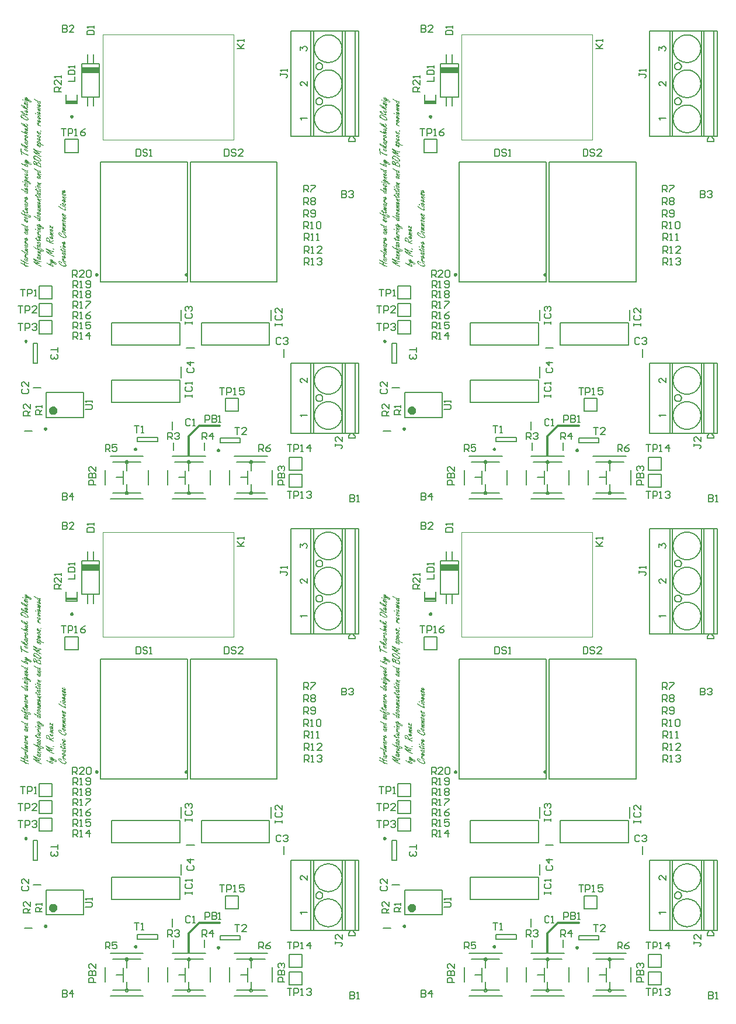
<source format=gto>
%FSTAX25Y25*%
%MOIN*%
%SFA1B1*%

%IPPOS*%
%ADD27C,0.011810*%
%ADD47C,0.009840*%
%ADD48C,0.023620*%
%ADD49C,0.007870*%
%ADD50C,0.003940*%
%ADD51C,0.005910*%
%LNfabrication_panel-1*%
%LPD*%
G36*
X0210276Y0516032D02*
X0210321Y0516025D01*
X0210381Y0516002*
X0210456Y0515965*
X0210554Y0515912*
X0210658Y0515837*
X0210786Y0515733*
X0210793Y0515725*
X0210801Y0515718*
X0210823Y0515695*
X0210853Y0515673*
X0210928Y0515598*
X0211025Y0515493*
X0211138Y0515373*
X021125Y0515231*
X0211362Y0515066*
X0211475Y0514886*
X0211482*
X0211505Y0514871*
X0211535Y0514864*
X021158Y0514841*
X0211632Y0514819*
X0211692Y0514789*
X0211834Y0514729*
X0211999Y0514646*
X0212179Y0514564*
X0212351Y0514474*
X0212523Y0514384*
X0212531Y0514377*
X0212561Y0514362*
X0212598Y0514339*
X0212651Y0514302*
X0212711Y0514264*
X0212786Y0514212*
X0212935Y0514092*
X0213085Y0513942*
X0213153Y051386*
X021322Y0513778*
X0213272Y0513688*
X021331Y0513598*
X021334Y0513508*
X0213347Y0513411*
Y0513373*
X021334Y0513328*
X0213325Y0513276*
X0213302Y0513216*
X0213265Y0513148*
X021322Y0513089*
X0213153Y0513029*
X0213145Y0513021*
X021313Y0513014*
X0213108Y0512999*
X021307Y0512984*
X0213025Y0512961*
X0212965Y0512946*
X0212905Y0512939*
X0212838Y0512931*
X021283*
X0212815*
X0212786Y0512939*
X0212748Y0512946*
X0212696Y0512954*
X0212643Y0512969*
X0212576Y0512991*
X0212501Y0513021*
X0212426Y0513059*
X0212344Y0513111*
X0212254Y0513171*
X0212164Y0513238*
X0212067Y0513321*
X0211969Y0513418*
X0211864Y051353*
X0211767Y0513658*
X0211759Y0513665*
X0211737Y0513695*
X0211707Y051374*
X0211662Y0513808*
X021161Y0513898*
X0211542Y0514002*
X0211467Y0514122*
X0211385Y0514264*
X0211377Y0514272*
X021137Y0514287*
X0211355Y0514317*
X0211333Y0514354*
X0211287Y0514429*
X021125Y0514504*
X0211243*
X0211228Y0514512*
X0211198Y0514527*
X0211153Y0514542*
X02111Y0514564*
X0211033Y0514594*
X0210958Y0514624*
X0210868Y0514669*
X0210861Y0514677*
X0210831Y0514691*
X0210786Y0514714*
X0210733Y0514744*
X0210613Y0514808*
X0210666Y0514766*
X0210748Y0514707*
X0210831Y0514624*
X0210913Y0514542*
X0210988Y0514437*
X0211003Y0514429*
X021104Y0514399*
X0211085Y0514347*
X0211145Y0514287*
X0211205Y0514212*
X021125Y051413*
X0211287Y051404*
X0211302Y051395*
Y0513928*
X0211295Y0513905*
X0211287Y0513875*
X0211258Y05138*
X0211235Y0513763*
X0211198Y0513725*
X0211183Y0513718*
X0211145Y0513695*
X0211085Y0513673*
X0211003Y0513665*
X0210995*
X0210988*
X0210965*
X0210935Y0513673*
X0210898Y051368*
X0210853Y0513688*
X0210748Y0513718*
X0210606Y051377*
X0210441Y0513845*
X0210351Y051389*
X0210254Y051395*
X0210149Y051401*
X0210044Y0514085*
X0210037Y0514092*
X0210014Y0514107*
X0209984Y051413*
X0209947Y051416*
X0209849Y0514235*
X0209737Y0514332*
X0209632Y0514437*
X0209535Y0514549*
X020949Y0514602*
X020946Y0514654*
X0209445Y0514699*
X0209437Y0514744*
Y0514759*
X0209445Y0514789*
X0209468Y0514834*
X0209505Y0514879*
X0209512Y0514886*
X0209542Y0514909*
X020958Y0514931*
X0209632Y0514939*
X020964*
X0209647*
X0209685Y0514931*
X0209737Y0514916*
X0209789Y0514886*
X0209797Y0514879*
X0209835Y0514841*
X0209864Y0514819*
X0209894Y0514781*
X0209932Y0514736*
X0209977Y0514684*
X0209984Y0514677*
X0210014Y0514654*
X0210067Y0514609*
X0210127Y0514564*
X0210202Y0514497*
X0210284Y0514429*
X0210464Y051428*
X0210471Y0514272*
X0210494Y0514264*
X0210531Y051425*
X0210576Y0514227*
X0210673Y051419*
X0210726Y0514182*
X0210763Y0514175*
X0210756Y051419*
X0210748Y051422*
X0210718Y0514257*
X0210681Y0514317*
X0210621Y0514392*
X0210539Y0514489*
X0210494Y0514542*
X0210434Y0514602*
X0210426Y0514609*
X0210396Y0514639*
X0210359Y0514677*
X0210306Y0514729*
X0210187Y0514834*
X0210127Y0514894*
X0210074Y0514939*
X0210067Y0514946*
X0210052Y0514961*
X0210022Y0514976*
X0209977Y0515014*
X0209917Y0515059*
X0209842Y0515118*
X0209737Y0515193*
X020973Y0515201*
X0209707Y0515216*
X020967Y0515238*
X0209632Y0515268*
X020955Y0515336*
X0209512Y0515358*
X020949Y0515381*
X0209482Y0515388*
X0209468Y0515403*
X0209445Y0515425*
X0209415Y0515455*
X020937Y051553*
X0209355Y0515568*
X0209348Y0515613*
Y0515628*
X0209355Y0515665*
X0209378Y051571*
X0209415Y0515755*
X0209422Y0515763*
X0209453Y0515785*
X0209497Y0515807*
X020955Y0515815*
X0209557*
X0209572*
X0209595Y0515807*
X0209632Y05158*
X0209685Y0515785*
X0209745Y0515755*
X0209812Y0515725*
X0209894Y051568*
X0209909Y0515673*
X0209939Y051565*
X0209999Y051562*
X0210067Y0515583*
X0210142Y0515538*
X0210224Y0515485*
X0210306Y0515441*
X0210389Y0515395*
X0210396*
X0210404Y0515388*
X0210449Y0515366*
X0210509Y0515328*
X0210591Y0515283*
X0210673Y0515231*
X0210763Y0515186*
X0210853Y0515133*
X0210928Y0515096*
X0210921Y0515103*
X0210913Y0515111*
X0210883Y0515133*
X0210853Y0515171*
X0210816Y0515216*
X0210763Y0515268*
X0210703Y0515336*
X0210636Y0515411*
X0210628Y0515418*
X0210598Y0515448*
X0210554Y0515485*
X0210501Y051553*
X0210381Y051562*
X0210329Y0515658*
X0210284Y0515688*
X0210276Y0515695*
X0210254Y0515703*
X0210224Y0515718*
X0210187Y051574*
X0210149Y051577*
X0210119Y0515807*
X0210097Y0515845*
X0210089Y0515882*
Y0515905*
X0210104Y0515965*
X0210127Y0515987*
X0210149Y0516017*
X0210187Y0516032*
X0210239Y051604*
X0210246*
X0210276Y0516032*
G37*
G36*
X0005552D02*
X0005597Y0516025D01*
X0005657Y0516002*
X0005732Y0515965*
X0005829Y0515912*
X0005934Y0515837*
X0006061Y0515733*
X0006069Y0515725*
X0006076Y0515718*
X0006099Y0515695*
X0006129Y0515673*
X0006204Y0515598*
X0006301Y0515493*
X0006413Y0515373*
X0006526Y0515231*
X0006638Y0515066*
X000675Y0514886*
X0006758*
X000678Y0514871*
X000681Y0514864*
X0006855Y0514841*
X0006908Y0514819*
X0006968Y0514789*
X000711Y0514729*
X0007275Y0514646*
X0007454Y0514564*
X0007627Y0514474*
X0007799Y0514384*
X0007807Y0514377*
X0007836Y0514362*
X0007874Y0514339*
X0007926Y0514302*
X0007986Y0514264*
X0008061Y0514212*
X0008211Y0514092*
X0008361Y0513942*
X0008428Y051386*
X0008495Y0513778*
X0008548Y0513688*
X0008585Y0513598*
X0008615Y0513508*
X0008623Y0513411*
Y0513373*
X0008615Y0513328*
X00086Y0513276*
X0008578Y0513216*
X000854Y0513148*
X0008495Y0513089*
X0008428Y0513029*
X0008421Y0513021*
X0008406Y0513014*
X0008383Y0512999*
X0008346Y0512984*
X0008301Y0512961*
X0008241Y0512946*
X0008181Y0512939*
X0008113Y0512931*
X0008106*
X0008091*
X0008061Y0512939*
X0008024Y0512946*
X0007971Y0512954*
X0007919Y0512969*
X0007851Y0512991*
X0007777Y0513021*
X0007702Y0513059*
X0007619Y0513111*
X0007529Y0513171*
X0007439Y0513238*
X0007342Y0513321*
X0007245Y0513418*
X000714Y051353*
X0007042Y0513658*
X0007035Y0513665*
X0007012Y0513695*
X0006983Y051374*
X0006938Y0513808*
X0006885Y0513898*
X0006818Y0514002*
X0006743Y0514122*
X0006661Y0514264*
X0006653Y0514272*
X0006645Y0514287*
X000663Y0514317*
X0006608Y0514354*
X0006563Y0514429*
X0006526Y0514504*
X0006518*
X0006503Y0514512*
X0006473Y0514527*
X0006428Y0514542*
X0006376Y0514564*
X0006308Y0514594*
X0006234Y0514624*
X0006144Y0514669*
X0006136Y0514677*
X0006106Y0514691*
X0006061Y0514714*
X0006009Y0514744*
X0005888Y0514808*
X0005941Y0514766*
X0006024Y0514707*
X0006106Y0514624*
X0006189Y0514542*
X0006263Y0514437*
X0006278Y0514429*
X0006316Y0514399*
X0006361Y0514347*
X0006421Y0514287*
X0006481Y0514212*
X0006526Y051413*
X0006563Y051404*
X0006578Y051395*
Y0513928*
X0006571Y0513905*
X0006563Y0513875*
X0006533Y05138*
X0006511Y0513763*
X0006473Y0513725*
X0006458Y0513718*
X0006421Y0513695*
X0006361Y0513673*
X0006278Y0513665*
X0006271*
X0006263*
X0006241*
X0006211Y0513673*
X0006174Y051368*
X0006129Y0513688*
X0006024Y0513718*
X0005881Y051377*
X0005717Y0513845*
X0005627Y051389*
X000553Y051395*
X0005425Y051401*
X000532Y0514085*
X0005312Y0514092*
X000529Y0514107*
X000526Y051413*
X0005222Y051416*
X0005125Y0514235*
X0005013Y0514332*
X0004908Y0514437*
X0004811Y0514549*
X0004766Y0514602*
X0004736Y0514654*
X0004721Y0514699*
X0004713Y0514744*
Y0514759*
X0004721Y0514789*
X0004743Y0514834*
X0004781Y0514879*
X0004788Y0514886*
X0004818Y0514909*
X0004855Y0514931*
X0004908Y0514939*
X0004915*
X0004923*
X000496Y0514931*
X0005013Y0514916*
X0005065Y0514886*
X0005073Y0514879*
X000511Y0514841*
X000514Y0514819*
X000517Y0514781*
X0005207Y0514736*
X0005252Y0514684*
X000526Y0514677*
X000529Y0514654*
X0005342Y0514609*
X0005402Y0514564*
X0005477Y0514497*
X0005559Y0514429*
X0005739Y051428*
X0005747Y0514272*
X0005769Y0514264*
X0005807Y051425*
X0005852Y0514227*
X0005949Y051419*
X0006001Y0514182*
X0006039Y0514175*
X0006031Y051419*
X0006024Y051422*
X0005994Y0514257*
X0005956Y0514317*
X0005897Y0514392*
X0005814Y0514489*
X0005769Y0514542*
X0005709Y0514602*
X0005702Y0514609*
X0005672Y0514639*
X0005634Y0514677*
X0005582Y0514729*
X0005462Y0514834*
X0005402Y0514894*
X000535Y0514939*
X0005342Y0514946*
X0005327Y0514961*
X0005297Y0514976*
X0005252Y0515014*
X0005192Y0515059*
X0005117Y0515118*
X0005013Y0515193*
X0005005Y0515201*
X0004983Y0515216*
X0004945Y0515238*
X0004908Y0515268*
X0004825Y0515336*
X0004788Y0515358*
X0004766Y0515381*
X0004758Y0515388*
X0004743Y0515403*
X0004721Y0515425*
X0004691Y0515455*
X0004646Y051553*
X0004631Y0515568*
X0004623Y0515613*
Y0515628*
X0004631Y0515665*
X0004653Y051571*
X0004691Y0515755*
X0004698Y0515763*
X0004728Y0515785*
X0004773Y0515807*
X0004825Y0515815*
X0004833*
X0004848*
X000487Y0515807*
X0004908Y05158*
X000496Y0515785*
X000502Y0515755*
X0005088Y0515725*
X000517Y051568*
X0005185Y0515673*
X0005215Y051565*
X0005275Y051562*
X0005342Y0515583*
X0005417Y0515538*
X00055Y0515485*
X0005582Y0515441*
X0005664Y0515395*
X0005672*
X0005679Y0515388*
X0005724Y0515366*
X0005784Y0515328*
X0005867Y0515283*
X0005949Y0515231*
X0006039Y0515186*
X0006129Y0515133*
X0006204Y0515096*
X0006196Y0515103*
X0006189Y0515111*
X0006159Y0515133*
X0006129Y0515171*
X0006091Y0515216*
X0006039Y0515268*
X0005979Y0515336*
X0005912Y0515411*
X0005904Y0515418*
X0005874Y0515448*
X0005829Y0515485*
X0005777Y051553*
X0005657Y051562*
X0005604Y0515658*
X0005559Y0515688*
X0005552Y0515695*
X000553Y0515703*
X00055Y0515718*
X0005462Y051574*
X0005425Y051577*
X0005395Y0515807*
X0005372Y0515845*
X0005365Y0515882*
Y0515905*
X000538Y0515965*
X0005402Y0515987*
X0005425Y0516017*
X0005462Y0516032*
X0005514Y051604*
X0005522*
X0005552Y0516032*
G37*
G36*
X0208426Y0514587D02*
X0208471Y0514572D01*
X0208516Y0514557*
X0208576Y0514527*
X0208644Y0514482*
X0208711Y0514429*
X0208718Y0514422*
X0208741Y0514407*
X0208763Y0514377*
X0208793Y0514332*
X0208831Y0514287*
X0208853Y0514235*
X0208876Y0514182*
X0208883Y0514122*
Y0514107*
X0208876Y051407*
X0208853Y0514025*
X0208816Y0513972*
X0208808Y0513965*
X0208778Y051395*
X0208733Y0513928*
X0208674Y051392*
X0208666*
X0208644*
X0208606Y0513928*
X0208561Y0513942*
X0208509Y0513965*
X0208449Y0514002*
X0208381Y0514047*
X0208307Y0514107*
X0208299Y0514115*
X0208284Y051413*
X0208262Y051416*
X0208232Y0514197*
X0208179Y051428*
X0208164Y0514332*
X0208157Y0514377*
Y0514414*
X0208164Y0514444*
X0208179Y0514489*
X0208209Y0514527*
X0208247Y0514564*
X0208299Y0514587*
X0208366Y0514594*
X0208374*
X0208396*
X0208426Y0514587*
G37*
G36*
X0003702D02*
X0003747Y0514572D01*
X0003792Y0514557*
X0003852Y0514527*
X0003919Y0514482*
X0003987Y0514429*
X0003994Y0514422*
X0004016Y0514407*
X0004039Y0514377*
X0004069Y0514332*
X0004106Y0514287*
X0004129Y0514235*
X0004151Y0514182*
X0004159Y0514122*
Y0514107*
X0004151Y051407*
X0004129Y0514025*
X0004091Y0513972*
X0004084Y0513965*
X0004054Y051395*
X0004009Y0513928*
X0003949Y051392*
X0003942*
X0003919*
X0003882Y0513928*
X0003837Y0513942*
X0003784Y0513965*
X0003724Y0514002*
X0003657Y0514047*
X0003582Y0514107*
X0003575Y0514115*
X000356Y051413*
X0003537Y051416*
X0003507Y0514197*
X0003455Y051428*
X000344Y0514332*
X0003432Y0514377*
Y0514414*
X000344Y0514444*
X0003455Y0514489*
X0003485Y0514527*
X0003522Y0514564*
X0003575Y0514587*
X0003642Y0514594*
X000365*
X0003672*
X0003702Y0514587*
G37*
G36*
X020955Y051395D02*
X0209572Y0513942D01*
X020961Y0513928*
X0209647Y0513912*
X02097Y0513883*
X0209752Y0513845*
X020976*
X0209774Y051383*
X0209797Y0513815*
X0209835Y0513793*
X0209879Y0513763*
X0209932Y0513733*
X0210044Y0513665*
X0210179Y0513583*
X0210329Y0513501*
X0210471Y0513433*
X0210613Y0513366*
X0210628Y0513358*
X0210666Y0513343*
X0210726Y0513321*
X0210808Y0513283*
X0210913Y0513246*
X0211025Y0513208*
X0211145Y0513164*
X021128Y0513119*
X0211287*
X021131Y0513104*
X0211347Y0513089*
X0211377Y0513066*
X0211415Y0513036*
X0211452Y0512999*
X0211475Y0512954*
X0211482Y0512901*
Y0512886*
X0211475Y0512841*
X0211445Y0512789*
X021143Y0512767*
X02114Y0512737*
X0211392Y0512729*
X0211362Y0512714*
X0211325Y0512699*
X021128Y0512692*
X0211273*
X021125*
X0211213Y0512707*
X0211153Y0512722*
X021107Y0512744*
X021101Y0512759*
X021095Y0512781*
X0210883Y0512804*
X0210801Y0512834*
X0210711Y0512864*
X0210613Y0512901*
X0210606*
X0210591Y0512909*
X0210568Y0512916*
X0210539Y0512931*
X0210501Y0512946*
X0210449Y0512969*
X0210336Y0513029*
X0210194Y0513096*
X0210029Y0513186*
X0209849Y0513298*
X0209655Y0513426*
X0209647Y0513433*
X0209625Y0513448*
X0209595Y0513463*
X0209557Y0513493*
X0209482Y0513546*
X0209453Y0513576*
X0209422Y0513598*
X0209415Y0513605*
X0209407Y0513613*
X0209378Y051365*
X0209355Y0513703*
X020934Y051374*
Y0513785*
X0209348Y0513823*
X020937Y0513868*
X0209407Y0513912*
X0209415Y051392*
X0209445Y0513935*
X0209475Y051395*
X0209512Y0513958*
X0209527*
X020955Y051395*
G37*
G36*
X0004825D02*
X0004848Y0513942D01*
X0004885Y0513928*
X0004923Y0513912*
X0004975Y0513883*
X0005028Y0513845*
X0005035*
X000505Y051383*
X0005073Y0513815*
X000511Y0513793*
X0005155Y0513763*
X0005207Y0513733*
X000532Y0513665*
X0005455Y0513583*
X0005604Y0513501*
X0005747Y0513433*
X0005889Y0513366*
X0005904Y0513358*
X0005941Y0513343*
X0006001Y0513321*
X0006084Y0513283*
X0006189Y0513246*
X0006301Y0513208*
X0006421Y0513164*
X0006556Y0513119*
X0006563*
X0006586Y0513104*
X0006623Y0513089*
X0006653Y0513066*
X000669Y0513036*
X0006728Y0512999*
X000675Y0512954*
X0006758Y0512901*
Y0512886*
X000675Y0512841*
X000672Y0512789*
X0006705Y0512767*
X0006675Y0512737*
X0006668Y0512729*
X0006638Y0512714*
X0006601Y0512699*
X0006556Y0512692*
X0006548*
X0006526*
X0006488Y0512707*
X0006428Y0512722*
X0006346Y0512744*
X0006286Y0512759*
X0006226Y0512781*
X0006159Y0512804*
X0006076Y0512834*
X0005986Y0512864*
X0005889Y0512901*
X0005881*
X0005867Y0512909*
X0005844Y0512916*
X0005814Y0512931*
X0005777Y0512946*
X0005724Y0512969*
X0005612Y0513029*
X000547Y0513096*
X0005305Y0513186*
X0005125Y0513298*
X000493Y0513426*
X0004923Y0513433*
X00049Y0513448*
X000487Y0513463*
X0004833Y0513493*
X0004758Y0513546*
X0004728Y0513576*
X0004698Y0513598*
X0004691Y0513605*
X0004683Y0513613*
X0004653Y051365*
X0004631Y0513703*
X0004616Y051374*
Y0513785*
X0004623Y0513823*
X0004646Y0513868*
X0004683Y0513912*
X0004691Y051392*
X0004721Y0513935*
X000475Y051395*
X0004788Y0513958*
X0004803*
X0004825Y051395*
G37*
G36*
X0214952Y0515036D02*
X0214989Y0515021D01*
X0215026Y0515006*
X0215087Y0514976*
X0215154Y0514931*
X0215229Y0514879*
X0215236Y0514871*
X0215259Y0514864*
X0215296Y0514841*
X0215349Y0514811*
X0215416Y0514774*
X0215491Y0514729*
X0215581Y0514677*
X0215678Y0514624*
X0215783Y0514564*
X0215895Y0514504*
X0216135Y0514369*
X0216397Y0514227*
X0216667Y0514085*
X0216674Y0514077*
X0216704Y0514062*
X0216757Y051404*
X0216817Y0514017*
X0216892Y051398*
X0216981Y0513942*
X0217079Y0513898*
X0217184Y051386*
X0217401Y051377*
X0217626Y0513703*
X021773Y0513673*
X0217835Y051365*
X0217933Y0513635*
X0218015Y0513628*
X0218022*
X0218045*
X0218075*
X0218112Y0513635*
X0218195Y051365*
X0218232Y0513665*
X021827Y051368*
X0218277Y0513688*
X0218292Y0513703*
X0218315Y0513733*
X021836Y0513785*
X0218367Y0513793*
X021839Y0513808*
X021842Y0513823*
X0218472Y051383*
X0218479*
X0218487*
X0218524Y0513823*
X0218577Y05138*
X0218637Y0513755*
X0218644Y051374*
X0218667Y051371*
X0218697Y0513658*
X0218704Y0513598*
Y0513583*
X0218689Y0513538*
X0218659Y0513471*
X0218637Y0513433*
X0218607Y0513388*
X0218599Y0513381*
X0218577Y0513366*
X0218547Y0513343*
X0218509Y0513313*
X0218457Y0513283*
X0218405Y0513253*
X0218337Y0513231*
X021827Y0513216*
X0218255*
X0218217*
X0218157*
X0218075*
X021809Y0513208*
X021812Y0513194*
X0218157Y0513171*
X0218255Y0513119*
X0218367Y0513051*
X0218479Y0512961*
X0218569Y0512864*
X0218614Y0512804*
X0218644Y0512752*
X0218659Y0512684*
X0218667Y0512624*
Y0512617*
X0218659Y0512587*
X0218652Y0512549*
X0218637Y0512504*
X0218607Y0512452*
X0218569Y0512399*
X0218509Y0512347*
X0218435Y0512295*
X0218427*
X0218412Y051228*
X0218382Y0512272*
X0218337Y0512257*
X0218292Y0512242*
X0218232Y0512227*
X0218172Y051222*
X0218105Y0512212*
X0218097*
X0218082*
X0218053*
X0218015Y051222*
X021797Y0512227*
X021791Y0512235*
X021785Y0512242*
X0217783Y0512257*
X0217626Y0512302*
X0217453Y051237*
X0217356Y0512415*
X0217266Y0512467*
X0217169Y0512519*
X0217071Y0512587*
X0217064Y0512594*
X0217049Y0512602*
X0217019Y0512624*
X0216989Y0512654*
X0216906Y0512729*
X0216802Y0512834*
X0216704Y0512961*
X0216622Y0513104*
X0216592Y0513178*
X0216562Y0513261*
X0216547Y0513343*
X021654Y0513426*
Y0513448*
X0216547Y0513471*
Y0513501*
X0216577Y0513568*
X0216592Y0513605*
X0216622Y0513635*
X0216614*
X0216592Y051365*
X0216562Y0513665*
X0216517Y0513688*
X0216457Y051371*
X0216397Y051374*
X0216322Y0513778*
X0216247Y0513815*
X0216068Y0513898*
X021588Y0513995*
X0215686Y05141*
X0215491Y0514205*
X0215483*
X0215468Y051422*
X0215446Y0514235*
X0215416Y051425*
X0215334Y0514294*
X0215236Y0514354*
X0215131Y0514422*
X0215034Y0514482*
X0214944Y0514542*
X0214914Y0514564*
X0214884Y0514587*
X0214877Y0514594*
X0214862Y0514609*
X0214832Y0514632*
X0214802Y0514669*
X0214772Y0514707*
X0214742Y0514751*
X0214727Y0514796*
X021472Y0514841*
Y0514856*
X0214727Y0514894*
X0214749Y0514939*
X0214787Y0514991*
X0214794Y0514999*
X0214824Y0515021*
X0214862Y0515036*
X0214914Y0515043*
X0214922*
X0214929*
X0214952Y0515036*
G37*
G36*
X0010227D02*
X0010265Y0515021D01*
X0010302Y0515006*
X0010362Y0514976*
X001043Y0514931*
X0010504Y0514879*
X0010512Y0514871*
X0010534Y0514864*
X0010572Y0514841*
X0010624Y0514811*
X0010692Y0514774*
X0010767Y0514729*
X0010856Y0514677*
X0010954Y0514624*
X0011059Y0514564*
X0011171Y0514504*
X0011411Y0514369*
X0011673Y0514227*
X0011942Y0514085*
X001195Y0514077*
X001198Y0514062*
X0012032Y051404*
X0012092Y0514017*
X0012167Y051398*
X0012257Y0513942*
X0012354Y0513898*
X0012459Y051386*
X0012676Y051377*
X0012901Y0513703*
X0013006Y0513673*
X0013111Y051365*
X0013208Y0513635*
X0013291Y0513628*
X0013298*
X0013321*
X0013351*
X0013388Y0513635*
X001347Y051365*
X0013508Y0513665*
X0013545Y051368*
X0013553Y0513688*
X0013568Y0513703*
X001359Y0513733*
X0013635Y0513785*
X0013643Y0513793*
X0013665Y0513808*
X0013695Y0513823*
X0013747Y051383*
X0013755*
X0013762*
X00138Y0513823*
X0013852Y05138*
X0013912Y0513755*
X001392Y051374*
X0013942Y051371*
X0013972Y0513658*
X001398Y0513598*
Y0513583*
X0013965Y0513538*
X0013935Y0513471*
X0013912Y0513433*
X0013882Y0513388*
X0013875Y0513381*
X0013852Y0513366*
X0013822Y0513343*
X0013785Y0513313*
X0013733Y0513283*
X001368Y0513253*
X0013613Y0513231*
X0013545Y0513216*
X001353*
X0013493*
X0013433*
X0013351*
X0013365Y0513208*
X0013396Y0513194*
X0013433Y0513171*
X001353Y0513119*
X0013643Y0513051*
X0013755Y0512961*
X0013845Y0512864*
X001389Y0512804*
X001392Y0512752*
X0013935Y0512684*
X0013942Y0512624*
Y0512617*
X0013935Y0512587*
X0013927Y0512549*
X0013912Y0512504*
X0013882Y0512452*
X0013845Y0512399*
X0013785Y0512347*
X001371Y0512295*
X0013703*
X0013688Y051228*
X0013658Y0512272*
X0013613Y0512257*
X0013568Y0512242*
X0013508Y0512227*
X0013448Y051222*
X0013381Y0512212*
X0013373*
X0013358*
X0013328*
X0013291Y051222*
X0013246Y0512227*
X0013186Y0512235*
X0013126Y0512242*
X0013058Y0512257*
X0012901Y0512302*
X0012729Y051237*
X0012631Y0512415*
X0012542Y0512467*
X0012444Y0512519*
X0012347Y0512587*
X0012339Y0512594*
X0012324Y0512602*
X0012295Y0512624*
X0012264Y0512654*
X0012182Y0512729*
X0012077Y0512834*
X001198Y0512961*
X0011897Y0513104*
X0011868Y0513178*
X0011838Y0513261*
X0011823Y0513343*
X0011815Y0513426*
Y0513448*
X0011823Y0513471*
Y0513501*
X0011853Y0513568*
X0011868Y0513605*
X0011897Y0513635*
X001189*
X0011868Y051365*
X0011838Y0513665*
X0011793Y0513688*
X0011733Y051371*
X0011673Y051374*
X0011598Y0513778*
X0011523Y0513815*
X0011343Y0513898*
X0011156Y0513995*
X0010961Y05141*
X0010767Y0514205*
X0010759*
X0010744Y051422*
X0010722Y0514235*
X0010692Y051425*
X0010609Y0514294*
X0010512Y0514354*
X0010407Y0514422*
X001031Y0514482*
X001022Y0514542*
X001019Y0514564*
X001016Y0514587*
X0010152Y0514594*
X0010137Y0514609*
X0010107Y0514632*
X0010077Y0514669*
X0010047Y0514707*
X0010018Y0514751*
X0010002Y0514796*
X0009995Y0514841*
Y0514856*
X0010002Y0514894*
X0010025Y0514939*
X0010062Y0514991*
X001007Y0514999*
X00101Y0515021*
X0010137Y0515036*
X001019Y0515043*
X0010197*
X0010205*
X0010227Y0515036*
G37*
G36*
X0209557Y0513156D02*
X020961Y0513141D01*
X020967Y0513126*
X0209745Y0513096*
X0209812Y0513059*
X0209887Y0513006*
X0209894Y0512999*
X0209917Y0512976*
X0209947Y0512946*
X0209992Y0512894*
X0210037Y0512834*
X0210089Y0512759*
X0210134Y0512669*
X0210179Y0512572*
Y0512564*
X0210187Y0512549*
X0210194Y0512519*
X0210202Y0512482*
X0210224Y0512392*
X0210231Y0512302*
Y0512272*
X0210224Y0512235*
X0210209Y0512205*
X0210187Y0512167*
X0210156Y051213*
X0210112Y0512107*
X0210052Y05121*
X0210044*
X0210029*
X0209984Y0512115*
X0209962Y051213*
X0209932Y0512145*
X0209902Y0512175*
X0209872Y0512212*
Y051222*
X0209864Y0512227*
Y051225*
X0209857Y051228*
X0209842Y0512317*
X0209827Y0512377*
X0209812Y0512444*
Y0512452*
X0209805Y051246*
X0209797Y0512504*
X0209767Y0512564*
X0209715Y0512632*
X0209707Y0512639*
X0209677Y0512669*
X0209647Y0512692*
X0209602Y0512699*
X0209595*
X020958*
X0209565Y0512692*
X020955Y0512677*
X0209542Y0512662*
X0209535Y0512639*
Y0512579*
X0209542Y0512549*
X020955Y0512504*
X0209565Y0512452*
X0209587Y0512392*
X0209617Y0512332*
X0209655Y0512265*
X0209662Y0512257*
X0209685Y0512227*
X0209722Y0512182*
X0209767Y0512137*
X020982Y0512092*
X0209879Y0512047*
X0209947Y0512018*
X0210022Y051201*
X0210029*
X0210052*
X0210082Y0512018*
X0210127Y0512033*
X0210187Y0512047*
X0210246Y0512078*
X0210321Y0512115*
X0210404Y0512167*
X0210419Y0512175*
X0210449Y0512197*
X0210509Y0512235*
X0210576Y0512272*
X0210651Y0512302*
X0210733Y051234*
X0210816Y0512362*
X0210898Y051237*
X0210913*
X021095Y0512362*
X021101Y0512355*
X0211078Y0512332*
X021116Y0512302*
X0211243Y051225*
X0211325Y0512182*
X02114Y0512085*
X0211407Y0512078*
X0211415Y0512055*
X021143Y0512018*
X0211452Y0511973*
X0211475Y0511913*
X021149Y0511853*
X0211497Y0511778*
X0211505Y0511703*
Y0511688*
X0211497Y0511643*
X021149Y0511583*
X0211475Y0511508*
X0211445Y0511426*
X02114Y0511343*
X021134Y0511261*
X0211258Y0511186*
X021125Y0511179*
X0211228Y0511164*
X021119Y0511149*
X0211138Y0511126*
X0211078Y0511096*
X021101Y0511081*
X0210935Y0511066*
X0210846Y0511059*
X0210831*
X0210801*
X0210751Y0511066*
X0210876Y0510969*
X0210883Y0510961*
X0210898Y0510947*
X0210928Y0510924*
X0210965Y0510894*
X021101Y0510849*
X0211063Y0510804*
X0211168Y0510684*
X0211273Y0510549*
X021137Y05104*
X0211407Y0510317*
X0211437Y0510235*
X0211452Y0510152*
X021146Y051007*
Y0510055*
X0211452Y0510025*
X0211445Y0509973*
X0211422Y0509913*
X0211392Y0509838*
X021134Y0509771*
X0211273Y0509711*
X0211183Y0509658*
X0211175*
X0211153Y0509643*
X0211115Y0509636*
X0211063Y0509621*
X0211003Y0509606*
X0210935Y0509598*
X0210786Y0509583*
X0210778*
X0210756*
X0210718Y0509591*
X0210666*
X0210606Y0509598*
X0210539Y0509613*
X0210456Y0509636*
X0210366Y0509658*
X0210374Y0509651*
X0210404Y0509636*
X0210449Y0509606*
X0210486Y0509583*
X0210531Y0509561*
X0210576Y0509523*
X0210636Y0509486*
X0210711Y0509441*
X0210786Y0509396*
X0210876Y0509336*
X0210973Y0509269*
X0211085Y0509201*
X0211213Y0509119*
X021122Y0509111*
X0211243Y0509104*
X0211273Y0509082*
X0211302Y0509052*
X0211333Y0509022*
X0211362Y0508984*
X0211385Y0508939*
X0211392Y0508894*
Y0508879*
X0211385Y0508849*
X0211362Y0508804*
X0211325Y0508752*
X0211317Y0508744*
X0211287Y0508729*
X0211243Y0508714*
X0211198Y0508707*
X021119*
X0211168Y0508714*
X0211115Y0508722*
X0211085Y0508737*
X0211048Y0508752*
X0210995Y0508767*
X0210943Y0508789*
X0210876Y0508812*
X0210808Y0508849*
X0210726Y0508887*
X0210628Y0508932*
X0210524Y0508977*
X0210411Y0509036*
X0210404*
X0210396Y0509044*
X0210351Y0509066*
X0210276Y0509096*
X0210187Y0509141*
X0210067Y0509201*
X0209932Y0509261*
X0209782Y0509344*
X0209617Y0509426*
X0209445Y0509516*
X0209265Y0509621*
X0208891Y0509838*
X0208516Y0510078*
X0208344Y0510197*
X0208172Y0510325*
X0208164Y0510332*
X0208149Y051034*
X0208127Y0510362*
X0208097Y0510385*
X0208007Y051046*
X0207909Y0510549*
X0207797Y0510647*
X0207677Y0510759*
X0207573Y0510879*
X0207475Y0510991*
X0207468Y0511006*
X0207438Y0511036*
X0207408Y0511089*
X0207363Y0511156*
X0207325Y0511224*
X0207288Y0511299*
X0207265Y0511381*
X0207258Y0511448*
Y0511463*
X0207265Y0511508*
X0207288Y0511561*
X0207325Y0511613*
X0207333Y0511621*
X020734Y0511628*
X0207363Y0511643*
X0207393Y0511665*
X0207468Y0511703*
X0207505Y0511711*
X020755Y0511718*
X0207565*
X0207602Y0511711*
X0207662Y0511703*
X0207745Y0511681*
X020785Y0511651*
X0207969Y0511598*
X0208104Y0511523*
X0208254Y0511426*
X0208262*
X0208277Y0511411*
X0208299Y0511396*
X0208336Y0511366*
X0208381Y0511329*
X0208441Y0511291*
X0208501Y0511239*
X0208569Y0511179*
X0208651Y0511111*
X0208733Y0511036*
X0208823Y0510954*
X0208921Y0510857*
X0209026Y0510752*
X020913Y0510647*
X0209243Y051052*
X0209363Y0510392*
Y0510385*
X0209378Y0510377*
X0209393Y0510355*
X0209422Y0510325*
X0209482Y051025*
X0209557Y0510152*
X0209647Y051004*
X0209737Y050992*
X020982Y05098*
X0209902Y0509681*
X0209909*
X0209917Y0509673*
X0209939Y0509658*
X0209977Y0509636*
X0210029Y0509606*
X0210089Y0509568*
X0210172Y0509523*
X0210258Y050947*
X0210254Y0509478*
X0210231Y0509493*
X0210202Y0509508*
X0210134Y0509568*
X0210044Y0509636*
X0209947Y0509718*
X0209857Y0509808*
X0209767Y0509898*
X0209692Y0509988*
X0209685Y0509995*
X0209677Y0510018*
X0209655Y0510055*
X0209625Y05101*
X0209595Y051016*
X0209557Y0510235*
X020952Y0510317*
X0209475Y0510407*
X0209468Y0510415*
X020946Y0510437*
X0209445Y0510475*
X020943Y0510512*
X0209407Y0510602*
X0209393Y0510647*
Y0510699*
X02094Y0510729*
X0209415Y0510767*
X0209453Y0510812*
X020946Y0510819*
X0209482Y0510842*
X0209512Y0510857*
X0209565Y0510864*
X0209572*
X0209587*
X0209617Y0510857*
X0209647Y0510842*
X0209685Y0510819*
X0209715Y0510789*
X0209745Y0510752*
X0209767Y0510692*
Y0510677*
X0209782Y0510647*
X0209805Y0510594*
X0209827Y0510534*
X0209857Y051046*
X0209902Y0510377*
X0209999Y0510205*
X0210007*
X0210022Y0510197*
X0210044Y051019*
X0210074Y0510175*
X0210164Y0510145*
X0210269Y0510108*
X0210389Y051007*
X0210509Y051004*
X0210628Y0510018*
X0210733Y051001*
X0210741*
X0210756*
X0210801Y0510018*
X0210861Y0510025*
X0210921Y0510048*
X0210935Y0510055*
X0210958Y0510078*
X021098Y0510115*
X0210995Y051016*
Y0510168*
X0210988Y0510197*
X021098Y0510235*
X0210958Y0510287*
X0210928Y0510355*
X0210883Y051043*
X0210816Y051052*
X0210726Y0510617*
X0210718Y0510624*
X0210696Y0510647*
X0210658Y0510684*
X0210606Y0510729*
X0210546Y0510774*
X0210479Y0510834*
X0210321Y0510947*
X0210314Y0510954*
X0210299Y0510961*
X0210261Y0510999*
X0210216Y0511066*
X0210209Y0511104*
X0210202Y0511141*
Y0511164*
X0210216Y0511216*
X0210231Y0511239*
X0210261Y0511261*
X0210291Y0511276*
X0210314Y051128*
X0210276Y0511336*
X0210261Y0511373*
X0210254Y0511418*
Y0511441*
X0210269Y0511493*
X0210284Y0511523*
X0210306Y0511546*
X0210336Y0511561*
X0210381Y0511568*
X0210389*
X0210411*
X0210441Y0511553*
X0210471Y0511538*
X0210479*
X0210494Y0511531*
X0210524Y0511516*
X0210561Y0511508*
X0210606Y0511493*
X0210658Y0511478*
X0210778Y0511471*
X0210786*
X0210801*
X0210823Y0511478*
X0210853Y0511486*
X0210928Y0511508*
X0210965Y0511531*
X0211003Y0511561*
Y0511568*
X0211018Y0511576*
X021104Y0511613*
X0211063Y0511673*
X0211078Y051174*
Y0511755*
X021107Y0511793*
X0211055Y0511838*
X0211025Y0511875*
X0211018Y0511883*
X021098Y0511905*
X0210935Y051192*
X0210876Y0511928*
X0210868*
X0210853*
X0210831Y051192*
X0210801Y0511913*
X0210756Y051189*
X0210703Y0511868*
X0210636Y051183*
X0210568Y0511785*
X0210554Y0511778*
X0210516Y0511748*
X0210456Y0511718*
X0210381Y0511673*
X0210291Y0511636*
X0210202Y0511598*
X0210097Y0511568*
X0209999Y0511561*
X0209992*
X0209984*
X0209939Y0511568*
X0209872Y0511583*
X0209789Y0511606*
X0209692Y0511651*
X0209595Y0511718*
X0209542Y0511763*
X020949Y0511815*
X0209437Y0511868*
X0209385Y0511935*
Y0511943*
X0209378Y051195*
X0209348Y0511995*
X0209303Y051207*
X0209258Y0512167*
X0209213Y051228*
X0209168Y0512407*
X0209138Y0512542*
X020913Y0512692*
Y0512729*
X0209138Y0512767*
Y0512819*
X0209168Y0512931*
X020919Y0512984*
X020922Y0513036*
X0209228Y0513044*
X0209235Y0513059*
X0209258Y0513074*
X0209288Y0513104*
X0209325Y0513126*
X020937Y0513141*
X0209422Y0513156*
X0209482Y0513164*
X020949*
X020952*
X0209557Y0513156*
G37*
G36*
X0004833D02*
X0004885Y0513141D01*
X0004945Y0513126*
X000502Y0513096*
X0005088Y0513059*
X0005162Y0513006*
X000517Y0512999*
X0005192Y0512976*
X0005222Y0512946*
X0005267Y0512894*
X0005312Y0512834*
X0005365Y0512759*
X000541Y0512669*
X0005455Y0512572*
Y0512564*
X0005462Y0512549*
X000547Y0512519*
X0005477Y0512482*
X00055Y0512392*
X0005507Y0512302*
Y0512272*
X00055Y0512235*
X0005485Y0512205*
X0005462Y0512167*
X0005432Y051213*
X0005387Y0512107*
X0005327Y05121*
X000532*
X0005305*
X000526Y0512115*
X0005237Y051213*
X0005207Y0512145*
X0005178Y0512175*
X0005147Y0512212*
Y051222*
X000514Y0512227*
Y051225*
X0005133Y051228*
X0005117Y0512317*
X0005103Y0512377*
X0005088Y0512444*
Y0512452*
X000508Y051246*
X0005073Y0512504*
X0005043Y0512564*
X000499Y0512632*
X0004983Y0512639*
X0004953Y0512669*
X0004923Y0512692*
X0004878Y0512699*
X000487*
X0004855*
X000484Y0512692*
X0004825Y0512677*
X0004818Y0512662*
X0004811Y0512639*
Y0512579*
X0004818Y0512549*
X0004825Y0512504*
X000484Y0512452*
X0004863Y0512392*
X0004893Y0512332*
X000493Y0512265*
X0004938Y0512257*
X000496Y0512227*
X0004998Y0512182*
X0005043Y0512137*
X0005095Y0512092*
X0005155Y0512047*
X0005222Y0512018*
X0005297Y051201*
X0005305*
X0005327*
X0005357Y0512018*
X0005402Y0512033*
X0005462Y0512047*
X0005522Y0512078*
X0005597Y0512115*
X0005679Y0512167*
X0005694Y0512175*
X0005724Y0512197*
X0005784Y0512235*
X0005852Y0512272*
X0005926Y0512302*
X0006009Y051234*
X0006091Y0512362*
X0006174Y051237*
X0006189*
X0006226Y0512362*
X0006286Y0512355*
X0006353Y0512332*
X0006436Y0512302*
X0006518Y051225*
X0006601Y0512182*
X0006675Y0512085*
X0006683Y0512078*
X000669Y0512055*
X0006705Y0512018*
X0006728Y0511973*
X000675Y0511913*
X0006765Y0511853*
X0006773Y0511778*
X000678Y0511703*
Y0511688*
X0006773Y0511643*
X0006765Y0511583*
X000675Y0511508*
X000672Y0511426*
X0006675Y0511343*
X0006616Y0511261*
X0006533Y0511186*
X0006526Y0511179*
X0006503Y0511164*
X0006466Y0511149*
X0006413Y0511126*
X0006353Y0511096*
X0006286Y0511081*
X0006211Y0511066*
X0006121Y0511059*
X0006106*
X0006076*
X0006027Y0511066*
X0006151Y0510969*
X0006159Y0510961*
X0006174Y0510947*
X0006204Y0510924*
X0006241Y0510894*
X0006286Y0510849*
X0006338Y0510804*
X0006443Y0510684*
X0006548Y0510549*
X0006645Y05104*
X0006683Y0510317*
X0006713Y0510235*
X0006728Y0510152*
X0006735Y051007*
Y0510055*
X0006728Y0510025*
X000672Y0509973*
X0006698Y0509913*
X0006668Y0509838*
X0006616Y0509771*
X0006548Y0509711*
X0006458Y0509658*
X0006451*
X0006428Y0509643*
X0006391Y0509636*
X0006338Y0509621*
X0006278Y0509606*
X0006211Y0509598*
X0006061Y0509583*
X0006054*
X0006031*
X0005994Y0509591*
X0005941*
X0005881Y0509598*
X0005814Y0509613*
X0005732Y0509636*
X0005642Y0509658*
X0005649Y0509651*
X0005679Y0509636*
X0005724Y0509606*
X0005762Y0509583*
X0005807Y0509561*
X0005852Y0509523*
X0005912Y0509486*
X0005986Y0509441*
X0006061Y0509396*
X0006151Y0509336*
X0006248Y0509269*
X0006361Y0509201*
X0006488Y0509119*
X0006496Y0509111*
X0006518Y0509104*
X0006548Y0509082*
X0006578Y0509052*
X0006608Y0509022*
X0006638Y0508984*
X0006661Y0508939*
X0006668Y0508894*
Y0508879*
X0006661Y0508849*
X0006638Y0508804*
X0006601Y0508752*
X0006593Y0508744*
X0006563Y0508729*
X0006518Y0508714*
X0006473Y0508707*
X0006466*
X0006443Y0508714*
X0006391Y0508722*
X0006361Y0508737*
X0006323Y0508752*
X0006271Y0508767*
X0006219Y0508789*
X0006151Y0508812*
X0006084Y0508849*
X0006001Y0508887*
X0005904Y0508932*
X0005799Y0508977*
X0005687Y0509036*
X0005679*
X0005672Y0509044*
X0005627Y0509066*
X0005552Y0509096*
X0005462Y0509141*
X0005342Y0509201*
X0005207Y0509261*
X0005058Y0509344*
X0004893Y0509426*
X0004721Y0509516*
X0004541Y0509621*
X0004166Y0509838*
X0003792Y0510078*
X000362Y0510197*
X0003447Y0510325*
X000344Y0510332*
X0003425Y051034*
X0003402Y0510362*
X0003372Y0510385*
X0003283Y051046*
X0003185Y0510549*
X0003073Y0510647*
X0002953Y0510759*
X0002848Y0510879*
X0002751Y0510991*
X0002743Y0511006*
X0002713Y0511036*
X0002683Y0511089*
X0002638Y0511156*
X0002601Y0511224*
X0002564Y0511299*
X0002541Y0511381*
X0002534Y0511448*
Y0511463*
X0002541Y0511508*
X0002564Y0511561*
X0002601Y0511613*
X0002608Y0511621*
X0002616Y0511628*
X0002638Y0511643*
X0002668Y0511665*
X0002743Y0511703*
X0002781Y0511711*
X0002826Y0511718*
X0002841*
X0002878Y0511711*
X0002938Y0511703*
X000302Y0511681*
X0003125Y0511651*
X0003245Y0511598*
X000338Y0511523*
X000353Y0511426*
X0003537*
X0003552Y0511411*
X0003575Y0511396*
X0003612Y0511366*
X0003657Y0511329*
X0003717Y0511291*
X0003777Y0511239*
X0003844Y0511179*
X0003927Y0511111*
X0004009Y0511036*
X0004099Y0510954*
X0004196Y0510857*
X0004301Y0510752*
X0004406Y0510647*
X0004518Y051052*
X0004638Y0510392*
Y0510385*
X0004653Y0510377*
X0004668Y0510355*
X0004698Y0510325*
X0004758Y051025*
X0004833Y0510152*
X0004923Y051004*
X0005013Y050992*
X0005095Y05098*
X0005178Y0509681*
X0005185*
X0005192Y0509673*
X0005215Y0509658*
X0005252Y0509636*
X0005305Y0509606*
X0005365Y0509568*
X0005447Y0509523*
X0005534Y050947*
X000553Y0509478*
X0005507Y0509493*
X0005477Y0509508*
X000541Y0509568*
X000532Y0509636*
X0005222Y0509718*
X0005133Y0509808*
X0005043Y0509898*
X0004968Y0509988*
X000496Y0509995*
X0004953Y0510018*
X000493Y0510055*
X00049Y05101*
X000487Y051016*
X0004833Y0510235*
X0004795Y0510317*
X000475Y0510407*
X0004743Y0510415*
X0004736Y0510437*
X0004721Y0510475*
X0004706Y0510512*
X0004683Y0510602*
X0004668Y0510647*
Y0510699*
X0004676Y0510729*
X0004691Y0510767*
X0004728Y0510812*
X0004736Y0510819*
X0004758Y0510842*
X0004788Y0510857*
X000484Y0510864*
X0004848*
X0004863*
X0004893Y0510857*
X0004923Y0510842*
X000496Y0510819*
X000499Y0510789*
X000502Y0510752*
X0005043Y0510692*
Y0510677*
X0005058Y0510647*
X000508Y0510594*
X0005103Y0510534*
X0005133Y051046*
X0005178Y0510377*
X0005275Y0510205*
X0005282*
X0005297Y0510197*
X000532Y051019*
X000535Y0510175*
X000544Y0510145*
X0005545Y0510108*
X0005664Y051007*
X0005784Y051004*
X0005904Y0510018*
X0006009Y051001*
X0006016*
X0006031*
X0006076Y0510018*
X0006136Y0510025*
X0006196Y0510048*
X0006211Y0510055*
X0006234Y0510078*
X0006256Y0510115*
X0006271Y051016*
Y0510168*
X0006263Y0510197*
X0006256Y0510235*
X0006234Y0510287*
X0006204Y0510355*
X0006159Y051043*
X0006091Y051052*
X0006001Y0510617*
X0005994Y0510624*
X0005971Y0510647*
X0005934Y0510684*
X0005881Y0510729*
X0005822Y0510774*
X0005754Y0510834*
X0005597Y0510947*
X0005589Y0510954*
X0005574Y0510961*
X0005537Y0510999*
X0005492Y0511066*
X0005485Y0511104*
X0005477Y0511141*
Y0511164*
X0005492Y0511216*
X0005507Y0511239*
X0005537Y0511261*
X0005567Y0511276*
X0005589Y051128*
X0005552Y0511336*
X0005537Y0511373*
X000553Y0511418*
Y0511441*
X0005545Y0511493*
X0005559Y0511523*
X0005582Y0511546*
X0005612Y0511561*
X0005657Y0511568*
X0005664*
X0005687*
X0005717Y0511553*
X0005747Y0511538*
X0005754*
X0005769Y0511531*
X0005799Y0511516*
X0005837Y0511508*
X0005881Y0511493*
X0005934Y0511478*
X0006054Y0511471*
X0006061*
X0006076*
X0006099Y0511478*
X0006129Y0511486*
X0006204Y0511508*
X0006241Y0511531*
X0006278Y0511561*
Y0511568*
X0006294Y0511576*
X0006316Y0511613*
X0006338Y0511673*
X0006353Y051174*
Y0511755*
X0006346Y0511793*
X0006331Y0511838*
X0006301Y0511875*
X0006294Y0511883*
X0006256Y0511905*
X0006211Y051192*
X0006151Y0511928*
X0006144*
X0006129*
X0006106Y051192*
X0006076Y0511913*
X0006031Y051189*
X0005979Y0511868*
X0005912Y051183*
X0005844Y0511785*
X0005829Y0511778*
X0005792Y0511748*
X0005732Y0511718*
X0005657Y0511673*
X0005567Y0511636*
X0005477Y0511598*
X0005372Y0511568*
X0005275Y0511561*
X0005267*
X000526*
X0005215Y0511568*
X0005147Y0511583*
X0005065Y0511606*
X0004968Y0511651*
X000487Y0511718*
X0004818Y0511763*
X0004766Y0511815*
X0004713Y0511868*
X0004661Y0511935*
Y0511943*
X0004653Y051195*
X0004623Y0511995*
X0004578Y051207*
X0004533Y0512167*
X0004488Y051228*
X0004443Y0512407*
X0004414Y0512542*
X0004406Y0512692*
Y0512729*
X0004414Y0512767*
Y0512819*
X0004443Y0512931*
X0004466Y0512984*
X0004496Y0513036*
X0004503Y0513044*
X0004511Y0513059*
X0004533Y0513074*
X0004563Y0513104*
X0004601Y0513126*
X0004646Y0513141*
X0004698Y0513156*
X0004758Y0513164*
X0004766*
X0004795*
X0004833Y0513156*
G37*
G36*
X0217626Y0512295D02*
X0217663Y0512287D01*
X0217708Y0512265*
X0217775Y051222*
X0217858Y051216*
X0217948Y0512085*
X0218Y0512033*
X021806Y0511973*
X0218068Y0511965*
X0218097Y0511928*
X0218142Y0511883*
X0218202Y0511815*
X0218262Y0511733*
X021833Y0511651*
X0218397Y0511553*
X0218457Y0511448*
X0218464Y0511433*
X0218479Y0511396*
X0218502Y0511343*
X0218532Y0511269*
X0218562Y0511186*
X0218584Y0511096*
X0218599Y0511006*
X0218607Y0510909*
Y0510864*
X0218599Y0510819*
X0218584Y0510759*
X0218569Y0510699*
X0218539Y0510632*
X0218494Y0510572*
X0218442Y051052*
X0218435Y0510512*
X0218412Y0510497*
X0218382Y0510475*
X0218337Y0510452*
X0218285Y0510422*
X0218217Y05104*
X0218142Y0510385*
X0218068Y0510377*
X021806*
X0218045*
X0218015*
X021797Y0510385*
X0217918Y0510392*
X0217858Y0510407*
X021779Y0510422*
X0217716Y0510445*
X021764Y0510467*
X0217551Y0510505*
X0217461Y0510549*
X0217363Y0510602*
X0217266Y0510662*
X0217169Y0510729*
X0217064Y0510812*
X0216966Y0510901*
X0216959Y0510909*
X0216944Y0510924*
X0216929Y0510947*
X0216899Y0510976*
X0216824Y0511051*
X0216742Y0511156*
X0216667Y0511276*
X0216592Y0511403*
X0216562Y0511471*
X0216547Y0511538*
X0216532Y0511598*
X0216525Y0511665*
Y0511688*
X0216532Y0511733*
X0216554Y0511793*
X0216592Y0511853*
X0216599Y051186*
X0216607Y0511875*
X0216652Y0511913*
X0216727Y0511958*
X0216772Y0511965*
X0216817Y0511973*
X0216824*
X0216847*
X0216892Y0511965*
X0216944Y051195*
X0217011Y0511928*
X0217086Y0511898*
X0217169Y051186*
X0217266Y05118*
X0217273*
X0217288Y0511785*
X0217319Y0511763*
X0217348Y051174*
X0217393Y0511703*
X0217438Y0511658*
X0217551Y0511553*
X021767Y0511418*
X021779Y0511254*
X0217895Y0511059*
X021794Y0510954*
X0217978Y0510842*
X0217985*
X0217993*
X0218015*
X0218045Y0510849*
X0218075Y0510864*
X021809Y0510879*
X021812Y0510909*
X021815Y0510976*
X0218157Y0511014*
X0218165Y0511066*
Y0511081*
X0218157Y0511104*
Y0511134*
X0218135Y0511209*
X021809Y0511321*
X0218053Y0511381*
X0218015Y0511448*
X0217963Y0511523*
X0217903Y0511606*
X0217835Y0511688*
X0217753Y0511778*
X0217655Y0511875*
X0217551Y0511973*
X0217543*
X0217536Y0511988*
X0217498Y0512025*
X0217461Y0512078*
X0217453Y0512107*
X0217446Y0512145*
Y051216*
X0217453Y051219*
X0217468Y0512227*
X0217506Y0512265*
X0217513Y0512272*
X0217536Y0512287*
X0217566Y0512295*
X0217596Y0512302*
X0217603*
X0217626Y0512295*
G37*
G36*
X0012901D02*
X0012939Y0512287D01*
X0012983Y0512265*
X0013051Y051222*
X0013133Y051216*
X0013223Y0512085*
X0013276Y0512033*
X0013336Y0511973*
X0013343Y0511965*
X0013373Y0511928*
X0013418Y0511883*
X0013478Y0511815*
X0013538Y0511733*
X0013605Y0511651*
X0013673Y0511553*
X0013733Y0511448*
X001374Y0511433*
X0013755Y0511396*
X0013778Y0511343*
X0013807Y0511269*
X0013837Y0511186*
X001386Y0511096*
X0013875Y0511006*
X0013882Y0510909*
Y0510864*
X0013875Y0510819*
X001386Y0510759*
X0013845Y0510699*
X0013815Y0510632*
X001377Y0510572*
X0013718Y051052*
X001371Y0510512*
X0013688Y0510497*
X0013658Y0510475*
X0013613Y0510452*
X001356Y0510422*
X0013493Y05104*
X0013418Y0510385*
X0013343Y0510377*
X0013336*
X0013321*
X0013291*
X0013246Y0510385*
X0013193Y0510392*
X0013133Y0510407*
X0013066Y0510422*
X0012991Y0510445*
X0012916Y0510467*
X0012826Y0510505*
X0012736Y0510549*
X0012639Y0510602*
X0012542Y0510662*
X0012444Y0510729*
X0012339Y0510812*
X0012242Y0510901*
X0012235Y0510909*
X001222Y0510924*
X0012205Y0510947*
X0012175Y0510976*
X00121Y0511051*
X0012017Y0511156*
X0011942Y0511276*
X0011868Y0511403*
X0011838Y0511471*
X0011823Y0511538*
X0011808Y0511598*
X00118Y0511665*
Y0511688*
X0011808Y0511733*
X001183Y0511793*
X0011868Y0511853*
X0011875Y051186*
X0011883Y0511875*
X0011928Y0511913*
X0012002Y0511958*
X0012047Y0511965*
X0012092Y0511973*
X00121*
X0012122*
X0012167Y0511965*
X001222Y051195*
X0012287Y0511928*
X0012362Y0511898*
X0012444Y051186*
X0012542Y05118*
X0012549*
X0012564Y0511785*
X0012594Y0511763*
X0012624Y051174*
X0012669Y0511703*
X0012714Y0511658*
X0012826Y0511553*
X0012946Y0511418*
X0013066Y0511254*
X0013171Y0511059*
X0013216Y0510954*
X0013253Y0510842*
X0013261*
X0013268*
X0013291*
X0013321Y0510849*
X0013351Y0510864*
X0013365Y0510879*
X0013396Y0510909*
X0013426Y0510976*
X0013433Y0511014*
X001344Y0511066*
Y0511081*
X0013433Y0511104*
Y0511134*
X001341Y0511209*
X0013365Y0511321*
X0013328Y0511381*
X0013291Y0511448*
X0013238Y0511523*
X0013178Y0511606*
X0013111Y0511688*
X0013028Y0511778*
X0012931Y0511875*
X0012826Y0511973*
X0012819*
X0012811Y0511988*
X0012774Y0512025*
X0012736Y0512078*
X0012729Y0512107*
X0012721Y0512145*
Y051216*
X0012729Y051219*
X0012744Y0512227*
X0012781Y0512265*
X0012789Y0512272*
X0012811Y0512287*
X0012841Y0512295*
X0012871Y0512302*
X0012879*
X0012901Y0512295*
G37*
G36*
X0216742Y0510534D02*
X0216787Y0510527D01*
X0216839Y051052*
X0216899Y0510505*
X0216974Y0510482*
X0217049Y051046*
X0217139Y0510422*
X0217236Y0510385*
X0217348Y051034*
X0217461Y0510287*
X0217581Y051022*
X0217716Y0510145*
X021785Y0510063*
X0217858Y0510055*
X0217888Y051004*
X0217925Y051001*
X0217978Y050998*
X0218038Y0509935*
X0218105Y0509883*
X0218247Y0509763*
X021839Y0509621*
X0218457Y0509553*
X0218517Y0509478*
X0218569Y0509396*
X0218607Y0509321*
X0218637Y0509254*
X0218644Y0509179*
Y0509164*
X0218637Y0509134*
X0218622Y0509082*
X0218599Y0509029*
X0218554Y0508969*
X0218487Y0508917*
X0218449Y0508902*
X0218397Y0508887*
X0218345Y0508872*
X0218277*
X0218262*
X0218232*
X021818Y0508879*
X0218112Y0508894*
X021803Y0508909*
X0217933Y0508939*
X0217922Y0508944*
X0218082Y0508849*
X0218157Y0508797*
X0218225Y0508744*
X0218232Y0508737*
X0218255Y0508714*
X0218285Y0508684*
X0218322Y0508647*
X0218412Y0508557*
X0218449Y0508512*
X0218487Y0508467*
X0218494Y050846*
X0218502Y0508437*
X0218524Y0508407*
X0218547Y050837*
X0218584Y0508273*
X0218599Y050822*
X0218607Y0508168*
Y0508145*
X0218599Y0508115*
X0218592Y0508085*
X0218569Y0508048*
X0218547Y050801*
X0218509Y0507973*
X0218464Y0507943*
X0218457*
X0218449Y0507935*
X0218427Y0507928*
X0218397Y0507913*
X0218322Y0507891*
X021824Y0507883*
X0218232*
X0218225*
X0218202*
X0218172Y0507891*
X0218135Y0507898*
X021809Y0507905*
X0218038Y0507921*
X0217978Y0507935*
X0217835Y0507988*
X0217753Y0508025*
X0217663Y0508063*
X0217566Y0508115*
X0217468Y0508168*
X0217356Y0508235*
X0217244Y050831*
X0217236Y0508318*
X0217221Y0508325*
X0217191Y0508348*
X0217154Y0508377*
X0217056Y0508445*
X0216951Y0508535*
X0216847Y0508632*
X0216749Y0508737*
X0216712Y0508782*
X0216682Y0508834*
X0216667Y0508879*
X0216659Y0508924*
Y0508939*
X0216667Y0508969*
X0216682Y0509014*
X0216719Y0509059*
X0216727Y0509066*
X0216757Y0509089*
X0216802Y0509111*
X0216854Y0509119*
X0216862*
X0216869*
X0216892Y0509111*
X0216921Y0509104*
X0216959Y0509082*
X0216996Y0509059*
X0217049Y0509022*
X0217101Y0508969*
X0217116Y0508962*
X0217146Y0508924*
X0217199Y0508879*
X0217266Y0508819*
X0217356Y0508744*
X0217453Y050867*
X0217558Y0508595*
X0217678Y050852*
X0217693Y0508512*
X0217723Y0508497*
X0217768Y0508475*
X021782Y0508445*
X021788Y0508415*
X0217933Y0508392*
X0217978Y0508377*
X0218011Y0508371*
X0218Y0508392*
X021797Y0508437*
X0217948Y0508475*
X021791Y0508512*
X0217873Y0508557*
X021782Y0508617*
X0217753Y0508677*
X021767Y0508752*
X0217581Y0508834*
X0217476Y0508924*
X0217348Y0509022*
X0217206Y0509134*
X0217191Y0509141*
X0217161Y0509171*
X0217124Y0509201*
X0217071Y0509246*
X0217011Y0509291*
X0216959Y0509336*
X0216921Y0509374*
X0216892Y0509396*
X0216884Y0509404*
X0216877Y0509411*
X0216839Y0509464*
X0216809Y0509531*
X0216802Y0509568*
X0216794Y0509613*
Y0509628*
X0216802Y0509658*
X0216817Y0509703*
X0216847Y0509748*
X0216854Y0509756*
X0216877Y0509786*
X0216914Y0509808*
X0216959Y0509816*
X0216974*
X0216989Y0509808*
X0217019Y0509793*
X0217064Y0509778*
X0217124Y0509748*
X0217199Y0509711*
X0217296Y0509658*
X0217303*
X0217326Y0509643*
X0217356Y0509628*
X0217393Y0509606*
X0217446Y0509576*
X0217498Y0509546*
X0217626Y0509486*
X021776Y0509426*
X0217895Y0509366*
X0218015Y0509329*
X021806Y0509321*
X0218105Y0509314*
X0218112*
X021812*
X0218127Y0509306*
Y0509321*
X021812Y0509344*
X0218112Y0509366*
X021809Y0509404*
X0218068Y0509448*
X021803Y0509501*
X0217985Y0509561*
X0217978*
X021797Y0509568*
X0217925Y0509591*
X0217858Y0509628*
X0217768Y0509681*
X0217663Y0509733*
X0217536Y0509793*
X0217408Y050986*
X0217266Y050992*
X0217259*
X0217236Y0509935*
X0217199Y0509943*
X0217154Y0509958*
X0217086Y050998*
X0217019Y0510003*
X0216929Y0510018*
X0216839Y051004*
X0216832*
X0216824Y0510048*
X0216779Y0510055*
X0216719Y0510078*
X0216652Y0510108*
X0216584Y0510152*
X0216532Y0510205*
X0216487Y051028*
X021648Y0510317*
X0216472Y0510362*
Y0510392*
X021648Y0510422*
X0216495Y0510452*
X0216517Y0510482*
X0216554Y0510512*
X0216599Y0510534*
X0216659Y0510542*
X0216667*
X0216682*
X0216704*
X0216742Y0510534*
G37*
G36*
X0012017D02*
X0012062Y0510527D01*
X0012115Y051052*
X0012175Y0510505*
X001225Y0510482*
X0012324Y051046*
X0012414Y0510422*
X0012512Y0510385*
X0012624Y051034*
X0012736Y0510287*
X0012856Y051022*
X0012991Y0510145*
X0013126Y0510063*
X0013133Y0510055*
X0013163Y051004*
X0013201Y051001*
X0013253Y050998*
X0013313Y0509935*
X0013381Y0509883*
X0013523Y0509763*
X0013665Y0509621*
X0013733Y0509553*
X0013792Y0509478*
X0013845Y0509396*
X0013882Y0509321*
X0013912Y0509254*
X001392Y0509179*
Y0509164*
X0013912Y0509134*
X0013897Y0509082*
X0013875Y0509029*
X001383Y0508969*
X0013762Y0508917*
X0013725Y0508902*
X0013673Y0508887*
X001362Y0508872*
X0013553*
X0013538*
X0013508*
X0013455Y0508879*
X0013388Y0508894*
X0013306Y0508909*
X0013208Y0508939*
X0013198Y0508944*
X0013358Y0508849*
X0013433Y0508797*
X00135Y0508744*
X0013508Y0508737*
X001353Y0508714*
X001356Y0508684*
X0013598Y0508647*
X0013688Y0508557*
X0013725Y0508512*
X0013762Y0508467*
X001377Y050846*
X0013778Y0508437*
X00138Y0508407*
X0013822Y050837*
X001386Y0508273*
X0013875Y050822*
X0013882Y0508168*
Y0508145*
X0013875Y0508115*
X0013867Y0508085*
X0013845Y0508048*
X0013822Y050801*
X0013785Y0507973*
X001374Y0507943*
X0013733*
X0013725Y0507935*
X0013703Y0507928*
X0013673Y0507913*
X0013598Y0507891*
X0013515Y0507883*
X0013508*
X00135*
X0013478*
X0013448Y0507891*
X001341Y0507898*
X0013365Y0507905*
X0013313Y0507921*
X0013253Y0507935*
X0013111Y0507988*
X0013028Y0508025*
X0012939Y0508063*
X0012841Y0508115*
X0012744Y0508168*
X0012631Y0508235*
X0012519Y050831*
X0012512Y0508318*
X0012497Y0508325*
X0012467Y0508348*
X0012429Y0508377*
X0012332Y0508445*
X0012227Y0508535*
X0012122Y0508632*
X0012025Y0508737*
X0011987Y0508782*
X0011957Y0508834*
X0011942Y0508879*
X0011935Y0508924*
Y0508939*
X0011942Y0508969*
X0011957Y0509014*
X0011995Y0509059*
X0012002Y0509066*
X0012032Y0509089*
X0012077Y0509111*
X001213Y0509119*
X0012137*
X0012145*
X0012167Y0509111*
X0012197Y0509104*
X0012235Y0509082*
X0012272Y0509059*
X0012324Y0509022*
X0012377Y0508969*
X0012392Y0508962*
X0012422Y0508924*
X0012474Y0508879*
X0012542Y0508819*
X0012631Y0508744*
X0012729Y050867*
X0012834Y0508595*
X0012954Y050852*
X0012969Y0508512*
X0012999Y0508497*
X0013044Y0508475*
X0013096Y0508445*
X0013156Y0508415*
X0013208Y0508392*
X0013253Y0508377*
X0013286Y0508371*
X0013276Y0508392*
X0013246Y0508437*
X0013223Y0508475*
X0013186Y0508512*
X0013148Y0508557*
X0013096Y0508617*
X0013028Y0508677*
X0012946Y0508752*
X0012856Y0508834*
X0012751Y0508924*
X0012624Y0509022*
X0012482Y0509134*
X0012467Y0509141*
X0012437Y0509171*
X0012399Y0509201*
X0012347Y0509246*
X0012287Y0509291*
X0012235Y0509336*
X0012197Y0509374*
X0012167Y0509396*
X001216Y0509404*
X0012152Y0509411*
X0012115Y0509464*
X0012085Y0509531*
X0012077Y0509568*
X001207Y0509613*
Y0509628*
X0012077Y0509658*
X0012092Y0509703*
X0012122Y0509748*
X001213Y0509756*
X0012152Y0509786*
X001219Y0509808*
X0012235Y0509816*
X001225*
X0012264Y0509808*
X0012295Y0509793*
X0012339Y0509778*
X0012399Y0509748*
X0012474Y0509711*
X0012572Y0509658*
X0012579*
X0012602Y0509643*
X0012631Y0509628*
X0012669Y0509606*
X0012721Y0509576*
X0012774Y0509546*
X0012901Y0509486*
X0013036Y0509426*
X0013171Y0509366*
X0013291Y0509329*
X0013336Y0509321*
X0013381Y0509314*
X0013388*
X0013396*
X0013403Y0509306*
Y0509321*
X0013396Y0509344*
X0013388Y0509366*
X0013365Y0509404*
X0013343Y0509448*
X0013306Y0509501*
X0013261Y0509561*
X0013253*
X0013246Y0509568*
X0013201Y0509591*
X0013133Y0509628*
X0013044Y0509681*
X0012939Y0509733*
X0012811Y0509793*
X0012684Y050986*
X0012542Y050992*
X0012534*
X0012512Y0509935*
X0012474Y0509943*
X0012429Y0509958*
X0012362Y050998*
X0012295Y0510003*
X0012205Y0510018*
X0012115Y051004*
X0012107*
X00121Y0510048*
X0012055Y0510055*
X0011995Y0510078*
X0011928Y0510108*
X001186Y0510152*
X0011808Y0510205*
X0011763Y051028*
X0011755Y0510317*
X0011748Y0510362*
Y0510392*
X0011755Y0510422*
X001177Y0510452*
X0011793Y0510482*
X001183Y0510512*
X0011875Y0510534*
X0011935Y0510542*
X0011942*
X0011957*
X001198*
X0012017Y0510534*
G37*
G36*
X0210396Y0508767D02*
X0210434Y0508759D01*
X0210479Y0508737*
X0210546Y0508692*
X0210628Y0508632*
X0210718Y0508557*
X0210771Y0508505*
X0210831Y0508445*
X0210838Y0508437*
X0210868Y05084*
X0210913Y0508355*
X0210973Y0508287*
X0211033Y0508205*
X02111Y0508123*
X0211168Y0508025*
X0211228Y0507921*
X0211235Y0507905*
X021125Y0507868*
X0211273Y0507816*
X0211302Y0507741*
X0211333Y0507658*
X0211355Y0507569*
X021137Y0507479*
X0211377Y0507381*
Y0507336*
X021137Y0507291*
X0211355Y0507231*
X021134Y0507171*
X021131Y0507104*
X0211265Y0507044*
X0211213Y0506992*
X0211205Y0506984*
X0211183Y0506969*
X0211153Y0506947*
X0211108Y0506924*
X0211055Y0506894*
X0210988Y0506872*
X0210913Y0506857*
X0210838Y0506849*
X0210831*
X0210816*
X0210786*
X0210741Y0506857*
X0210688Y0506864*
X0210628Y0506879*
X0210561Y0506894*
X0210486Y0506917*
X0210411Y0506939*
X0210321Y0506977*
X0210231Y0507022*
X0210134Y0507074*
X0210037Y0507134*
X0209939Y0507201*
X0209835Y0507284*
X0209737Y0507374*
X020973Y0507381*
X0209715Y0507396*
X02097Y0507419*
X020967Y0507449*
X0209595Y0507523*
X0209512Y0507628*
X0209437Y0507748*
X0209363Y0507876*
X0209333Y0507943*
X0209318Y050801*
X0209303Y050807*
X0209295Y0508138*
Y050816*
X0209303Y0508205*
X0209325Y0508265*
X0209363Y0508325*
X020937Y0508332*
X0209378Y0508348*
X0209422Y0508385*
X0209497Y050843*
X0209542Y0508437*
X0209587Y0508445*
X0209595*
X0209617*
X0209662Y0508437*
X0209715Y0508422*
X0209782Y05084*
X0209857Y050837*
X0209939Y0508332*
X0210037Y0508273*
X0210044*
X0210059Y0508258*
X0210089Y0508235*
X0210119Y0508213*
X0210164Y0508175*
X0210209Y050813*
X0210321Y0508025*
X0210441Y0507891*
X0210561Y0507726*
X0210666Y0507531*
X0210711Y0507426*
X0210748Y0507314*
X0210756*
X0210763*
X0210786*
X0210816Y0507321*
X0210846Y0507336*
X0210861Y0507351*
X0210891Y0507381*
X0210921Y0507449*
X0210928Y0507486*
X0210935Y0507539*
Y0507553*
X0210928Y0507576*
Y0507606*
X0210906Y0507681*
X0210861Y0507793*
X0210823Y0507853*
X0210786Y0507921*
X0210733Y0507995*
X0210673Y0508078*
X0210606Y050816*
X0210524Y050825*
X0210426Y0508348*
X0210321Y0508445*
X0210314*
X0210306Y050846*
X0210269Y0508497*
X0210231Y050855*
X0210224Y050858*
X0210216Y0508617*
Y0508632*
X0210224Y0508662*
X0210239Y05087*
X0210276Y0508737*
X0210284Y0508744*
X0210306Y0508759*
X0210336Y0508767*
X0210366Y0508774*
X0210374*
X0210396Y0508767*
G37*
G36*
X0005672D02*
X0005709Y0508759D01*
X0005754Y0508737*
X0005822Y0508692*
X0005904Y0508632*
X0005994Y0508557*
X0006046Y0508505*
X0006106Y0508445*
X0006114Y0508437*
X0006144Y05084*
X0006189Y0508355*
X0006248Y0508287*
X0006308Y0508205*
X0006376Y0508123*
X0006443Y0508025*
X0006503Y0507921*
X0006511Y0507905*
X0006526Y0507868*
X0006548Y0507816*
X0006578Y0507741*
X0006608Y0507658*
X000663Y0507569*
X0006645Y0507479*
X0006653Y0507381*
Y0507336*
X0006645Y0507291*
X000663Y0507231*
X0006616Y0507171*
X0006586Y0507104*
X0006541Y0507044*
X0006488Y0506992*
X0006481Y0506984*
X0006458Y0506969*
X0006428Y0506947*
X0006383Y0506924*
X0006331Y0506894*
X0006263Y0506872*
X0006189Y0506857*
X0006114Y0506849*
X0006106*
X0006091*
X0006061*
X0006016Y0506857*
X0005964Y0506864*
X0005904Y0506879*
X0005837Y0506894*
X0005762Y0506917*
X0005687Y0506939*
X0005597Y0506977*
X0005507Y0507022*
X000541Y0507074*
X0005312Y0507134*
X0005215Y0507201*
X000511Y0507284*
X0005013Y0507374*
X0005005Y0507381*
X000499Y0507396*
X0004975Y0507419*
X0004945Y0507449*
X000487Y0507523*
X0004788Y0507628*
X0004713Y0507748*
X0004638Y0507876*
X0004608Y0507943*
X0004593Y050801*
X0004578Y050807*
X0004571Y0508138*
Y050816*
X0004578Y0508205*
X0004601Y0508265*
X0004638Y0508325*
X0004646Y0508332*
X0004653Y0508348*
X0004698Y0508385*
X0004773Y050843*
X0004818Y0508437*
X0004863Y0508445*
X000487*
X0004893*
X0004938Y0508437*
X000499Y0508422*
X0005058Y05084*
X0005133Y050837*
X0005215Y0508332*
X0005312Y0508273*
X000532*
X0005335Y0508258*
X0005365Y0508235*
X0005395Y0508213*
X000544Y0508175*
X0005485Y050813*
X0005597Y0508025*
X0005717Y0507891*
X0005837Y0507726*
X0005941Y0507531*
X0005986Y0507426*
X0006024Y0507314*
X0006031*
X0006039*
X0006061*
X0006091Y0507321*
X0006121Y0507336*
X0006136Y0507351*
X0006166Y0507381*
X0006196Y0507449*
X0006204Y0507486*
X0006211Y0507539*
Y0507553*
X0006204Y0507576*
Y0507606*
X0006181Y0507681*
X0006136Y0507793*
X0006099Y0507853*
X0006061Y0507921*
X0006009Y0507995*
X0005949Y0508078*
X0005881Y050816*
X0005799Y050825*
X0005702Y0508348*
X0005597Y0508445*
X0005589*
X0005582Y050846*
X0005545Y0508497*
X0005507Y050855*
X00055Y050858*
X0005492Y0508617*
Y0508632*
X00055Y0508662*
X0005514Y05087*
X0005552Y0508737*
X0005559Y0508744*
X0005582Y0508759*
X0005612Y0508767*
X0005642Y0508774*
X0005649*
X0005672Y0508767*
G37*
G36*
X0217626Y0507921D02*
X0217663Y0507913D01*
X0217708Y0507891*
X0217775Y0507846*
X0217858Y0507786*
X0217948Y0507711*
X0218Y0507658*
X021806Y0507598*
X0218068Y0507591*
X0218097Y0507553*
X0218142Y0507509*
X0218202Y0507441*
X0218262Y0507359*
X021833Y0507276*
X0218397Y0507179*
X0218457Y0507074*
X0218464Y0507059*
X0218479Y0507022*
X0218502Y0506969*
X0218532Y0506894*
X0218562Y0506812*
X0218584Y0506722*
X0218599Y0506632*
X0218607Y0506535*
Y050649*
X0218599Y0506445*
X0218584Y0506385*
X0218569Y0506325*
X0218539Y0506258*
X0218494Y0506198*
X0218442Y0506145*
X0218435Y0506138*
X0218412Y0506123*
X0218382Y0506101*
X0218337Y0506078*
X0218285Y0506048*
X0218217Y0506026*
X0218142Y0506011*
X0218068Y0506003*
X021806*
X0218045*
X0218015*
X021797Y0506011*
X0217918Y0506018*
X0217858Y0506033*
X021779Y0506048*
X0217716Y0506071*
X021764Y0506093*
X0217551Y050613*
X0217461Y0506175*
X0217363Y0506228*
X0217266Y0506288*
X0217169Y0506355*
X0217064Y0506437*
X0216966Y0506527*
X0216959Y0506535*
X0216944Y050655*
X0216929Y0506572*
X0216899Y0506602*
X0216824Y0506677*
X0216742Y0506782*
X0216667Y0506902*
X0216592Y0507029*
X0216562Y0507097*
X0216547Y0507164*
X0216532Y0507224*
X0216525Y0507291*
Y0507314*
X0216532Y0507359*
X0216554Y0507419*
X0216592Y0507479*
X0216599Y0507486*
X0216607Y0507501*
X0216652Y0507539*
X0216727Y0507584*
X0216772Y0507591*
X0216817Y0507598*
X0216824*
X0216847*
X0216892Y0507591*
X0216944Y0507576*
X0217011Y0507553*
X0217086Y0507523*
X0217169Y0507486*
X0217266Y0507426*
X0217273*
X0217288Y0507411*
X0217319Y0507389*
X0217348Y0507366*
X0217393Y0507329*
X0217438Y0507284*
X0217551Y0507179*
X021767Y0507044*
X021779Y0506879*
X0217895Y0506685*
X021794Y050658*
X0217978Y0506467*
X0217985*
X0217993*
X0218015*
X0218045Y0506475*
X0218075Y050649*
X021809Y0506505*
X021812Y0506535*
X021815Y0506602*
X0218157Y050664*
X0218165Y0506692*
Y0506707*
X0218157Y050673*
Y050676*
X0218135Y0506835*
X021809Y0506947*
X0218053Y0507007*
X0218015Y0507074*
X0217963Y0507149*
X0217903Y0507231*
X0217835Y0507314*
X0217753Y0507404*
X0217655Y0507501*
X0217551Y0507598*
X0217543*
X0217536Y0507613*
X0217498Y0507651*
X0217461Y0507703*
X0217453Y0507733*
X0217446Y0507771*
Y0507786*
X0217453Y0507816*
X0217468Y0507853*
X0217506Y0507891*
X0217513Y0507898*
X0217536Y0507913*
X0217566Y0507921*
X0217596Y0507928*
X0217603*
X0217626Y0507921*
G37*
G36*
X0012901D02*
X0012939Y0507913D01*
X0012983Y0507891*
X0013051Y0507846*
X0013133Y0507786*
X0013223Y0507711*
X0013276Y0507658*
X0013336Y0507598*
X0013343Y0507591*
X0013373Y0507553*
X0013418Y0507509*
X0013478Y0507441*
X0013538Y0507359*
X0013605Y0507276*
X0013673Y0507179*
X0013733Y0507074*
X001374Y0507059*
X0013755Y0507022*
X0013778Y0506969*
X0013807Y0506894*
X0013837Y0506812*
X001386Y0506722*
X0013875Y0506632*
X0013882Y0506535*
Y050649*
X0013875Y0506445*
X001386Y0506385*
X0013845Y0506325*
X0013815Y0506258*
X001377Y0506198*
X0013718Y0506145*
X001371Y0506138*
X0013688Y0506123*
X0013658Y0506101*
X0013613Y0506078*
X001356Y0506048*
X0013493Y0506026*
X0013418Y0506011*
X0013343Y0506003*
X0013336*
X0013321*
X0013291*
X0013246Y0506011*
X0013193Y0506018*
X0013133Y0506033*
X0013066Y0506048*
X0012991Y0506071*
X0012916Y0506093*
X0012826Y050613*
X0012736Y0506175*
X0012639Y0506228*
X0012542Y0506288*
X0012444Y0506355*
X0012339Y0506437*
X0012242Y0506527*
X0012235Y0506535*
X001222Y050655*
X0012205Y0506572*
X0012175Y0506602*
X00121Y0506677*
X0012017Y0506782*
X0011942Y0506902*
X0011868Y0507029*
X0011838Y0507097*
X0011823Y0507164*
X0011808Y0507224*
X00118Y0507291*
Y0507314*
X0011808Y0507359*
X001183Y0507419*
X0011868Y0507479*
X0011875Y0507486*
X0011883Y0507501*
X0011928Y0507539*
X0012002Y0507584*
X0012047Y0507591*
X0012092Y0507598*
X00121*
X0012122*
X0012167Y0507591*
X001222Y0507576*
X0012287Y0507553*
X0012362Y0507523*
X0012444Y0507486*
X0012542Y0507426*
X0012549*
X0012564Y0507411*
X0012594Y0507389*
X0012624Y0507366*
X0012669Y0507329*
X0012714Y0507284*
X0012826Y0507179*
X0012946Y0507044*
X0013066Y0506879*
X0013171Y0506685*
X0013216Y050658*
X0013253Y0506467*
X0013261*
X0013268*
X0013291*
X0013321Y0506475*
X0013351Y050649*
X0013365Y0506505*
X0013396Y0506535*
X0013426Y0506602*
X0013433Y050664*
X001344Y0506692*
Y0506707*
X0013433Y050673*
Y050676*
X001341Y0506835*
X0013365Y0506947*
X0013328Y0507007*
X0013291Y0507074*
X0013238Y0507149*
X0013178Y0507231*
X0013111Y0507314*
X0013028Y0507404*
X0012931Y0507501*
X0012826Y0507598*
X0012819*
X0012811Y0507613*
X0012774Y0507651*
X0012736Y0507703*
X0012729Y0507733*
X0012721Y0507771*
Y0507786*
X0012729Y0507816*
X0012744Y0507853*
X0012781Y0507891*
X0012789Y0507898*
X0012811Y0507913*
X0012841Y0507921*
X0012871Y0507928*
X0012879*
X0012901Y0507921*
G37*
G36*
X0215656Y0506924D02*
X0215701Y0506909D01*
X0215746Y0506894*
X0215806Y0506864*
X0215873Y0506819*
X021594Y0506767*
X0215948Y050676*
X021597Y0506745*
X0215993Y0506715*
X0216023Y050667*
X021606Y0506625*
X0216083Y0506572*
X0216105Y050652*
X0216113Y050646*
Y0506445*
X0216105Y0506407*
X0216083Y0506363*
X0216045Y050631*
X0216038Y0506303*
X0216008Y0506288*
X0215963Y0506265*
X0215903Y0506258*
X0215895*
X0215873*
X0215835Y0506265*
X0215791Y050628*
X0215738Y0506303*
X0215678Y050634*
X0215611Y0506385*
X0215536Y0506445*
X0215528Y0506453*
X0215513Y0506467*
X0215491Y0506497*
X0215461Y0506535*
X0215408Y0506617*
X0215394Y050667*
X0215386Y0506715*
Y0506752*
X0215394Y0506782*
X0215408Y0506827*
X0215439Y0506864*
X0215476Y0506902*
X0215528Y0506924*
X0215596Y0506932*
X0215603*
X0215626*
X0215656Y0506924*
G37*
G36*
X0010931D02*
X0010976Y0506909D01*
X0011021Y0506894*
X0011081Y0506864*
X0011148Y0506819*
X0011216Y0506767*
X0011223Y050676*
X0011246Y0506745*
X0011268Y0506715*
X0011298Y050667*
X0011336Y0506625*
X0011358Y0506572*
X0011381Y050652*
X0011388Y050646*
Y0506445*
X0011381Y0506407*
X0011358Y0506363*
X0011321Y050631*
X0011313Y0506303*
X0011283Y0506288*
X0011238Y0506265*
X0011179Y0506258*
X0011171*
X0011148*
X0011111Y0506265*
X0011066Y050628*
X0011014Y0506303*
X0010954Y050634*
X0010886Y0506385*
X0010812Y0506445*
X0010804Y0506453*
X0010789Y0506467*
X0010767Y0506497*
X0010736Y0506535*
X0010684Y0506617*
X0010669Y050667*
X0010662Y0506715*
Y0506752*
X0010669Y0506782*
X0010684Y0506827*
X0010714Y0506864*
X0010751Y0506902*
X0010804Y0506924*
X0010871Y0506932*
X0010879*
X0010901*
X0010931Y0506924*
G37*
G36*
X0207565Y050816D02*
X0207602Y0508153D01*
X0207655Y0508138*
X0207722Y0508115*
X0207797Y0508093*
X0207887Y0508055*
X0207984Y0508003*
X0208097Y0507943*
X0208224Y0507868*
X0208366Y0507778*
X0208524Y0507673*
X0208688Y0507546*
X0208876Y0507404*
X020907Y0507239*
X0209078*
X0209093Y0507224*
X0209115Y0507217*
X0209145Y0507194*
X020919Y0507164*
X0209235Y0507134*
X0209348Y0507052*
X0209482Y0506947*
X020964Y0506819*
X0209805Y050667*
X0209977Y050649*
X0209984Y0506482*
X0209999Y0506467*
X0210029Y0506437*
X0210067Y05064*
X0210112Y0506348*
X0210164Y0506288*
X0210231Y050622*
X0210299Y0506145*
X0210306*
X0210336Y050613*
X0210374Y0506115*
X0210426Y0506093*
X0210546Y0506048*
X0210673Y0506011*
X0210681*
X0210696Y0506003*
X0210726Y0505996*
X0210756Y0505988*
X0210823Y0505973*
X0210853Y0505966*
X0210876*
X0210883*
X0210891Y0505973*
Y0505988*
X0210883Y0506003*
X0210868Y0506033*
X0210846Y0506063*
X0210808Y0506108*
X0210763Y0506153*
X0210703Y0506213*
X0210696Y050622*
X0210681Y0506228*
X0210658Y0506243*
X0210613Y0506273*
X0210568Y0506303*
X0210501Y0506348*
X0210419Y05064*
X0210329Y050646*
X0210321Y0506467*
X0210306Y0506475*
X0210254Y0506512*
X0210209Y050658*
X0210194Y0506617*
X0210187Y0506655*
Y0506677*
X0210202Y0506737*
X0210224Y050676*
X0210246Y0506789*
X0210284Y0506805*
X0210329Y0506812*
X0210336*
X0210359Y0506805*
X0210404Y0506797*
X0210464Y0506775*
X0210546Y050673*
X0210651Y050667*
X0210778Y0506595*
X0210846Y0506542*
X0210928Y0506482*
X0210935Y0506475*
X021095Y0506467*
X0210973Y0506445*
X0210995Y0506423*
X021107Y0506355*
X0211153Y0506265*
X0211243Y0506168*
X021131Y0506055*
X021134Y0505996*
X0211362Y0505936*
X0211377Y0505876*
X0211385Y0505816*
Y0505793*
X0211377Y0505763*
X021137Y0505726*
X0211355Y0505688*
X0211333Y0505651*
X0211302Y0505606*
X0211258Y0505569*
X021125*
X0211243Y0505561*
X0211198Y0505539*
X021113Y0505509*
X021104Y0505501*
X0211033*
X0211003*
X0210965Y0505509*
X0210906Y0505516*
X0210831Y0505531*
X0210748Y0505546*
X0210643Y0505576*
X0210531Y0505614*
X0210524*
X0210516Y0505621*
X0210471Y0505636*
X0210404Y0505658*
X0210314Y0505696*
X0210194Y0505741*
X0210067Y0505793*
X0209909Y0505861*
X0209745Y0505936*
X020973Y0505943*
X0209692Y0505958*
X0209632Y0505988*
X020955Y0506033*
X0209453Y0506078*
X020934Y0506138*
X0209213Y0506205*
X020907Y050628*
X0208928Y0506363*
X0208771Y0506453*
X0208449Y0506647*
X0208134Y0506849*
X0207977Y0506954*
X0207835Y0507067*
X0207827Y0507074*
X0207805Y0507089*
X0207775Y0507112*
X0207737Y0507149*
X0207685Y0507187*
X0207632Y0507231*
X020752Y0507344*
X0207408Y0507471*
X0207303Y0507606*
X0207265Y0507673*
X0207235Y0507741*
X0207213Y0507808*
X0207206Y0507876*
Y0507898*
X0207213Y0507921*
X0207221Y050795*
X020725Y0508018*
X0207273Y0508055*
X020731Y0508085*
X0207318Y0508093*
X0207325Y05081*
X020737Y050813*
X020743Y0508153*
X0207475Y0508168*
X0207513*
X020752*
X0207535*
X0207565Y050816*
G37*
G36*
X0002841D02*
X0002878Y0508153D01*
X000293Y0508138*
X0002998Y0508115*
X0003073Y0508093*
X0003163Y0508055*
X000326Y0508003*
X0003372Y0507943*
X00035Y0507868*
X0003642Y0507778*
X0003799Y0507673*
X0003964Y0507546*
X0004151Y0507404*
X0004346Y0507239*
X0004354*
X0004369Y0507224*
X0004391Y0507217*
X0004421Y0507194*
X0004466Y0507164*
X0004511Y0507134*
X0004623Y0507052*
X0004758Y0506947*
X0004915Y0506819*
X000508Y050667*
X0005252Y050649*
X000526Y0506482*
X0005275Y0506467*
X0005305Y0506437*
X0005342Y05064*
X0005387Y0506348*
X000544Y0506288*
X0005507Y050622*
X0005574Y0506145*
X0005582*
X0005612Y050613*
X0005649Y0506115*
X0005702Y0506093*
X0005822Y0506048*
X0005949Y0506011*
X0005956*
X0005971Y0506003*
X0006001Y0505996*
X0006031Y0505988*
X0006099Y0505973*
X0006129Y0505966*
X0006151*
X0006159*
X0006166Y0505973*
Y0505988*
X0006159Y0506003*
X0006144Y0506033*
X0006121Y0506063*
X0006084Y0506108*
X0006039Y0506153*
X0005979Y0506213*
X0005971Y050622*
X0005956Y0506228*
X0005934Y0506243*
X0005889Y0506273*
X0005844Y0506303*
X0005777Y0506348*
X0005694Y05064*
X0005604Y050646*
X0005597Y0506467*
X0005582Y0506475*
X000553Y0506512*
X0005485Y050658*
X000547Y0506617*
X0005462Y0506655*
Y0506677*
X0005477Y0506737*
X00055Y050676*
X0005522Y0506789*
X0005559Y0506805*
X0005604Y0506812*
X0005612*
X0005634Y0506805*
X0005679Y0506797*
X0005739Y0506775*
X0005822Y050673*
X0005926Y050667*
X0006054Y0506595*
X0006121Y0506542*
X0006204Y0506482*
X0006211Y0506475*
X0006226Y0506467*
X0006248Y0506445*
X0006271Y0506423*
X0006346Y0506355*
X0006428Y0506265*
X0006518Y0506168*
X0006586Y0506055*
X0006616Y0505996*
X0006638Y0505936*
X0006653Y0505876*
X0006661Y0505816*
Y0505793*
X0006653Y0505763*
X0006645Y0505726*
X000663Y0505688*
X0006608Y0505651*
X0006578Y0505606*
X0006533Y0505569*
X0006526*
X0006518Y0505561*
X0006473Y0505539*
X0006406Y0505509*
X0006316Y0505501*
X0006308*
X0006278*
X0006241Y0505509*
X0006181Y0505516*
X0006106Y0505531*
X0006024Y0505546*
X0005919Y0505576*
X0005807Y0505614*
X0005799*
X0005792Y0505621*
X0005747Y0505636*
X0005679Y0505658*
X0005589Y0505696*
X000547Y0505741*
X0005342Y0505793*
X0005185Y0505861*
X000502Y0505936*
X0005005Y0505943*
X0004968Y0505958*
X0004908Y0505988*
X0004825Y0506033*
X0004728Y0506078*
X0004616Y0506138*
X0004488Y0506205*
X0004346Y050628*
X0004204Y0506363*
X0004047Y0506453*
X0003724Y0506647*
X000341Y0506849*
X0003252Y0506954*
X000311Y0507067*
X0003103Y0507074*
X000308Y0507089*
X000305Y0507112*
X0003013Y0507149*
X000296Y0507187*
X0002908Y0507231*
X0002796Y0507344*
X0002683Y0507471*
X0002578Y0507606*
X0002541Y0507673*
X0002511Y0507741*
X0002489Y0507808*
X0002481Y0507876*
Y0507898*
X0002489Y0507921*
X0002496Y050795*
X0002526Y0508018*
X0002548Y0508055*
X0002586Y0508085*
X0002593Y0508093*
X0002601Y05081*
X0002646Y050813*
X0002706Y0508153*
X0002751Y0508168*
X0002788*
X0002796*
X0002811*
X0002841Y050816*
G37*
G36*
X0216779Y0506288D02*
X0216802Y050628D01*
X0216839Y0506265*
X0216877Y050625*
X0216929Y050622*
X0216981Y0506183*
X0216989*
X0217004Y0506168*
X0217026Y0506153*
X0217064Y050613*
X0217109Y0506101*
X0217161Y0506071*
X0217273Y0506003*
X0217408Y0505921*
X0217558Y0505838*
X0217701Y0505771*
X0217843Y0505703*
X0217858Y0505696*
X0217895Y0505681*
X0217955Y0505658*
X0218038Y0505621*
X0218142Y0505584*
X0218255Y0505546*
X0218375Y0505501*
X0218509Y0505456*
X0218517*
X0218539Y0505441*
X0218577Y0505426*
X0218607Y0505404*
X0218644Y0505374*
X0218682Y0505337*
X0218704Y0505292*
X0218712Y0505239*
Y0505224*
X0218704Y0505179*
X0218674Y0505127*
X0218659Y0505104*
X0218629Y0505074*
X0218622Y0505067*
X0218592Y0505052*
X0218554Y0505037*
X0218509Y0505029*
X0218502*
X0218479*
X0218442Y0505044*
X0218382Y0505059*
X02183Y0505082*
X021824Y0505097*
X021818Y0505119*
X0218112Y0505142*
X021803Y0505172*
X021794Y0505202*
X0217843Y0505239*
X0217835*
X021782Y0505247*
X0217798Y0505254*
X0217768Y0505269*
X021773Y0505284*
X0217678Y0505306*
X0217566Y0505366*
X0217423Y0505434*
X0217259Y0505524*
X0217079Y0505636*
X0216884Y0505763*
X0216877Y0505771*
X0216854Y0505786*
X0216824Y0505801*
X0216787Y0505831*
X0216712Y0505883*
X0216682Y0505913*
X0216652Y0505936*
X0216644Y0505943*
X0216637Y0505951*
X0216607Y0505988*
X0216584Y050604*
X0216569Y0506078*
Y0506123*
X0216577Y050616*
X0216599Y0506205*
X0216637Y050625*
X0216644Y0506258*
X0216674Y0506273*
X0216704Y0506288*
X0216742Y0506295*
X0216757*
X0216779Y0506288*
G37*
G36*
X0012055D02*
X0012077Y050628D01*
X0012115Y0506265*
X0012152Y050625*
X0012205Y050622*
X0012257Y0506183*
X0012264*
X001228Y0506168*
X0012302Y0506153*
X0012339Y050613*
X0012384Y0506101*
X0012437Y0506071*
X0012549Y0506003*
X0012684Y0505921*
X0012834Y0505838*
X0012976Y0505771*
X0013118Y0505703*
X0013133Y0505696*
X0013171Y0505681*
X0013231Y0505658*
X0013313Y0505621*
X0013418Y0505584*
X001353Y0505546*
X001365Y0505501*
X0013785Y0505456*
X0013792*
X0013815Y0505441*
X0013852Y0505426*
X0013882Y0505404*
X001392Y0505374*
X0013957Y0505337*
X001398Y0505292*
X0013987Y0505239*
Y0505224*
X001398Y0505179*
X001395Y0505127*
X0013935Y0505104*
X0013905Y0505074*
X0013897Y0505067*
X0013867Y0505052*
X001383Y0505037*
X0013785Y0505029*
X0013778*
X0013755*
X0013718Y0505044*
X0013658Y0505059*
X0013575Y0505082*
X0013515Y0505097*
X0013455Y0505119*
X0013388Y0505142*
X0013306Y0505172*
X0013216Y0505202*
X0013118Y0505239*
X0013111*
X0013096Y0505247*
X0013073Y0505254*
X0013044Y0505269*
X0013006Y0505284*
X0012954Y0505306*
X0012841Y0505366*
X0012699Y0505434*
X0012534Y0505524*
X0012354Y0505636*
X001216Y0505763*
X0012152Y0505771*
X001213Y0505786*
X00121Y0505801*
X0012062Y0505831*
X0011987Y0505883*
X0011957Y0505913*
X0011928Y0505936*
X001192Y0505943*
X0011913Y0505951*
X0011883Y0505988*
X001186Y050604*
X0011845Y0506078*
Y0506123*
X0011853Y050616*
X0011875Y0506205*
X0011913Y050625*
X001192Y0506258*
X001195Y0506273*
X001198Y0506288*
X0012017Y0506295*
X0012032*
X0012055Y0506288*
G37*
G36*
X0217363Y0505449D02*
X0217401Y0505434D01*
X0217446Y0505411*
X0217498Y0505374*
X0217558Y0505329*
X0217618Y0505269*
X0217626Y0505262*
X0217648Y0505232*
X0217678Y0505194*
X0217708Y0505134*
X0217738Y0505067*
X0217768Y0504984*
X021779Y0504902*
X0217798Y0504805*
Y050479*
X021779Y0504737*
X0217775Y0504677*
X0217745Y0504617*
X021776Y050461*
X0217798Y0504588*
X021785Y0504558*
X0217918Y050452*
X0218Y0504468*
X0218075Y0504415*
X0218157Y0504363*
X0218225Y0504303*
X0218232Y0504295*
X021824Y0504288*
X0218292Y0504243*
X021836Y0504176*
X0218435Y0504093*
X0218509Y0503996*
X0218577Y0503891*
X0218629Y0503786*
X0218637Y0503734*
X0218644Y0503681*
Y0503651*
X0218637Y0503621*
X0218622Y0503584*
X0218592Y0503539*
X0218562Y0503494*
X0218509Y0503449*
X0218442Y0503411*
X0218435*
X0218427Y0503404*
X0218375Y0503389*
X0218307Y0503367*
X0218225Y0503359*
X0218217*
X021818*
X0218127Y0503367*
X0218053Y0503382*
X0217963Y0503411*
X0217843Y0503441*
X0217701Y0503494*
X0217543Y0503561*
X0217528Y0503569*
X0217491Y0503584*
X0217438Y0503614*
X0217371Y0503644*
X0217296Y0503681*
X0217214Y0503726*
X0217131Y0503771*
X0217056Y0503808*
X0217049Y0503816*
X0217026Y0503824*
X0217004Y0503838*
X0216966Y0503853*
X0216899Y0503891*
X0216869Y0503906*
X0216847Y0503913*
X0216839*
X0216832Y0503921*
X0216794Y0503936*
X0216749Y0503958*
X0216704Y0503988*
X0216697*
X0216689Y0504003*
X0216652Y0504033*
X0216622Y0504086*
X0216614Y0504123*
X0216607Y050416*
Y0504176*
X0216614Y0504206*
X0216622Y0504243*
X0216652Y0504273*
X0216667Y050428*
X0216697Y0504303*
X0216742Y0504325*
X0216794Y0504333*
X0216802*
X0216824Y0504325*
X0216869Y0504318*
X0216936Y0504303*
X0217026Y0504265*
X0217146Y050422*
X0217214Y050419*
X0217288Y0504153*
X0217378Y0504108*
X0217468Y0504063*
X0217476*
X0217491Y0504056*
X0217513Y0504041*
X0217543Y0504026*
X0217626Y0503988*
X0217723Y0503943*
X0217828Y0503891*
X0217933Y0503853*
X0218022Y0503824*
X021806Y0503816*
X021809*
X0218097*
X0218105*
X021812*
X0218127Y0503824*
Y0503831*
X021812Y0503846*
X0218112Y0503868*
X0218082Y0503906*
X0218045Y0503951*
X0217985Y0504011*
X0217903Y0504078*
X0217858Y0504116*
X0217798Y050416*
X021779Y0504168*
X0217768Y0504176*
X0217738Y0504198*
X0217693Y0504228*
X021764Y0504258*
X0217573Y0504295*
X0217498Y0504333*
X0217416Y0504378*
X0217401*
X0217378*
X0217341*
X0217303*
X0217288*
X0217259*
X0217214Y0504385*
X0217154Y0504393*
X0217086Y05044*
X0217011Y0504415*
X0216936Y0504438*
X0216862Y0504468*
X0216847Y0504475*
X0216817Y050449*
X0216779Y050452*
X0216727Y0504565*
X0216682Y0504617*
X0216637Y0504685*
X0216607Y050476*
X0216599Y0504842*
Y0504872*
X0216607Y0504902*
X0216622Y0504932*
X0216644Y0504962*
X0216682Y0504992*
X0216727Y0505014*
X0216794Y0505022*
X0216802*
X0216839*
X0216884Y0505007*
X0216951Y0504992*
X0217041Y050497*
X0217139Y0504924*
X0217259Y0504872*
X0217386Y0504797*
X0217378Y0504805*
Y0504842*
X0217371Y0504865*
X0217363Y0504887*
X0217348Y0504924*
X0217326Y0504962*
X0217296Y0505014*
X0217259Y0505067*
X0217251Y0505074*
X0217236Y0505089*
X0217221Y0505119*
X0217199Y0505149*
X0217154Y0505224*
X0217146Y0505254*
X0217139Y0505284*
Y0505299*
X0217146Y0505329*
X0217169Y0505366*
X0217206Y0505411*
X0217214Y0505419*
X0217236Y0505434*
X0217273Y0505449*
X0217311Y0505456*
X0217319*
X0217334*
X0217363Y0505449*
G37*
G36*
X0012639D02*
X0012676Y0505434D01*
X0012721Y0505411*
X0012774Y0505374*
X0012834Y0505329*
X0012894Y0505269*
X0012901Y0505262*
X0012924Y0505232*
X0012954Y0505194*
X0012983Y0505134*
X0013013Y0505067*
X0013044Y0504984*
X0013066Y0504902*
X0013073Y0504805*
Y050479*
X0013066Y0504737*
X0013051Y0504677*
X0013021Y0504617*
X0013036Y050461*
X0013073Y0504588*
X0013126Y0504558*
X0013193Y050452*
X0013276Y0504468*
X0013351Y0504415*
X0013433Y0504363*
X00135Y0504303*
X0013508Y0504295*
X0013515Y0504288*
X0013568Y0504243*
X0013635Y0504176*
X001371Y0504093*
X0013785Y0503996*
X0013852Y0503891*
X0013905Y0503786*
X0013912Y0503734*
X001392Y0503681*
Y0503651*
X0013912Y0503621*
X0013897Y0503584*
X0013867Y0503539*
X0013837Y0503494*
X0013785Y0503449*
X0013718Y0503411*
X001371*
X0013703Y0503404*
X001365Y0503389*
X0013583Y0503367*
X00135Y0503359*
X0013493*
X0013455*
X0013403Y0503367*
X0013328Y0503382*
X0013238Y0503411*
X0013118Y0503441*
X0012976Y0503494*
X0012819Y0503561*
X0012804Y0503569*
X0012766Y0503584*
X0012714Y0503614*
X0012646Y0503644*
X0012572Y0503681*
X0012489Y0503726*
X0012407Y0503771*
X0012332Y0503808*
X0012324Y0503816*
X0012302Y0503824*
X001228Y0503838*
X0012242Y0503853*
X0012175Y0503891*
X0012145Y0503906*
X0012122Y0503913*
X0012115*
X0012107Y0503921*
X001207Y0503936*
X0012025Y0503958*
X001198Y0503988*
X0011972*
X0011965Y0504003*
X0011928Y0504033*
X0011897Y0504086*
X001189Y0504123*
X0011883Y050416*
Y0504176*
X001189Y0504206*
X0011897Y0504243*
X0011928Y0504273*
X0011942Y050428*
X0011972Y0504303*
X0012017Y0504325*
X001207Y0504333*
X0012077*
X00121Y0504325*
X0012145Y0504318*
X0012212Y0504303*
X0012302Y0504265*
X0012422Y050422*
X0012489Y050419*
X0012564Y0504153*
X0012654Y0504108*
X0012744Y0504063*
X0012751*
X0012766Y0504056*
X0012789Y0504041*
X0012819Y0504026*
X0012901Y0503988*
X0012999Y0503943*
X0013103Y0503891*
X0013208Y0503853*
X0013298Y0503824*
X0013336Y0503816*
X0013365*
X0013373*
X0013381*
X0013396*
X0013403Y0503824*
Y0503831*
X0013396Y0503846*
X0013388Y0503868*
X0013358Y0503906*
X0013321Y0503951*
X0013261Y0504011*
X0013178Y0504078*
X0013133Y0504116*
X0013073Y050416*
X0013066Y0504168*
X0013044Y0504176*
X0013013Y0504198*
X0012969Y0504228*
X0012916Y0504258*
X0012849Y0504295*
X0012774Y0504333*
X0012691Y0504378*
X0012676*
X0012654*
X0012617*
X0012579*
X0012564*
X0012534*
X0012489Y0504385*
X0012429Y0504393*
X0012362Y05044*
X0012287Y0504415*
X0012212Y0504438*
X0012137Y0504468*
X0012122Y0504475*
X0012092Y050449*
X0012055Y050452*
X0012002Y0504565*
X0011957Y0504617*
X0011913Y0504685*
X0011883Y050476*
X0011875Y0504842*
Y0504872*
X0011883Y0504902*
X0011897Y0504932*
X001192Y0504962*
X0011957Y0504992*
X0012002Y0505014*
X001207Y0505022*
X0012077*
X0012115*
X001216Y0505007*
X0012227Y0504992*
X0012317Y050497*
X0012414Y0504924*
X0012534Y0504872*
X0012662Y0504797*
X0012654Y0504805*
Y0504842*
X0012646Y0504865*
X0012639Y0504887*
X0012624Y0504924*
X0012602Y0504962*
X0012572Y0505014*
X0012534Y0505067*
X0012527Y0505074*
X0012512Y0505089*
X0012497Y0505119*
X0012474Y0505149*
X0012429Y0505224*
X0012422Y0505254*
X0012414Y0505284*
Y0505299*
X0012422Y0505329*
X0012444Y0505366*
X0012482Y0505411*
X0012489Y0505419*
X0012512Y0505434*
X0012549Y0505449*
X0012587Y0505456*
X0012594*
X0012609*
X0012639Y0505449*
G37*
G36*
X0208172Y0506078D02*
X0208232Y0506071D01*
X0208299Y0506063*
X0208374Y0506048*
X0208464Y0506026*
X0208569Y0506003*
X0208674Y0505966*
X0208793Y0505928*
X0208921Y0505883*
X0209055Y0505831*
X0209198Y0505763*
X020934Y0505688*
X0209497Y0505606*
X0209505Y0505599*
X0209535Y0505584*
X0209587Y0505554*
X0209647Y0505516*
X0209722Y0505464*
X020982Y0505404*
X0209917Y0505337*
X0210029Y0505262*
X0210149Y0505172*
X0210276Y0505082*
X0210411Y0504977*
X0210546Y0504865*
X0210823Y0504625*
X0211093Y0504363*
X02111Y0504355*
X0211115Y0504333*
X0211145Y0504303*
X021119Y0504258*
X0211235Y0504198*
X0211287Y0504138*
X021134Y0504063*
X0211392Y0503988*
X0211505Y0503816*
X0211602Y0503629*
X021164Y0503539*
X0211669Y0503441*
X0211692Y0503352*
X02117Y0503262*
Y0503247*
X0211692Y0503209*
X0211684Y0503157*
X0211669Y050309*
X0211632Y0503015*
X0211587Y0502932*
X0211527Y0502857*
X0211437Y0502782*
X021143Y0502775*
X02114Y050276*
X0211362Y0502745*
X0211302Y0502723*
X0211235Y0502693*
X0211153Y0502677*
X021107Y0502663*
X0210973Y0502655*
X0210965*
X0210943*
X0210913*
X0210861Y0502663*
X0210808Y050267*
X0210733Y0502677*
X0210658Y0502693*
X0210568Y0502707*
X0210464Y050273*
X0210359Y050276*
X0210239Y050279*
X0210119Y0502835*
X0209984Y050288*
X0209849Y050294*
X0209707Y0503*
X0209557Y0503075*
X0209542Y0503082*
X0209512Y0503104*
X0209453Y0503134*
X0209378Y0503179*
X0209288Y0503239*
X0209175Y0503307*
X0209055Y0503389*
X0208921Y0503486*
X0208778Y0503599*
X0208629Y0503719*
X0208471Y0503846*
X0208314Y0503996*
X0208149Y0504153*
X0207992Y0504318*
X0207835Y0504498*
X0207677Y0504692*
Y0504685*
X0207685Y0504662*
X02077Y0504625*
X0207715Y050458*
X0207745Y0504513*
X0207782Y050443*
X0207827Y050434*
X0207887Y0504228*
X0207895Y0504213*
X0207909Y0504176*
X0207925Y0504131*
X0207932Y0504078*
Y0504071*
X0207925Y0504041*
X0207909Y0503996*
X0207887Y0503958*
X020788*
X0207872Y0503943*
X0207827Y0503921*
X0207775Y0503898*
X0207707Y0503883*
X02077*
X0207692*
X0207647Y0503898*
X0207588Y0503928*
X0207558Y0503951*
X0207528Y0503988*
X020752Y0503996*
X0207505Y0504026*
X0207475Y0504071*
X0207438Y0504131*
X02074Y0504198*
X0207363Y0504288*
X0207318Y0504385*
X020728Y050449*
Y0504498*
X0207273Y0504505*
X0207258Y050455*
X0207243Y0504617*
X0207213Y0504707*
X020719Y0504812*
X0207175Y0504924*
X020716Y0505044*
X0207153Y0505164*
Y0505202*
X020716Y0505232*
X0207168Y0505314*
X0207198Y0505411*
X0207235Y0505516*
X0207303Y0505636*
X0207385Y0505748*
X0207445Y0505808*
X0207505Y0505861*
X0207513Y0505868*
X0207542Y0505898*
X0207588Y0505936*
X0207647Y0505973*
X020773Y0506018*
X0207827Y0506048*
X020794Y0506078*
X0208067Y0506085*
X0208074*
X0208097*
X0208127*
X0208172Y0506078*
G37*
G36*
X0003447D02*
X0003507Y0506071D01*
X0003575Y0506063*
X000365Y0506048*
X0003739Y0506026*
X0003844Y0506003*
X0003949Y0505966*
X0004069Y0505928*
X0004196Y0505883*
X0004331Y0505831*
X0004473Y0505763*
X0004616Y0505688*
X0004773Y0505606*
X0004781Y0505599*
X0004811Y0505584*
X0004863Y0505554*
X0004923Y0505516*
X0004998Y0505464*
X0005095Y0505404*
X0005192Y0505337*
X0005305Y0505262*
X0005425Y0505172*
X0005552Y0505082*
X0005687Y0504977*
X0005822Y0504865*
X0006099Y0504625*
X0006368Y0504363*
X0006376Y0504355*
X0006391Y0504333*
X0006421Y0504303*
X0006466Y0504258*
X0006511Y0504198*
X0006563Y0504138*
X0006616Y0504063*
X0006668Y0503988*
X000678Y0503816*
X0006878Y0503629*
X0006915Y0503539*
X0006945Y0503441*
X0006968Y0503352*
X0006975Y0503262*
Y0503247*
X0006968Y0503209*
X000696Y0503157*
X0006945Y050309*
X0006908Y0503015*
X0006863Y0502932*
X0006803Y0502857*
X0006713Y0502782*
X0006705Y0502775*
X0006675Y050276*
X0006638Y0502745*
X0006578Y0502723*
X0006511Y0502693*
X0006428Y0502677*
X0006346Y0502663*
X0006248Y0502655*
X0006241*
X0006219*
X0006189*
X0006136Y0502663*
X0006084Y050267*
X0006009Y0502677*
X0005934Y0502693*
X0005844Y0502707*
X0005739Y050273*
X0005634Y050276*
X0005514Y050279*
X0005395Y0502835*
X000526Y050288*
X0005125Y050294*
X0004983Y0503*
X0004833Y0503075*
X0004818Y0503082*
X0004788Y0503104*
X0004728Y0503134*
X0004653Y0503179*
X0004563Y0503239*
X0004451Y0503307*
X0004331Y0503389*
X0004196Y0503486*
X0004054Y0503599*
X0003904Y0503719*
X0003747Y0503846*
X000359Y0503996*
X0003425Y0504153*
X0003268Y0504318*
X000311Y0504498*
X0002953Y0504692*
Y0504685*
X000296Y0504662*
X0002975Y0504625*
X000299Y050458*
X000302Y0504513*
X0003058Y050443*
X0003103Y050434*
X0003163Y0504228*
X000317Y0504213*
X0003185Y0504176*
X00032Y0504131*
X0003208Y0504078*
Y0504071*
X00032Y0504041*
X0003185Y0503996*
X0003163Y0503958*
X0003155*
X0003148Y0503943*
X0003103Y0503921*
X000305Y0503898*
X0002983Y0503883*
X0002975*
X0002968*
X0002923Y0503898*
X0002863Y0503928*
X0002833Y0503951*
X0002803Y0503988*
X0002796Y0503996*
X0002781Y0504026*
X0002751Y0504071*
X0002713Y0504131*
X0002676Y0504198*
X0002638Y0504288*
X0002593Y0504385*
X0002556Y050449*
Y0504498*
X0002548Y0504505*
X0002534Y050455*
X0002519Y0504617*
X0002489Y0504707*
X0002466Y0504812*
X0002451Y0504924*
X0002436Y0505044*
X0002429Y0505164*
Y0505202*
X0002436Y0505232*
X0002444Y0505314*
X0002474Y0505411*
X0002511Y0505516*
X0002578Y0505636*
X0002661Y0505748*
X0002721Y0505808*
X0002781Y0505861*
X0002788Y0505868*
X0002818Y0505898*
X0002863Y0505936*
X0002923Y0505973*
X0003005Y0506018*
X0003103Y0506048*
X0003215Y0506078*
X0003342Y0506085*
X000335*
X0003372*
X0003402*
X0003447Y0506078*
G37*
G36*
X0217626Y0503337D02*
X0217663Y0503329D01*
X0217708Y0503307*
X0217775Y0503262*
X0217858Y0503202*
X0217948Y0503127*
X0218Y0503075*
X021806Y0503015*
X0218068Y0503007*
X0218097Y050297*
X0218142Y0502925*
X0218202Y0502857*
X0218262Y0502775*
X021833Y0502693*
X0218397Y0502595*
X0218457Y050249*
X0218464Y0502475*
X0218479Y0502438*
X0218502Y0502385*
X0218532Y0502311*
X0218562Y0502228*
X0218584Y0502138*
X0218599Y0502048*
X0218607Y0501951*
Y0501906*
X0218599Y0501861*
X0218584Y0501801*
X0218569Y0501741*
X0218539Y0501674*
X0218494Y0501614*
X0218442Y0501561*
X0218435Y0501554*
X0218412Y0501539*
X0218382Y0501517*
X0218337Y0501494*
X0218285Y0501464*
X0218217Y0501442*
X0218142Y0501427*
X0218068Y0501419*
X021806*
X0218045*
X0218015*
X021797Y0501427*
X0217918Y0501434*
X0217858Y0501449*
X021779Y0501464*
X0217716Y0501487*
X021764Y0501509*
X0217551Y0501546*
X0217461Y0501591*
X0217363Y0501644*
X0217266Y0501704*
X0217169Y0501771*
X0217064Y0501854*
X0216966Y0501943*
X0216959Y0501951*
X0216944Y0501966*
X0216929Y0501988*
X0216899Y0502018*
X0216824Y0502093*
X0216742Y0502198*
X0216667Y0502318*
X0216592Y0502445*
X0216562Y0502513*
X0216547Y050258*
X0216532Y050264*
X0216525Y0502707*
Y050273*
X0216532Y0502775*
X0216554Y0502835*
X0216592Y0502895*
X0216599Y0502902*
X0216607Y0502917*
X0216652Y0502955*
X0216727Y0503*
X0216772Y0503007*
X0216817Y0503015*
X0216824*
X0216847*
X0216892Y0503007*
X0216944Y0502992*
X0217011Y050297*
X0217086Y050294*
X0217169Y0502902*
X0217266Y0502842*
X0217273*
X0217288Y0502827*
X0217319Y0502805*
X0217348Y0502782*
X0217393Y0502745*
X0217438Y05027*
X0217551Y0502595*
X021767Y050246*
X021779Y0502295*
X0217895Y0502101*
X021794Y0501996*
X0217978Y0501884*
X0217985*
X0217993*
X0218015*
X0218045Y0501891*
X0218075Y0501906*
X021809Y0501921*
X021812Y0501951*
X021815Y0502018*
X0218157Y0502056*
X0218165Y0502108*
Y0502123*
X0218157Y0502146*
Y0502176*
X0218135Y0502251*
X021809Y0502363*
X0218053Y0502423*
X0218015Y050249*
X0217963Y0502565*
X0217903Y0502648*
X0217835Y050273*
X0217753Y050282*
X0217655Y0502917*
X0217551Y0503015*
X0217543*
X0217536Y050303*
X0217498Y0503067*
X0217461Y0503119*
X0217453Y0503149*
X0217446Y0503187*
Y0503202*
X0217453Y0503232*
X0217468Y0503269*
X0217506Y0503307*
X0217513Y0503314*
X0217536Y0503329*
X0217566Y0503337*
X0217596Y0503344*
X0217603*
X0217626Y0503337*
G37*
G36*
X0012901D02*
X0012939Y0503329D01*
X0012983Y0503307*
X0013051Y0503262*
X0013133Y0503202*
X0013223Y0503127*
X0013276Y0503075*
X0013336Y0503015*
X0013343Y0503007*
X0013373Y050297*
X0013418Y0502925*
X0013478Y0502857*
X0013538Y0502775*
X0013605Y0502693*
X0013673Y0502595*
X0013733Y050249*
X001374Y0502475*
X0013755Y0502438*
X0013778Y0502385*
X0013807Y0502311*
X0013837Y0502228*
X001386Y0502138*
X0013875Y0502048*
X0013882Y0501951*
Y0501906*
X0013875Y0501861*
X001386Y0501801*
X0013845Y0501741*
X0013815Y0501674*
X001377Y0501614*
X0013718Y0501561*
X001371Y0501554*
X0013688Y0501539*
X0013658Y0501517*
X0013613Y0501494*
X001356Y0501464*
X0013493Y0501442*
X0013418Y0501427*
X0013343Y0501419*
X0013336*
X0013321*
X0013291*
X0013246Y0501427*
X0013193Y0501434*
X0013133Y0501449*
X0013066Y0501464*
X0012991Y0501487*
X0012916Y0501509*
X0012826Y0501546*
X0012736Y0501591*
X0012639Y0501644*
X0012542Y0501704*
X0012444Y0501771*
X0012339Y0501854*
X0012242Y0501943*
X0012235Y0501951*
X001222Y0501966*
X0012205Y0501988*
X0012175Y0502018*
X00121Y0502093*
X0012017Y0502198*
X0011942Y0502318*
X0011868Y0502445*
X0011838Y0502513*
X0011823Y050258*
X0011808Y050264*
X00118Y0502707*
Y050273*
X0011808Y0502775*
X001183Y0502835*
X0011868Y0502895*
X0011875Y0502902*
X0011883Y0502917*
X0011928Y0502955*
X0012002Y0503*
X0012047Y0503007*
X0012092Y0503015*
X00121*
X0012122*
X0012167Y0503007*
X001222Y0502992*
X0012287Y050297*
X0012362Y050294*
X0012444Y0502902*
X0012542Y0502842*
X0012549*
X0012564Y0502827*
X0012594Y0502805*
X0012624Y0502782*
X0012669Y0502745*
X0012714Y05027*
X0012826Y0502595*
X0012946Y050246*
X0013066Y0502295*
X0013171Y0502101*
X0013216Y0501996*
X0013253Y0501884*
X0013261*
X0013268*
X0013291*
X0013321Y0501891*
X0013351Y0501906*
X0013365Y0501921*
X0013396Y0501951*
X0013426Y0502018*
X0013433Y0502056*
X001344Y0502108*
Y0502123*
X0013433Y0502146*
Y0502176*
X001341Y0502251*
X0013365Y0502363*
X0013328Y0502423*
X0013291Y050249*
X0013238Y0502565*
X0013178Y0502648*
X0013111Y050273*
X0013028Y050282*
X0012931Y0502917*
X0012826Y0503015*
X0012819*
X0012811Y050303*
X0012774Y0503067*
X0012736Y0503119*
X0012729Y0503149*
X0012721Y0503187*
Y0503202*
X0012729Y0503232*
X0012744Y0503269*
X0012781Y0503307*
X0012789Y0503314*
X0012811Y0503329*
X0012841Y0503337*
X0012871Y0503344*
X0012879*
X0012901Y0503337*
G37*
G36*
X0217184Y0501719D02*
X0217214Y0501711D01*
X0217251Y0501689*
X0217296Y0501659*
X0217341Y0501607*
X0217401Y0501539*
X0217461Y0501449*
X0217476Y0501434*
X0217506Y0501397*
X0217543Y0501329*
X0217596Y0501254*
X0217648Y0501164*
X0217686Y050106*
X0217716Y0500955*
X021773Y050085*
Y0500805*
X0217723Y0500775*
X0217708Y05007*
X021767Y0500625*
Y0500618*
X0217655Y050061*
X0217618Y0500573*
X0217551Y0500535*
X0217506Y0500528*
X0217453Y050052*
X0217446*
X0217438*
X0217409Y0500526*
X0217416Y050052*
X0217476Y0500468*
X0217551Y0500408*
X0217655Y0500326*
X0217783Y0500228*
X0217933Y0500108*
X0217948Y0500101*
X0217978Y0500078*
X021803Y0500041*
X0218105Y0499989*
X0218202Y0499936*
X0218315Y0499869*
X0218435Y0499801*
X0218577Y0499726*
X0218584*
X0218607Y0499712*
X0218637Y0499689*
X0218667Y0499667*
X0218697Y0499637*
X0218727Y0499592*
X0218749Y0499547*
X0218757Y0499494*
Y0499464*
X0218749Y0499434*
X0218734Y0499404*
X0218712Y0499367*
X0218682Y0499337*
X0218644Y0499314*
X0218584Y0499307*
X0218577*
X0218554*
X0218517Y0499314*
X0218464Y049933*
X0218382Y0499352*
X0218277Y0499389*
X0218217Y0499412*
X0218142Y0499434*
X0218068Y0499464*
X0217978Y0499502*
X021797*
X0217948Y0499517*
X021791Y0499532*
X0217858Y0499547*
X0217798Y0499577*
X021773Y0499607*
X0217655Y0499637*
X0217573Y0499674*
X0217393Y0499756*
X0217214Y0499854*
X0217034Y0499959*
X0216951Y0500019*
X0216877Y0500071*
X0216862Y0500078*
X0216832Y0500108*
X0216794Y0500146*
X0216742Y0500191*
X0216689Y0500251*
X0216652Y0500311*
X0216622Y0500378*
X0216607Y0500438*
Y0500446*
X0216614Y0500476*
X0216622Y0500513*
X0216652Y050055*
X0216659Y0500565*
X0216689Y0500588*
X0216727Y050061*
X0216779Y0500625*
X0216794*
X0216824Y0500618*
X0216877Y0500588*
X0216914Y0500573*
X0216951Y0500543*
X0216959Y0500535*
X0216966Y0500528*
X0216989Y0500513*
X0217019Y050049*
X0217056Y0500453*
X0217116Y0500408*
X0217191Y0500348*
X0217199Y0500341*
X0217214Y0500333*
X0217244Y0500311*
X0217273Y0500281*
X0217288Y0500272*
X0217236Y0500318*
X0217139Y0500401*
X0217026Y0500513*
X0216914Y0500633*
X0216794Y0500782*
X0216787Y050079*
X0216772Y0500812*
X0216749Y0500843*
X0216727Y050088*
X0216689Y0500925*
X0216652Y0500985*
X0216577Y0501105*
Y0501112*
X0216569Y050112*
X0216547Y0501157*
X0216525Y0501209*
X0216517Y0501247*
Y0501262*
X0216532Y0501299*
X0216554Y0501344*
X0216584Y0501367*
X0216614Y0501389*
X0216622Y0501397*
X0216652Y0501419*
X0216682Y0501434*
X0216719Y0501442*
X0216727*
X0216734*
X0216757Y0501434*
X0216779Y0501419*
X0216817Y0501404*
X0216854Y0501374*
X0216899Y0501329*
X0216944Y0501277*
X0216951Y0501262*
X0216981Y0501232*
X0217019Y0501187*
X0217071Y0501135*
X0217124Y0501075*
X0217176Y050103*
X0217221Y0501*
X0217266Y0500985*
X0217273*
X0217281Y0501*
Y0501022*
X0217266Y0501052*
X0217251Y0501097*
X0217229Y0501157*
X0217191Y0501232*
X0217139Y0501329*
X0217064Y0501442*
X0217056Y0501457*
X0217041Y0501487*
X0217026Y0501532*
X0217019Y0501577*
Y0501584*
X0217026Y0501607*
X0217034Y0501636*
X0217064Y0501674*
X0217071Y0501681*
X0217094Y0501704*
X0217124Y0501719*
X0217161Y0501726*
X0217169*
X0217184Y0501719*
G37*
G36*
X0012459D02*
X0012489Y0501711D01*
X0012527Y0501689*
X0012572Y0501659*
X0012617Y0501607*
X0012676Y0501539*
X0012736Y0501449*
X0012751Y0501434*
X0012781Y0501397*
X0012819Y0501329*
X0012871Y0501254*
X0012924Y0501164*
X0012961Y050106*
X0012991Y0500955*
X0013006Y050085*
Y0500805*
X0012999Y0500775*
X0012983Y05007*
X0012946Y0500625*
Y0500618*
X0012931Y050061*
X0012894Y0500573*
X0012826Y0500535*
X0012781Y0500528*
X0012729Y050052*
X0012721*
X0012714*
X0012684Y0500526*
X0012691Y050052*
X0012751Y0500468*
X0012826Y0500408*
X0012931Y0500326*
X0013058Y0500228*
X0013208Y0500108*
X0013223Y0500101*
X0013253Y0500078*
X0013306Y0500041*
X0013381Y0499989*
X0013478Y0499936*
X001359Y0499869*
X001371Y0499801*
X0013852Y0499726*
X001386*
X0013882Y0499712*
X0013912Y0499689*
X0013942Y0499667*
X0013972Y0499637*
X0014002Y0499592*
X0014025Y0499547*
X0014032Y0499494*
Y0499464*
X0014025Y0499434*
X001401Y0499404*
X0013987Y0499367*
X0013957Y0499337*
X001392Y0499314*
X001386Y0499307*
X0013852*
X001383*
X0013792Y0499314*
X001374Y049933*
X0013658Y0499352*
X0013553Y0499389*
X0013493Y0499412*
X0013418Y0499434*
X0013343Y0499464*
X0013253Y0499502*
X0013246*
X0013223Y0499517*
X0013186Y0499532*
X0013133Y0499547*
X0013073Y0499577*
X0013006Y0499607*
X0012931Y0499637*
X0012849Y0499674*
X0012669Y0499756*
X0012489Y0499854*
X0012309Y0499959*
X0012227Y0500019*
X0012152Y0500071*
X0012137Y0500078*
X0012107Y0500108*
X001207Y0500146*
X0012017Y0500191*
X0011965Y0500251*
X0011928Y0500311*
X0011897Y0500378*
X0011883Y0500438*
Y0500446*
X001189Y0500476*
X0011897Y0500513*
X0011928Y050055*
X0011935Y0500565*
X0011965Y0500588*
X0012002Y050061*
X0012055Y0500625*
X001207*
X00121Y0500618*
X0012152Y0500588*
X001219Y0500573*
X0012227Y0500543*
X0012235Y0500535*
X0012242Y0500528*
X0012264Y0500513*
X0012295Y050049*
X0012332Y0500453*
X0012392Y0500408*
X0012467Y0500348*
X0012474Y0500341*
X0012489Y0500333*
X0012519Y0500311*
X0012549Y0500281*
X0012563Y0500272*
X0012512Y0500318*
X0012414Y0500401*
X0012302Y0500513*
X001219Y0500633*
X001207Y0500782*
X0012062Y050079*
X0012047Y0500812*
X0012025Y0500843*
X0012002Y050088*
X0011965Y0500925*
X0011928Y0500985*
X0011853Y0501105*
Y0501112*
X0011845Y050112*
X0011823Y0501157*
X00118Y0501209*
X0011793Y0501247*
Y0501262*
X0011808Y0501299*
X001183Y0501344*
X001186Y0501367*
X001189Y0501389*
X0011897Y0501397*
X0011928Y0501419*
X0011957Y0501434*
X0011995Y0501442*
X0012002*
X001201*
X0012032Y0501434*
X0012055Y0501419*
X0012092Y0501404*
X001213Y0501374*
X0012175Y0501329*
X001222Y0501277*
X0012227Y0501262*
X0012257Y0501232*
X0012295Y0501187*
X0012347Y0501135*
X0012399Y0501075*
X0012452Y050103*
X0012497Y0501*
X0012542Y0500985*
X0012549*
X0012557Y0501*
Y0501022*
X0012542Y0501052*
X0012527Y0501097*
X0012504Y0501157*
X0012467Y0501232*
X0012414Y0501329*
X0012339Y0501442*
X0012332Y0501457*
X0012317Y0501487*
X0012302Y0501532*
X0012295Y0501577*
Y0501584*
X0012302Y0501607*
X0012309Y0501636*
X0012339Y0501674*
X0012347Y0501681*
X0012369Y0501704*
X0012399Y0501719*
X0012437Y0501726*
X0012444*
X0012459Y0501719*
G37*
G36*
X0207602Y0501389D02*
X0207662Y0501382D01*
X0207745Y0501359*
X020785Y0501329*
X0207969Y0501277*
X0208104Y0501202*
X0208254Y0501105*
X0208262*
X0208277Y050109*
X0208299Y0501075*
X0208336Y0501045*
X0208381Y0501007*
X0208441Y050097*
X0208501Y0500917*
X0208569Y0500857*
X0208651Y050079*
X0208733Y0500715*
X0208823Y0500633*
X0208921Y0500535*
X0209026Y050043*
X020913Y0500326*
X0209243Y0500198*
X0209363Y0500071*
Y0500064*
X0209378Y0500056*
X0209393Y0500034*
X0209422Y0500004*
X0209482Y0499929*
X0209557Y0499831*
X0209647Y0499719*
X0209737Y0499599*
X020982Y0499479*
X0209902Y049936*
X0209909*
X0209917Y0499352*
X0209939Y0499337*
X0209977Y0499314*
X0210029Y0499285*
X0210089Y0499247*
X0210172Y0499202*
X0210258Y0499149*
X0210254Y0499157*
X0210231Y0499172*
X0210202Y0499187*
X0210134Y0499247*
X0210044Y0499314*
X0209947Y0499397*
X0209857Y0499487*
X0209767Y0499577*
X0209692Y0499667*
X0209685Y0499674*
X0209677Y0499696*
X0209655Y0499734*
X0209625Y0499779*
X0209595Y0499839*
X0209557Y0499914*
X020952Y0499996*
X0209475Y0500086*
X0209468Y0500094*
X020946Y0500116*
X0209445Y0500153*
X020943Y0500191*
X0209407Y0500281*
X0209393Y0500326*
Y0500378*
X02094Y0500408*
X0209415Y0500446*
X0209453Y050049*
X020946Y0500498*
X0209482Y050052*
X0209512Y0500535*
X0209565Y0500543*
X0209572*
X0209587*
X0209617Y0500535*
X0209647Y050052*
X0209685Y0500498*
X0209715Y0500468*
X0209745Y050043*
X0209767Y0500371*
Y0500356*
X0209782Y0500326*
X0209805Y0500273*
X0209827Y0500213*
X0209857Y0500138*
X0209902Y0500056*
X0209999Y0499884*
X0210007*
X0210022Y0499876*
X0210044Y0499869*
X0210074Y0499854*
X0210164Y0499824*
X0210269Y0499786*
X0210389Y0499749*
X0210509Y0499719*
X0210628Y0499696*
X0210733Y0499689*
X0210741*
X0210756*
X0210801Y0499696*
X0210861Y0499704*
X0210921Y0499726*
X0210935Y0499734*
X0210958Y0499756*
X021098Y0499794*
X0210995Y0499839*
Y0499846*
X0210988Y0499876*
X021098Y0499914*
X0210958Y0499966*
X0210928Y0500034*
X0210883Y0500108*
X0210816Y0500198*
X0210726Y0500296*
X0210718Y0500303*
X0210696Y0500326*
X0210658Y0500363*
X0210606Y0500408*
X0210546Y0500453*
X0210479Y0500513*
X0210321Y0500625*
X0210314Y0500633*
X0210299Y050064*
X0210261Y0500678*
X0210216Y0500745*
X0210209Y0500782*
X0210202Y050082*
Y0500843*
X0210216Y0500895*
X0210231Y0500917*
X0210261Y050094*
X0210291Y0500955*
X0210336Y0500962*
X0210344*
X0210366Y0500955*
X0210404Y0500947*
X0210456Y0500925*
X0210531Y0500887*
X0210621Y0500828*
X0210741Y0500753*
X0210876Y0500648*
X0210883Y050064*
X0210898Y0500625*
X0210928Y0500603*
X0210965Y0500573*
X021101Y0500528*
X0211063Y0500483*
X0211168Y0500363*
X0211273Y0500228*
X021137Y0500078*
X0211407Y0499996*
X0211437Y0499914*
X0211452Y0499831*
X021146Y0499749*
Y0499734*
X0211452Y0499704*
X0211445Y0499652*
X0211422Y0499592*
X0211392Y0499517*
X021134Y0499449*
X0211273Y0499389*
X0211183Y0499337*
X0211175*
X0211153Y0499322*
X0211115Y0499314*
X0211063Y0499299*
X0211003Y0499285*
X0210935Y0499277*
X0210786Y0499262*
X0210778*
X0210756*
X0210718Y049927*
X0210666*
X0210606Y0499277*
X0210539Y0499292*
X0210456Y0499314*
X0210366Y0499337*
X0210374Y049933*
X0210404Y0499314*
X0210449Y0499285*
X0210486Y0499262*
X0210531Y049924*
X0210576Y0499202*
X0210636Y0499165*
X0210711Y049912*
X0210786Y0499075*
X0210876Y0499015*
X0210973Y0498947*
X0211085Y049888*
X0211213Y0498798*
X021122Y049879*
X0211243Y0498783*
X0211273Y049876*
X0211302Y049873*
X0211333Y04987*
X0211362Y0498663*
X0211385Y0498618*
X0211392Y0498573*
Y0498558*
X0211385Y0498528*
X0211362Y0498483*
X0211325Y0498431*
X0211317Y0498423*
X0211287Y0498408*
X0211243Y0498393*
X0211198Y0498386*
X021119*
X0211168Y0498393*
X0211115Y0498401*
X0211085Y0498416*
X0211048Y0498431*
X0210995Y0498446*
X0210943Y0498468*
X0210876Y0498491*
X0210808Y0498528*
X0210726Y0498565*
X0210628Y049861*
X0210524Y0498655*
X0210411Y0498715*
X0210404*
X0210396Y0498723*
X0210351Y0498745*
X0210276Y0498775*
X0210187Y049882*
X0210067Y049888*
X0209932Y049894*
X0209782Y0499022*
X0209617Y0499105*
X0209445Y0499195*
X0209265Y0499299*
X0208891Y0499517*
X0208516Y0499756*
X0208344Y0499876*
X0208172Y0500004*
X0208164Y0500011*
X0208149Y0500019*
X0208127Y0500041*
X0208097Y0500064*
X0208007Y0500138*
X0207909Y0500228*
X0207797Y0500326*
X0207677Y0500438*
X0207573Y0500558*
X0207475Y050067*
X0207468Y0500685*
X0207438Y0500715*
X0207408Y0500768*
X0207363Y0500835*
X0207325Y0500902*
X0207288Y0500977*
X0207265Y050106*
X0207258Y0501127*
Y0501142*
X0207265Y0501187*
X0207288Y0501239*
X0207325Y0501292*
X0207333Y0501299*
X020734Y0501307*
X0207363Y0501322*
X0207393Y0501344*
X0207468Y0501382*
X0207505Y0501389*
X020755Y0501397*
X0207565*
X0207602Y0501389*
G37*
G36*
X0002878D02*
X0002938Y0501382D01*
X000302Y0501359*
X0003125Y0501329*
X0003245Y0501277*
X000338Y0501202*
X000353Y0501105*
X0003537*
X0003552Y050109*
X0003575Y0501075*
X0003612Y0501045*
X0003657Y0501007*
X0003717Y050097*
X0003777Y0500917*
X0003844Y0500857*
X0003927Y050079*
X0004009Y0500715*
X0004099Y0500633*
X0004196Y0500535*
X0004301Y050043*
X0004406Y0500326*
X0004518Y0500198*
X0004638Y0500071*
Y0500064*
X0004653Y0500056*
X0004668Y0500034*
X0004698Y0500004*
X0004758Y0499929*
X0004833Y0499831*
X0004923Y0499719*
X0005013Y0499599*
X0005095Y0499479*
X0005178Y049936*
X0005185*
X0005192Y0499352*
X0005215Y0499337*
X0005252Y0499314*
X0005305Y0499285*
X0005365Y0499247*
X0005447Y0499202*
X0005534Y0499149*
X000553Y0499157*
X0005507Y0499172*
X0005477Y0499187*
X000541Y0499247*
X000532Y0499314*
X0005222Y0499397*
X0005133Y0499487*
X0005043Y0499577*
X0004968Y0499667*
X000496Y0499674*
X0004953Y0499696*
X000493Y0499734*
X00049Y0499779*
X000487Y0499839*
X0004833Y0499914*
X0004795Y0499996*
X000475Y0500086*
X0004743Y0500094*
X0004736Y0500116*
X0004721Y0500153*
X0004706Y0500191*
X0004683Y0500281*
X0004668Y0500326*
Y0500378*
X0004676Y0500408*
X0004691Y0500446*
X0004728Y050049*
X0004736Y0500498*
X0004758Y050052*
X0004788Y0500535*
X000484Y0500543*
X0004848*
X0004863*
X0004893Y0500535*
X0004923Y050052*
X000496Y0500498*
X000499Y0500468*
X000502Y050043*
X0005043Y0500371*
Y0500356*
X0005058Y0500326*
X000508Y0500273*
X0005103Y0500213*
X0005133Y0500138*
X0005178Y0500056*
X0005275Y0499884*
X0005282*
X0005297Y0499876*
X000532Y0499869*
X000535Y0499854*
X000544Y0499824*
X0005545Y0499786*
X0005664Y0499749*
X0005784Y0499719*
X0005904Y0499696*
X0006009Y0499689*
X0006016*
X0006031*
X0006076Y0499696*
X0006136Y0499704*
X0006196Y0499726*
X0006211Y0499734*
X0006234Y0499756*
X0006256Y0499794*
X0006271Y0499839*
Y0499846*
X0006263Y0499876*
X0006256Y0499914*
X0006234Y0499966*
X0006204Y0500034*
X0006159Y0500108*
X0006091Y0500198*
X0006001Y0500296*
X0005994Y0500303*
X0005971Y0500326*
X0005934Y0500363*
X0005881Y0500408*
X0005822Y0500453*
X0005754Y0500513*
X0005597Y0500625*
X0005589Y0500633*
X0005574Y050064*
X0005537Y0500678*
X0005492Y0500745*
X0005485Y0500782*
X0005477Y050082*
Y0500843*
X0005492Y0500895*
X0005507Y0500917*
X0005537Y050094*
X0005567Y0500955*
X0005612Y0500962*
X0005619*
X0005642Y0500955*
X0005679Y0500947*
X0005732Y0500925*
X0005807Y0500887*
X0005897Y0500828*
X0006016Y0500753*
X0006151Y0500648*
X0006159Y050064*
X0006174Y0500625*
X0006204Y0500603*
X0006241Y0500573*
X0006286Y0500528*
X0006338Y0500483*
X0006443Y0500363*
X0006548Y0500228*
X0006645Y0500078*
X0006683Y0499996*
X0006713Y0499914*
X0006728Y0499831*
X0006735Y0499749*
Y0499734*
X0006728Y0499704*
X000672Y0499652*
X0006698Y0499592*
X0006668Y0499517*
X0006616Y0499449*
X0006548Y0499389*
X0006458Y0499337*
X0006451*
X0006428Y0499322*
X0006391Y0499314*
X0006338Y0499299*
X0006278Y0499285*
X0006211Y0499277*
X0006061Y0499262*
X0006054*
X0006031*
X0005994Y049927*
X0005941*
X0005881Y0499277*
X0005814Y0499292*
X0005732Y0499314*
X0005642Y0499337*
X0005649Y049933*
X0005679Y0499314*
X0005724Y0499285*
X0005762Y0499262*
X0005807Y049924*
X0005852Y0499202*
X0005912Y0499165*
X0005986Y049912*
X0006061Y0499075*
X0006151Y0499015*
X0006248Y0498947*
X0006361Y049888*
X0006488Y0498798*
X0006496Y049879*
X0006518Y0498783*
X0006548Y049876*
X0006578Y049873*
X0006608Y04987*
X0006638Y0498663*
X0006661Y0498618*
X0006668Y0498573*
Y0498558*
X0006661Y0498528*
X0006638Y0498483*
X0006601Y0498431*
X0006593Y0498423*
X0006563Y0498408*
X0006518Y0498393*
X0006473Y0498386*
X0006466*
X0006443Y0498393*
X0006391Y0498401*
X0006361Y0498416*
X0006323Y0498431*
X0006271Y0498446*
X0006219Y0498468*
X0006151Y0498491*
X0006084Y0498528*
X0006001Y0498565*
X0005904Y049861*
X0005799Y0498655*
X0005687Y0498715*
X0005679*
X0005672Y0498723*
X0005627Y0498745*
X0005552Y0498775*
X0005462Y049882*
X0005342Y049888*
X0005207Y049894*
X0005058Y0499022*
X0004893Y0499105*
X0004721Y0499195*
X0004541Y0499299*
X0004166Y0499517*
X0003792Y0499756*
X000362Y0499876*
X0003447Y0500004*
X000344Y0500011*
X0003425Y0500019*
X0003402Y0500041*
X0003372Y0500064*
X0003283Y0500138*
X0003185Y0500228*
X0003073Y0500326*
X0002953Y0500438*
X0002848Y0500558*
X0002751Y050067*
X0002743Y0500685*
X0002713Y0500715*
X0002683Y0500768*
X0002638Y0500835*
X0002601Y0500902*
X0002564Y0500977*
X0002541Y050106*
X0002534Y0501127*
Y0501142*
X0002541Y0501187*
X0002564Y0501239*
X0002601Y0501292*
X0002608Y0501299*
X0002616Y0501307*
X0002638Y0501322*
X0002668Y0501344*
X0002743Y0501382*
X0002781Y0501389*
X0002826Y0501397*
X0002841*
X0002878Y0501389*
G37*
G36*
X0209797Y0498378D02*
X0209849Y0498363D01*
X0209924Y0498341*
X0210014Y0498296*
X0210127Y0498243*
X0210261Y0498169*
X0210276Y0498161*
X0210306Y0498146*
X0210359Y0498124*
X0210426Y0498094*
X0210501Y0498064*
X0210576Y0498041*
X0210651Y0498026*
X0210718Y0498019*
X0210726*
X0210748*
X0210778Y0498026*
X0210823Y0498034*
X0210921Y0498056*
X0210973Y0498079*
X0211025Y0498109*
X0211033Y0498116*
X0211048Y0498139*
X0211063Y0498154*
X0211085Y0498183*
X02111Y0498221*
X021113Y0498266*
Y0498273*
X0211138Y0498281*
X0211175Y0498318*
X0211235Y0498356*
X0211273Y0498363*
X0211317Y0498371*
X0211333*
X021137Y0498363*
X0211415Y0498341*
X0211467Y0498296*
X0211475Y0498281*
X021149Y0498251*
X0211512Y0498199*
X021152Y0498131*
Y0498101*
X0211512Y0498064*
X0211505Y0498026*
X021149Y0497981*
X0211467Y0497929*
X0211437Y0497884*
X02114Y0497847*
X0211392Y0497839*
X021137Y0497817*
X021134Y0497787*
X0211295Y0497749*
X0211235Y0497712*
X0211175Y0497674*
X0211093Y0497644*
X021101Y0497622*
X0211003*
X0210988*
X021095Y0497614*
X0210906*
X0210928Y0497607*
X0210958Y0497599*
X0210995Y0497584*
X0211093Y0497547*
X0211183Y0497479*
X021119Y0497472*
X021122Y0497442*
X021125Y0497405*
X0211295Y0497352*
X0211333Y0497285*
X021137Y0497217*
X02114Y0497142*
X0211407Y049706*
Y049703*
X02114Y0496993*
X0211385Y0496955*
X0211362Y049691*
X0211333Y0496858*
X0211295Y0496813*
X0211235Y0496768*
X0211228*
X0211213Y0496753*
X021119Y0496745*
X021116Y0496731*
X021107Y0496708*
X0210965Y0496693*
X0210958*
X0210943*
X0210921*
X0210891Y04967*
X0210846*
X0210801Y0496715*
X0210681Y0496738*
X0210539Y0496783*
X0210374Y0496843*
X0210187Y0496933*
X0210089Y0496993*
X0209984Y0497052*
X0209969Y049706*
X0209939Y0497083*
X0209894Y0497112*
X0209842Y0497157*
X0209774Y049721*
X0209707Y0497262*
X0209647Y0497322*
X0209587Y049739*
X020958Y0497397*
X0209565Y0497412*
X020955Y0497442*
X0209527Y0497472*
X0209482Y0497554*
X0209475Y0497599*
X0209468Y0497637*
Y0497652*
X0209475Y0497682*
X0209497Y0497727*
X0209535Y0497772*
X0209542Y0497779*
X0209565Y0497801*
X0209602Y0497817*
X020964Y0497824*
X0209655*
X0209692Y0497809*
X0209722Y0497794*
X020976Y0497772*
X0209797Y0497742*
X0209835Y0497704*
X0209842*
X0209849Y0497689*
X0209894Y0497659*
X0209962Y0497607*
X0210044Y0497547*
X0210142Y0497479*
X0210246Y0497412*
X0210351Y0497345*
X0210449Y0497292*
X0210464Y0497285*
X0210501Y049727*
X0210554Y0497247*
X0210621Y0497217*
X0210771Y0497165*
X0210838Y049715*
X0210906Y0497142*
X0210913*
X0210921*
X0210928*
X0210935*
Y0497157*
X0210928Y0497172*
X0210913Y0497202*
X0210883Y0497247*
X0210831Y04973*
X0210793Y0497337*
X0210748Y0497375*
X0210703Y0497412*
X0210643Y0497449*
X0210576Y0497502*
X0210501Y0497547*
X0210494Y0497554*
X0210464Y0497569*
X0210411Y0497599*
X0210351Y0497629*
X0210269Y0497674*
X0210179Y0497712*
X0210082Y0497757*
X0209977Y0497801*
X0209969*
X0209947Y0497809*
X0209917Y0497824*
X0209879Y0497847*
X0209782Y0497891*
X0209685Y0497951*
X0209677Y0497959*
X0209662Y0497974*
X020964Y0497996*
X020961Y0498026*
X0209557Y0498101*
X0209542Y0498146*
X0209535Y0498191*
Y0498206*
X0209542Y0498236*
X0209565Y0498281*
X0209602Y0498326*
X020961Y0498333*
X020964Y0498363*
X0209685Y0498386*
X0209737Y0498393*
X0209745*
X0209767*
X0209797Y0498378*
G37*
G36*
X0005073D02*
X0005125Y0498363D01*
X00052Y0498341*
X000529Y0498296*
X0005402Y0498243*
X0005537Y0498169*
X0005552Y0498161*
X0005582Y0498146*
X0005634Y0498124*
X0005702Y0498094*
X0005777Y0498064*
X0005852Y0498041*
X0005926Y0498026*
X0005994Y0498019*
X0006001*
X0006024*
X0006054Y0498026*
X0006099Y0498034*
X0006196Y0498056*
X0006248Y0498079*
X0006301Y0498109*
X0006308Y0498116*
X0006323Y0498139*
X0006338Y0498154*
X0006361Y0498183*
X0006376Y0498221*
X0006406Y0498266*
Y0498273*
X0006413Y0498281*
X0006451Y0498318*
X0006511Y0498356*
X0006548Y0498363*
X0006593Y0498371*
X0006608*
X0006645Y0498363*
X000669Y0498341*
X0006743Y0498296*
X000675Y0498281*
X0006765Y0498251*
X0006788Y0498199*
X0006795Y0498131*
Y0498101*
X0006788Y0498064*
X000678Y0498026*
X0006765Y0497981*
X0006743Y0497929*
X0006713Y0497884*
X0006675Y0497847*
X0006668Y0497839*
X0006645Y0497817*
X0006616Y0497787*
X0006571Y0497749*
X0006511Y0497712*
X0006451Y0497674*
X0006368Y0497644*
X0006286Y0497622*
X0006278*
X0006263*
X0006226Y0497614*
X0006181*
X0006204Y0497607*
X0006234Y0497599*
X0006271Y0497584*
X0006368Y0497547*
X0006458Y0497479*
X0006466Y0497472*
X0006496Y0497442*
X0006526Y0497405*
X0006571Y0497352*
X0006608Y0497285*
X0006645Y0497217*
X0006675Y0497142*
X0006683Y049706*
Y049703*
X0006675Y0496993*
X0006661Y0496955*
X0006638Y049691*
X0006608Y0496858*
X0006571Y0496813*
X0006511Y0496768*
X0006503*
X0006488Y0496753*
X0006466Y0496745*
X0006436Y0496731*
X0006346Y0496708*
X0006241Y0496693*
X0006234*
X0006219*
X0006196*
X0006166Y04967*
X0006121*
X0006076Y0496715*
X0005956Y0496738*
X0005814Y0496783*
X0005649Y0496843*
X0005462Y0496933*
X0005365Y0496993*
X000526Y0497052*
X0005245Y049706*
X0005215Y0497083*
X000517Y0497112*
X0005117Y0497157*
X000505Y049721*
X0004983Y0497262*
X0004923Y0497322*
X0004863Y049739*
X0004855Y0497397*
X000484Y0497412*
X0004825Y0497442*
X0004803Y0497472*
X0004758Y0497554*
X000475Y0497599*
X0004743Y0497637*
Y0497652*
X000475Y0497682*
X0004773Y0497727*
X0004811Y0497772*
X0004818Y0497779*
X000484Y0497801*
X0004878Y0497817*
X0004915Y0497824*
X000493*
X0004968Y0497809*
X0004998Y0497794*
X0005035Y0497772*
X0005073Y0497742*
X000511Y0497704*
X0005117*
X0005125Y0497689*
X000517Y0497659*
X0005237Y0497607*
X000532Y0497547*
X0005417Y0497479*
X0005522Y0497412*
X0005627Y0497345*
X0005724Y0497292*
X0005739Y0497285*
X0005777Y049727*
X0005829Y0497247*
X0005897Y0497217*
X0006046Y0497165*
X0006114Y049715*
X0006181Y0497142*
X0006189*
X0006196*
X0006204*
X0006211*
Y0497157*
X0006204Y0497172*
X0006189Y0497202*
X0006159Y0497247*
X0006106Y04973*
X0006069Y0497337*
X0006024Y0497375*
X0005979Y0497412*
X0005919Y0497449*
X0005852Y0497502*
X0005777Y0497547*
X0005769Y0497554*
X0005739Y0497569*
X0005687Y0497599*
X0005627Y0497629*
X0005545Y0497674*
X0005455Y0497712*
X0005357Y0497757*
X0005252Y0497801*
X0005245*
X0005222Y0497809*
X0005192Y0497824*
X0005155Y0497847*
X0005058Y0497891*
X000496Y0497951*
X0004953Y0497959*
X0004938Y0497974*
X0004915Y0497996*
X0004885Y0498026*
X0004833Y0498101*
X0004818Y0498146*
X0004811Y0498191*
Y0498206*
X0004818Y0498236*
X000484Y0498281*
X0004878Y0498326*
X0004885Y0498333*
X0004915Y0498363*
X000496Y0498386*
X0005013Y0498393*
X000502*
X0005043*
X0005073Y0498378*
G37*
G36*
X0218547Y049697D02*
X0218592Y0496963D01*
X0218644Y0496955*
X0218704Y049694*
X0218764Y049691*
X0218831Y049688*
X0218839Y0496873*
X0218861Y0496858*
X0218899Y0496835*
X0218936Y0496805*
X0218974Y0496768*
X0219011Y0496715*
X0219034Y0496663*
X0219041Y0496596*
Y0496588*
X0219034Y0496566*
X0219026Y0496528*
X0219011Y0496491*
X0218981Y0496453*
X0218944Y0496416*
X0218884Y0496393*
X0218809Y0496386*
X0218801*
X0218779*
X0218742Y0496393*
X0218697Y0496401*
X0218637Y0496416*
X0218577Y0496431*
X0218509Y0496461*
X0218442Y0496498*
X0218435Y0496506*
X0218412Y0496521*
X0218382Y0496543*
X0218345Y0496573*
X0218315Y0496603*
X0218285Y0496648*
X0218262Y04967*
X0218255Y0496753*
Y0496775*
X0218262Y049682*
X0218292Y0496873*
X0218315Y0496903*
X0218345Y0496925*
X0218352Y0496933*
X0218382Y0496955*
X0218427Y049697*
X0218487Y0496978*
X0218494*
X0218517*
X0218547Y049697*
G37*
G36*
X0013822D02*
X0013867Y0496963D01*
X001392Y0496955*
X001398Y049694*
X001404Y049691*
X0014107Y049688*
X0014115Y0496873*
X0014137Y0496858*
X0014175Y0496835*
X0014212Y0496805*
X0014249Y0496768*
X0014287Y0496715*
X0014309Y0496663*
X0014317Y0496596*
Y0496588*
X0014309Y0496566*
X0014302Y0496528*
X0014287Y0496491*
X0014257Y0496453*
X0014219Y0496416*
X001416Y0496393*
X0014085Y0496386*
X0014077*
X0014055*
X0014017Y0496393*
X0013972Y0496401*
X0013912Y0496416*
X0013852Y0496431*
X0013785Y0496461*
X0013718Y0496498*
X001371Y0496506*
X0013688Y0496521*
X0013658Y0496543*
X001362Y0496573*
X001359Y0496603*
X001356Y0496648*
X0013538Y04967*
X001353Y0496753*
Y0496775*
X0013538Y049682*
X0013568Y0496873*
X001359Y0496903*
X001362Y0496925*
X0013628Y0496933*
X0013658Y0496955*
X0013703Y049697*
X0013762Y0496978*
X001377*
X0013792*
X0013822Y049697*
G37*
G36*
X0210291Y0496805D02*
X0210344Y049679D01*
X0210419Y049676*
X0210509Y0496715*
X0210613Y0496648*
X0210741Y0496566*
X0210756Y0496558*
X0210793Y0496528*
X0210846Y0496483*
X0210913Y0496431*
X0210995Y0496363*
X021107Y0496296*
X0211145Y0496221*
X0211205Y0496139*
X0211213Y0496131*
X0211228Y0496101*
X021125Y0496064*
X0211273Y0496019*
X0211325Y0495899*
X021134Y0495839*
X0211347Y0495779*
Y0495749*
X021134Y0495719*
X0211325Y0495682*
X021131Y0495637*
X0211287Y0495592*
X021125Y0495554*
X0211198Y0495517*
X021119*
X0211183Y049551*
X0211138Y0495502*
X0211078Y0495487*
X0211003Y049548*
X0210988*
X021095*
X0210891Y0495487*
X0210808Y0495502*
X0210703Y0495532*
X0210591Y0495562*
X0210464Y0495614*
X0210321Y0495682*
X0210314*
X0210306Y0495697*
X0210276Y0495712*
X0210239Y0495734*
X0210187Y0495772*
X0210119Y0495824*
X0210029Y0495884*
X0209924Y0495966*
Y0495959*
X0209939Y0495944*
X0209962Y0495914*
X0209992Y0495877*
X0210029Y0495832*
X0210082Y0495772*
X0210142Y0495712*
X0210216Y0495644*
X0210299Y049557*
X0210404Y0495495*
X0210516Y0495412*
X0210643Y049533*
X0210786Y0495247*
X0210943Y0495165*
X0211115Y0495075*
X021131Y0494993*
X0211317*
X0211333Y0494985*
X0211362Y049497*
X0211392Y0494948*
X0211422Y0494925*
X0211452Y0494895*
X0211467Y0494858*
X0211475Y0494813*
Y0494798*
X0211467Y0494761*
X0211452Y0494716*
X0211422Y0494671*
X0211407Y0494663*
X021137Y0494641*
X0211317Y0494611*
X0211258Y0494603*
X021125*
X0211228*
X021119Y0494618*
X0211138Y0494633*
X0211055Y0494656*
X0210943Y0494693*
X0210883Y0494716*
X0210808Y0494746*
X0210726Y0494776*
X0210636Y0494813*
X0210628Y049482*
X0210598Y0494828*
X0210546Y049485*
X0210486Y049488*
X0210404Y049491*
X0210314Y0494948*
X0210216Y0494993*
X0210104Y0495045*
X0209984Y0495098*
X0209857Y049515*
X0209602Y049527*
X020934Y0495397*
X0209085Y0495525*
X0209078Y0495532*
X0209055Y049554*
X0209018Y0495554*
X0208973Y0495584*
X0208913Y0495614*
X0208846Y0495652*
X0208763Y0495689*
X0208674Y0495742*
X0208584Y0495794*
X0208479Y0495847*
X0208254Y0495974*
X0208007Y0496109*
X0207752Y0496259*
X0207745Y0496266*
X0207722Y0496274*
X02077Y0496289*
X0207662Y0496311*
X0207588Y0496363*
X020755Y0496393*
X020752Y0496416*
X0207505Y0496431*
X0207483Y0496468*
X020746Y0496521*
X0207445Y0496581*
Y0496596*
X0207453Y0496641*
X0207483Y0496686*
X0207498Y0496715*
X0207528Y0496738*
X0207542Y0496745*
X0207573Y049676*
X0207617Y0496775*
X020767Y0496783*
X0207677*
X0207692*
X0207715Y0496775*
X0207745Y0496768*
X0207782Y0496753*
X0207835Y0496731*
X0207887Y04967*
X0207955Y0496656*
X0207962*
X0207977Y0496641*
X0208007Y0496626*
X0208044Y0496596*
X0208097Y0496566*
X0208157Y0496528*
X0208224Y0496491*
X0208299Y0496438*
X0208381Y0496386*
X0208471Y0496334*
X0208674Y0496214*
X0208898Y0496071*
X0209145Y0495929*
X0209153*
X0209175Y0495914*
X0209205Y0495899*
X020925Y0495877*
X0209303Y0495854*
X0209363Y0495832*
X020949Y0495764*
X0209625Y0495704*
X020976Y0495637*
X020982Y0495607*
X0209872Y0495584*
X0209909Y0495562*
X0209947Y0495547*
X0209939Y0495554*
X0209909Y049557*
X0209864Y04956*
X0209812Y0495644*
X0209752Y0495712*
X0209685Y0495794*
X020961Y0495892*
X0209535Y0496011*
X0209527Y0496019*
X0209505Y0496049*
X0209468Y0496086*
X020943Y0496139*
X0209393Y0496191*
X0209355Y0496251*
X0209333Y0496311*
X0209325Y0496371*
Y0496386*
X0209333Y0496423*
X0209355Y0496468*
X0209393Y0496521*
Y0496528*
X0209407Y0496536*
X0209437Y0496566*
X020949Y0496588*
X020952Y0496603*
X020955*
X0209557*
X0209572*
X0209595Y0496596*
X0209632Y0496581*
X0209677Y0496566*
X020973Y0496536*
X0209789Y0496498*
X0209864Y0496446*
X0209879Y0496431*
X0209924Y0496401*
X0209992Y0496356*
X0210074Y0496296*
X0210172Y0496236*
X0210276Y0496169*
X0210381Y0496109*
X0210494Y0496056*
X0210501Y0496049*
X0210531Y0496041*
X0210568Y0496019*
X0210621Y0496004*
X0210718Y0495959*
X0210763Y0495952*
X0210801Y0495944*
X0210808*
X0210816Y0495952*
X0210823Y0495959*
Y0495966*
X0210816Y0495989*
X0210793Y0496019*
X0210748Y0496071*
X0210718Y0496109*
X0210681Y0496146*
X0210636Y0496184*
X0210576Y0496236*
X0210509Y0496289*
X0210434Y0496348*
X0210344Y0496416*
X0210239Y0496483*
X0210231Y0496491*
X0210216Y0496498*
X0210164Y0496543*
X0210112Y0496611*
X0210097Y0496648*
X0210089Y0496686*
Y0496708*
X0210104Y0496753*
X0210119Y0496775*
X0210149Y0496798*
X0210179Y0496813*
X0210224Y049682*
X0210231*
X0210254*
X0210291Y0496805*
G37*
G36*
X0005567D02*
X0005619Y049679D01*
X0005694Y049676*
X0005784Y0496715*
X0005889Y0496648*
X0006016Y0496566*
X0006031Y0496558*
X0006069Y0496528*
X0006121Y0496483*
X0006189Y0496431*
X0006271Y0496363*
X0006346Y0496296*
X0006421Y0496221*
X0006481Y0496139*
X0006488Y0496131*
X0006503Y0496101*
X0006526Y0496064*
X0006548Y0496019*
X0006601Y0495899*
X0006616Y0495839*
X0006623Y0495779*
Y0495749*
X0006616Y0495719*
X0006601Y0495682*
X0006586Y0495637*
X0006563Y0495592*
X0006526Y0495554*
X0006473Y0495517*
X0006466*
X0006458Y049551*
X0006413Y0495502*
X0006353Y0495487*
X0006278Y049548*
X0006263*
X0006226*
X0006166Y0495487*
X0006084Y0495502*
X0005979Y0495532*
X0005867Y0495562*
X0005739Y0495614*
X0005597Y0495682*
X0005589*
X0005582Y0495697*
X0005552Y0495712*
X0005514Y0495734*
X0005462Y0495772*
X0005395Y0495824*
X0005305Y0495884*
X00052Y0495966*
Y0495959*
X0005215Y0495944*
X0005237Y0495914*
X0005267Y0495877*
X0005305Y0495832*
X0005357Y0495772*
X0005417Y0495712*
X0005492Y0495644*
X0005574Y049557*
X0005679Y0495495*
X0005792Y0495412*
X0005919Y049533*
X0006061Y0495247*
X0006219Y0495165*
X0006391Y0495075*
X0006586Y0494993*
X0006593*
X0006608Y0494985*
X0006638Y049497*
X0006668Y0494948*
X0006698Y0494925*
X0006728Y0494895*
X0006743Y0494858*
X000675Y0494813*
Y0494798*
X0006743Y0494761*
X0006728Y0494716*
X0006698Y0494671*
X0006683Y0494663*
X0006645Y0494641*
X0006593Y0494611*
X0006533Y0494603*
X0006526*
X0006503*
X0006466Y0494618*
X0006413Y0494633*
X0006331Y0494656*
X0006219Y0494693*
X0006159Y0494716*
X0006084Y0494746*
X0006001Y0494776*
X0005912Y0494813*
X0005904Y049482*
X0005874Y0494828*
X0005822Y049485*
X0005762Y049488*
X0005679Y049491*
X0005589Y0494948*
X0005492Y0494993*
X000538Y0495045*
X000526Y0495098*
X0005133Y049515*
X0004878Y049527*
X0004616Y0495397*
X0004361Y0495525*
X0004354Y0495532*
X0004331Y049554*
X0004294Y0495554*
X0004249Y0495584*
X0004189Y0495614*
X0004121Y0495652*
X0004039Y0495689*
X0003949Y0495742*
X0003859Y0495794*
X0003754Y0495847*
X000353Y0495974*
X0003283Y0496109*
X0003028Y0496259*
X000302Y0496266*
X0002998Y0496274*
X0002975Y0496289*
X0002938Y0496311*
X0002863Y0496363*
X0002826Y0496393*
X0002796Y0496416*
X0002781Y0496431*
X0002758Y0496468*
X0002736Y0496521*
X0002721Y0496581*
Y0496596*
X0002728Y0496641*
X0002758Y0496686*
X0002773Y0496715*
X0002803Y0496738*
X0002818Y0496745*
X0002848Y049676*
X0002893Y0496775*
X0002945Y0496783*
X0002953*
X0002968*
X000299Y0496775*
X000302Y0496768*
X0003058Y0496753*
X000311Y0496731*
X0003163Y04967*
X000323Y0496656*
X0003238*
X0003252Y0496641*
X0003283Y0496626*
X000332Y0496596*
X0003372Y0496566*
X0003432Y0496528*
X00035Y0496491*
X0003575Y0496438*
X0003657Y0496386*
X0003747Y0496334*
X0003949Y0496214*
X0004174Y0496071*
X0004421Y0495929*
X0004428*
X0004451Y0495914*
X0004481Y0495899*
X0004526Y0495877*
X0004578Y0495854*
X0004638Y0495832*
X0004766Y0495764*
X00049Y0495704*
X0005035Y0495637*
X0005095Y0495607*
X0005147Y0495584*
X0005185Y0495562*
X0005222Y0495547*
X0005215Y0495554*
X0005185Y049557*
X000514Y04956*
X0005088Y0495644*
X0005028Y0495712*
X000496Y0495794*
X0004885Y0495892*
X0004811Y0496011*
X0004803Y0496019*
X0004781Y0496049*
X0004743Y0496086*
X0004706Y0496139*
X0004668Y0496191*
X0004631Y0496251*
X0004608Y0496311*
X0004601Y0496371*
Y0496386*
X0004608Y0496423*
X0004631Y0496468*
X0004668Y0496521*
Y0496528*
X0004683Y0496536*
X0004713Y0496566*
X0004766Y0496588*
X0004795Y0496603*
X0004825*
X0004833*
X0004848*
X000487Y0496596*
X0004908Y0496581*
X0004953Y0496566*
X0005005Y0496536*
X0005065Y0496498*
X000514Y0496446*
X0005155Y0496431*
X00052Y0496401*
X0005267Y0496356*
X000535Y0496296*
X0005447Y0496236*
X0005552Y0496169*
X0005657Y0496109*
X0005769Y0496056*
X0005777Y0496049*
X0005807Y0496041*
X0005844Y0496019*
X0005897Y0496004*
X0005994Y0495959*
X0006039Y0495952*
X0006076Y0495944*
X0006084*
X0006091Y0495952*
X0006099Y0495959*
Y0495966*
X0006091Y0495989*
X0006069Y0496019*
X0006024Y0496071*
X0005994Y0496109*
X0005956Y0496146*
X0005912Y0496184*
X0005852Y0496236*
X0005784Y0496289*
X0005709Y0496348*
X0005619Y0496416*
X0005514Y0496483*
X0005507Y0496491*
X0005492Y0496498*
X000544Y0496543*
X0005387Y0496611*
X0005372Y0496648*
X0005365Y0496686*
Y0496708*
X000538Y0496753*
X0005395Y0496775*
X0005425Y0496798*
X0005455Y0496813*
X00055Y049682*
X0005507*
X000553*
X0005567Y0496805*
G37*
G36*
X0216787Y0496686D02*
X0216839Y049667D01*
X0216899Y0496656*
X0216974Y0496626*
X0217041Y0496588*
X0217116Y0496536*
X0217124Y0496528*
X0217146Y0496506*
X0217176Y0496476*
X0217221Y0496423*
X0217266Y0496363*
X0217319Y0496289*
X0217363Y0496199*
X0217408Y0496101*
Y0496094*
X0217416Y0496079*
X0217423Y0496049*
X0217431Y0496011*
X0217453Y0495922*
X0217461Y0495832*
Y0495802*
X0217453Y0495764*
X0217438Y0495734*
X0217416Y0495697*
X0217386Y0495659*
X0217341Y0495637*
X0217281Y0495629*
X0217273*
X0217259*
X0217214Y0495644*
X0217191Y0495659*
X0217161Y0495674*
X0217131Y0495704*
X0217101Y0495742*
Y0495749*
X0217094Y0495757*
Y0495779*
X0217086Y0495809*
X0217071Y0495847*
X0217056Y0495907*
X0217041Y0495974*
Y0495982*
X0217034Y0495989*
X0217026Y0496034*
X0216996Y0496094*
X0216944Y0496161*
X0216936Y0496169*
X0216906Y0496199*
X0216877Y0496221*
X0216832Y0496229*
X0216824*
X0216809*
X0216794Y0496221*
X0216779Y0496206*
X0216772Y0496191*
X0216764Y0496169*
Y0496109*
X0216772Y0496079*
X0216779Y0496034*
X0216794Y0495982*
X0216817Y0495922*
X0216847Y0495862*
X0216884Y0495794*
X0216892Y0495787*
X0216914Y0495757*
X0216951Y0495712*
X0216996Y0495667*
X0217049Y0495622*
X0217109Y0495577*
X0217176Y0495547*
X0217251Y049554*
X0217259*
X0217281*
X0217311Y0495547*
X0217356Y0495562*
X0217416Y0495577*
X0217476Y0495607*
X0217551Y0495644*
X0217633Y0495697*
X0217648Y0495704*
X0217678Y0495727*
X0217738Y0495764*
X0217805Y0495802*
X021788Y0495832*
X0217963Y0495869*
X0218045Y0495892*
X0218127Y0495899*
X0218142*
X021818Y0495892*
X021824Y0495884*
X0218307Y0495862*
X021839Y0495832*
X0218472Y0495779*
X0218554Y0495712*
X0218629Y0495614*
X0218637Y0495607*
X0218644Y0495584*
X0218659Y0495547*
X0218682Y0495502*
X0218704Y0495442*
X0218719Y0495382*
X0218727Y0495307*
X0218734Y0495232*
Y0495218*
X0218727Y0495173*
X0218719Y0495113*
X0218704Y0495038*
X0218674Y0494955*
X0218629Y0494873*
X0218569Y0494791*
X0218487Y0494716*
X0218479Y0494708*
X0218457Y0494693*
X021842Y0494678*
X0218367Y0494656*
X0218307Y0494626*
X021824Y0494611*
X0218165Y0494596*
X0218075Y0494588*
X021806*
X021803*
X0217978Y0494596*
X0217918Y0494603*
X0217843Y0494626*
X0217768Y0494648*
X0217693Y0494686*
X0217626Y0494731*
X0217618Y0494738*
X0217603Y0494746*
X0217581Y0494768*
X0217551Y0494798*
X0217506Y0494865*
X0217491Y0494903*
X0217483Y0494948*
Y049497*
X0217498Y0495023*
X0217513Y0495053*
X0217536Y0495075*
X0217566Y049509*
X0217611Y0495098*
X0217618*
X021764*
X021767Y0495083*
X0217701Y0495068*
X0217708*
X0217723Y049506*
X0217753Y0495045*
X021779Y0495038*
X0217835Y0495023*
X0217888Y0495008*
X0218008Y0495*
X0218015*
X021803*
X0218053Y0495008*
X0218082Y0495015*
X0218157Y0495038*
X0218195Y049506*
X0218232Y049509*
Y0495098*
X0218247Y0495105*
X021827Y0495143*
X0218292Y0495202*
X0218307Y049527*
Y0495285*
X02183Y0495322*
X0218285Y0495367*
X0218255Y0495405*
X0218247Y0495412*
X021821Y0495435*
X0218165Y049545*
X0218105Y0495457*
X0218097*
X0218082*
X021806Y049545*
X021803Y0495442*
X0217985Y049542*
X0217933Y0495397*
X0217865Y049536*
X0217798Y0495315*
X0217783Y0495307*
X0217745Y0495277*
X0217686Y0495247*
X0217611Y0495202*
X0217521Y0495165*
X0217431Y0495128*
X0217326Y0495098*
X0217229Y049509*
X0217221*
X0217214*
X0217169Y0495098*
X0217101Y0495113*
X0217019Y0495135*
X0216921Y049518*
X0216824Y0495247*
X0216772Y0495292*
X0216719Y0495345*
X0216667Y0495397*
X0216614Y0495465*
Y0495472*
X0216607Y049548*
X0216577Y0495525*
X0216532Y04956*
X0216487Y0495697*
X0216442Y0495809*
X0216397Y0495936*
X0216367Y0496071*
X021636Y0496221*
Y0496259*
X0216367Y0496296*
Y0496348*
X0216397Y0496461*
X021642Y0496513*
X021645Y0496566*
X0216457Y0496573*
X0216465Y0496588*
X0216487Y0496603*
X0216517Y0496633*
X0216554Y0496656*
X0216599Y049667*
X0216652Y0496686*
X0216712Y0496693*
X0216719*
X0216749*
X0216787Y0496686*
G37*
G36*
X0012062D02*
X0012115Y049667D01*
X0012175Y0496656*
X001225Y0496626*
X0012317Y0496588*
X0012392Y0496536*
X0012399Y0496528*
X0012422Y0496506*
X0012452Y0496476*
X0012497Y0496423*
X0012542Y0496363*
X0012594Y0496289*
X0012639Y0496199*
X0012684Y0496101*
Y0496094*
X0012691Y0496079*
X0012699Y0496049*
X0012706Y0496011*
X0012729Y0495922*
X0012736Y0495832*
Y0495802*
X0012729Y0495764*
X0012714Y0495734*
X0012691Y0495697*
X0012662Y0495659*
X0012617Y0495637*
X0012557Y0495629*
X0012549*
X0012534*
X0012489Y0495644*
X0012467Y0495659*
X0012437Y0495674*
X0012407Y0495704*
X0012377Y0495742*
Y0495749*
X0012369Y0495757*
Y0495779*
X0012362Y0495809*
X0012347Y0495847*
X0012332Y0495907*
X0012317Y0495974*
Y0495982*
X0012309Y0495989*
X0012302Y0496034*
X0012272Y0496094*
X001222Y0496161*
X0012212Y0496169*
X0012182Y0496199*
X0012152Y0496221*
X0012107Y0496229*
X00121*
X0012085*
X001207Y0496221*
X0012055Y0496206*
X0012047Y0496191*
X001204Y0496169*
Y0496109*
X0012047Y0496079*
X0012055Y0496034*
X001207Y0495982*
X0012092Y0495922*
X0012122Y0495862*
X001216Y0495794*
X0012167Y0495787*
X001219Y0495757*
X0012227Y0495712*
X0012272Y0495667*
X0012324Y0495622*
X0012384Y0495577*
X0012452Y0495547*
X0012527Y049554*
X0012534*
X0012557*
X0012587Y0495547*
X0012631Y0495562*
X0012691Y0495577*
X0012751Y0495607*
X0012826Y0495644*
X0012909Y0495697*
X0012924Y0495704*
X0012954Y0495727*
X0013013Y0495764*
X0013081Y0495802*
X0013156Y0495832*
X0013238Y0495869*
X0013321Y0495892*
X0013403Y0495899*
X0013418*
X0013455Y0495892*
X0013515Y0495884*
X0013583Y0495862*
X0013665Y0495832*
X0013747Y0495779*
X001383Y0495712*
X0013905Y0495614*
X0013912Y0495607*
X001392Y0495584*
X0013935Y0495547*
X0013957Y0495502*
X001398Y0495442*
X0013995Y0495382*
X0014002Y0495307*
X001401Y0495232*
Y0495218*
X0014002Y0495173*
X0013995Y0495113*
X001398Y0495038*
X001395Y0494955*
X0013905Y0494873*
X0013845Y0494791*
X0013762Y0494716*
X0013755Y0494708*
X0013733Y0494693*
X0013695Y0494678*
X0013643Y0494656*
X0013583Y0494626*
X0013515Y0494611*
X001344Y0494596*
X0013351Y0494588*
X0013336*
X0013306*
X0013253Y0494596*
X0013193Y0494603*
X0013118Y0494626*
X0013044Y0494648*
X0012969Y0494686*
X0012901Y0494731*
X0012894Y0494738*
X0012879Y0494746*
X0012856Y0494768*
X0012826Y0494798*
X0012781Y0494865*
X0012766Y0494903*
X0012759Y0494948*
Y049497*
X0012774Y0495023*
X0012789Y0495053*
X0012811Y0495075*
X0012841Y049509*
X0012886Y0495098*
X0012894*
X0012916*
X0012946Y0495083*
X0012976Y0495068*
X0012983*
X0012999Y049506*
X0013028Y0495045*
X0013066Y0495038*
X0013111Y0495023*
X0013163Y0495008*
X0013283Y0495*
X0013291*
X0013306*
X0013328Y0495008*
X0013358Y0495015*
X0013433Y0495038*
X001347Y049506*
X0013508Y049509*
Y0495098*
X0013523Y0495105*
X0013545Y0495143*
X0013568Y0495202*
X0013583Y049527*
Y0495285*
X0013575Y0495322*
X001356Y0495367*
X001353Y0495405*
X0013523Y0495412*
X0013485Y0495435*
X001344Y049545*
X0013381Y0495457*
X0013373*
X0013358*
X0013336Y049545*
X0013306Y0495442*
X0013261Y049542*
X0013208Y0495397*
X0013141Y049536*
X0013073Y0495315*
X0013058Y0495307*
X0013021Y0495277*
X0012961Y0495247*
X0012886Y0495202*
X0012796Y0495165*
X0012706Y0495128*
X0012602Y0495098*
X0012504Y049509*
X0012497*
X0012489*
X0012444Y0495098*
X0012377Y0495113*
X0012295Y0495135*
X0012197Y049518*
X00121Y0495247*
X0012047Y0495292*
X0011995Y0495345*
X0011942Y0495397*
X001189Y0495465*
Y0495472*
X0011883Y049548*
X0011853Y0495525*
X0011808Y04956*
X0011763Y0495697*
X0011718Y0495809*
X0011673Y0495936*
X0011643Y0496071*
X0011635Y0496221*
Y0496259*
X0011643Y0496296*
Y0496348*
X0011673Y0496461*
X0011695Y0496513*
X0011725Y0496566*
X0011733Y0496573*
X001174Y0496588*
X0011763Y0496603*
X0011793Y0496633*
X001183Y0496656*
X0011875Y049667*
X0011928Y0496686*
X0011987Y0496693*
X0011995*
X0012025*
X0012062Y0496686*
G37*
G36*
X0217655Y0494513D02*
X0217693Y0494506D01*
X0217738Y0494484*
X0217813Y0494446*
X0217895Y0494386*
X0218Y0494304*
X021806Y0494259*
X0218127Y0494199*
X0218135Y0494191*
X021815Y0494176*
X021818Y0494146*
X0218217Y0494116*
X0218255Y0494071*
X0218307Y0494019*
X0218405Y0493899*
X0218509Y0493757*
X0218599Y04936*
X0218637Y0493517*
X0218667Y0493435*
X0218682Y049336*
X0218689Y0493278*
Y0493263*
X0218682Y0493233*
X0218674Y0493188*
X0218659Y049312*
X0218629Y0493053*
X0218584Y0492985*
X0218517Y0492918*
X0218435Y0492851*
X0218427*
X021842Y0492836*
X0218397Y0492821*
X0218367Y0492806*
X021833Y0492791*
X0218285Y0492776*
X0218225Y0492768*
X0218157Y0492761*
X021815*
X0218142*
X021812*
X0218097Y0492768*
X0218022Y0492776*
X0217925Y0492806*
X0217798Y0492843*
X0217655Y0492903*
X0217498Y0492993*
X0217408Y0493045*
X0217319Y0493105*
X0217311*
X0217303Y0493113*
X0217281Y0493128*
X0217251Y0493143*
X0217184Y0493188*
X0217094Y0493255*
X0216989Y049333*
X0216877Y0493427*
X0216772Y0493547*
X0216667Y0493675*
X0216659Y0493682*
X0216644Y0493712*
X0216614Y0493749*
X0216584Y0493809*
X0216554Y0493869*
X0216525Y0493937*
X021651Y0494004*
X0216502Y0494071*
Y0494087*
X021651Y0494124*
X0216517Y0494176*
X021654Y0494236*
X0216584Y0494289*
X0216644Y0494341*
X0216719Y0494379*
X0216772Y0494394*
X0216832*
X0216847*
X0216877*
X0216929Y0494379*
X0216996Y0494364*
X0217071Y0494334*
X0217169Y0494296*
X0217266Y0494236*
X0217371Y0494154*
X0217378Y0494146*
X0217401Y0494131*
X0217431Y0494109*
X0217461Y0494079*
X0217491Y0494034*
X0217521Y0493997*
X0217543Y0493944*
X0217551Y0493892*
Y0493869*
X0217543Y0493847*
X0217528Y0493817*
X0217506Y0493787*
X0217476Y0493764*
X0217438Y0493749*
X0217378Y0493742*
X0217363*
X0217334Y0493749*
X0217296Y0493757*
X0217259Y0493779*
X0217244Y0493794*
X0217214Y0493817*
X0217176Y0493862*
X0217169Y0493869*
X0217139Y0493892*
X0217094Y0493922*
X0217026Y0493967*
X0217019Y0493974*
X0216989Y0493989*
X0216966Y0493997*
X0216952Y0494*
X0216959Y0493974*
X0216966Y0493929*
X0216996Y0493869*
X0217004Y0493862*
X0217034Y0493832*
X0217079Y0493787*
X0217139Y0493727*
X0217214Y049366*
X0217296Y0493585*
X0217401Y049351*
X0217506Y0493435*
X0217513*
X0217521Y0493427*
X0217543Y0493412*
X0217573Y0493405*
X0217648Y0493367*
X0217738Y049333*
X0217835Y0493285*
X021794Y0493255*
X0218038Y0493225*
X021812Y0493218*
X0218127*
X021815Y0493225*
X021818Y0493233*
X0218217Y0493248*
X0218225Y0493255*
X021824Y0493278*
X0218255Y0493307*
X0218262Y0493353*
Y049336*
X0218255Y0493382*
X0218247Y049342*
X0218232Y0493472*
X0218202Y0493532*
X0218165Y0493607*
X0218105Y0493689*
X021803Y0493779*
X0218022Y0493787*
X0217993Y0493817*
X0217955Y0493862*
X0217895Y0493914*
X0217835Y0493974*
X021776Y0494042*
X0217603Y0494169*
X0217596Y0494176*
X0217581Y0494184*
X0217536Y0494229*
X0217491Y0494289*
X0217476Y0494326*
X0217468Y0494364*
Y0494379*
X0217476Y0494401*
X0217491Y0494446*
X0217528Y0494484*
X0217536Y0494491*
X0217558Y0494506*
X0217588Y0494513*
X0217626Y0494521*
X0217633*
X0217655Y0494513*
G37*
G36*
X0012931D02*
X0012969Y0494506D01*
X0013013Y0494484*
X0013088Y0494446*
X0013171Y0494386*
X0013276Y0494304*
X0013336Y0494259*
X0013403Y0494199*
X001341Y0494191*
X0013426Y0494176*
X0013455Y0494146*
X0013493Y0494116*
X001353Y0494071*
X0013583Y0494019*
X001368Y0493899*
X0013785Y0493757*
X0013875Y04936*
X0013912Y0493517*
X0013942Y0493435*
X0013957Y049336*
X0013965Y0493278*
Y0493263*
X0013957Y0493233*
X001395Y0493188*
X0013935Y049312*
X0013905Y0493053*
X001386Y0492985*
X0013792Y0492918*
X001371Y0492851*
X0013703*
X0013695Y0492836*
X0013673Y0492821*
X0013643Y0492806*
X0013605Y0492791*
X001356Y0492776*
X00135Y0492768*
X0013433Y0492761*
X0013426*
X0013418*
X0013396*
X0013373Y0492768*
X0013298Y0492776*
X0013201Y0492806*
X0013073Y0492843*
X0012931Y0492903*
X0012774Y0492993*
X0012684Y0493045*
X0012594Y0493105*
X0012587*
X0012579Y0493113*
X0012557Y0493128*
X0012527Y0493143*
X0012459Y0493188*
X0012369Y0493255*
X0012264Y049333*
X0012152Y0493427*
X0012047Y0493547*
X0011942Y0493675*
X0011935Y0493682*
X001192Y0493712*
X001189Y0493749*
X001186Y0493809*
X001183Y0493869*
X00118Y0493937*
X0011785Y0494004*
X0011778Y0494071*
Y0494087*
X0011785Y0494124*
X0011793Y0494176*
X0011815Y0494236*
X001186Y0494289*
X001192Y0494341*
X0011995Y0494379*
X0012047Y0494394*
X0012107*
X0012122*
X0012152*
X0012205Y0494379*
X0012272Y0494364*
X0012347Y0494334*
X0012444Y0494296*
X0012542Y0494236*
X0012646Y0494154*
X0012654Y0494146*
X0012676Y0494131*
X0012706Y0494109*
X0012736Y0494079*
X0012766Y0494034*
X0012796Y0493997*
X0012819Y0493944*
X0012826Y0493892*
Y0493869*
X0012819Y0493847*
X0012804Y0493817*
X0012781Y0493787*
X0012751Y0493764*
X0012714Y0493749*
X0012654Y0493742*
X0012639*
X0012609Y0493749*
X0012572Y0493757*
X0012534Y0493779*
X0012519Y0493794*
X0012489Y0493817*
X0012452Y0493862*
X0012444Y0493869*
X0012414Y0493892*
X0012369Y0493922*
X0012302Y0493967*
X0012295Y0493974*
X0012264Y0493989*
X0012242Y0493997*
X0012228Y0494*
X0012235Y0493974*
X0012242Y0493929*
X0012272Y0493869*
X001228Y0493862*
X0012309Y0493832*
X0012354Y0493787*
X0012414Y0493727*
X0012489Y049366*
X0012572Y0493585*
X0012676Y049351*
X0012781Y0493435*
X0012789*
X0012796Y0493427*
X0012819Y0493412*
X0012849Y0493405*
X0012924Y0493367*
X0013013Y049333*
X0013111Y0493285*
X0013216Y0493255*
X0013313Y0493225*
X0013396Y0493218*
X0013403*
X0013426Y0493225*
X0013455Y0493233*
X0013493Y0493248*
X00135Y0493255*
X0013515Y0493278*
X001353Y0493307*
X0013538Y0493353*
Y049336*
X001353Y0493382*
X0013523Y049342*
X0013508Y0493472*
X0013478Y0493532*
X001344Y0493607*
X0013381Y0493689*
X0013306Y0493779*
X0013298Y0493787*
X0013268Y0493817*
X0013231Y0493862*
X0013171Y0493914*
X0013111Y0493974*
X0013036Y0494042*
X0012879Y0494169*
X0012871Y0494176*
X0012856Y0494184*
X0012811Y0494229*
X0012766Y0494289*
X0012751Y0494326*
X0012744Y0494364*
Y0494379*
X0012751Y0494401*
X0012766Y0494446*
X0012804Y0494484*
X0012811Y0494491*
X0012834Y0494506*
X0012864Y0494513*
X0012901Y0494521*
X0012909*
X0012931Y0494513*
G37*
G36*
X0210426Y0494453D02*
X0210464Y0494446D01*
X0210509Y0494423*
X0210583Y0494386*
X0210666Y0494326*
X0210771Y0494244*
X0210831Y0494199*
X0210898Y0494139*
X0210906Y0494131*
X0210921Y0494116*
X021095Y0494087*
X0210988Y0494057*
X0211025Y0494012*
X0211078Y0493959*
X0211175Y0493839*
X021128Y0493697*
X021137Y049354*
X0211407Y0493457*
X0211437Y0493375*
X0211452Y04933*
X021146Y0493218*
Y0493203*
X0211452Y0493173*
X0211445Y0493128*
X021143Y049306*
X02114Y0492993*
X0211355Y0492926*
X0211287Y0492858*
X0211205Y0492791*
X0211198*
X021119Y0492776*
X0211168Y0492761*
X0211138Y0492746*
X02111Y0492731*
X0211055Y0492716*
X0210995Y0492708*
X0210928Y0492701*
X0210921*
X0210913*
X0210891*
X0210868Y0492708*
X0210793Y0492716*
X0210696Y0492746*
X0210568Y0492783*
X0210426Y0492843*
X0210269Y0492933*
X0210179Y0492985*
X0210089Y0493045*
X0210082*
X0210074Y0493053*
X0210052Y0493068*
X0210022Y0493083*
X0209954Y0493128*
X0209864Y0493195*
X020976Y049327*
X0209647Y0493367*
X0209542Y0493487*
X0209437Y0493615*
X020943Y0493622*
X0209415Y0493652*
X0209385Y0493689*
X0209355Y0493749*
X0209325Y0493809*
X0209295Y0493877*
X020928Y0493944*
X0209273Y0494012*
Y0494027*
X020928Y0494064*
X0209288Y0494116*
X020931Y0494176*
X0209355Y0494229*
X0209415Y0494281*
X020949Y0494319*
X0209542Y0494334*
X0209602*
X0209617*
X0209647*
X02097Y0494319*
X0209767Y0494304*
X0209842Y0494274*
X0209939Y0494236*
X0210037Y0494176*
X0210142Y0494094*
X0210149Y0494087*
X0210172Y0494071*
X0210202Y0494049*
X0210231Y0494019*
X0210261Y0493974*
X0210291Y0493937*
X0210314Y0493884*
X0210321Y0493832*
Y0493809*
X0210314Y0493787*
X0210299Y0493757*
X0210276Y0493727*
X0210246Y0493705*
X0210209Y0493689*
X0210149Y0493682*
X0210134*
X0210104Y0493689*
X0210067Y0493697*
X0210029Y0493719*
X0210014Y0493735*
X0209984Y0493757*
X0209947Y0493802*
X0209939Y0493809*
X0209909Y0493832*
X0209864Y0493862*
X0209797Y0493907*
X0209789Y0493914*
X020976Y0493929*
X0209737Y0493937*
X0209723Y049394*
X020973Y0493914*
X0209737Y0493869*
X0209767Y0493809*
X0209774Y0493802*
X0209805Y0493772*
X0209849Y0493727*
X0209909Y0493667*
X0209984Y04936*
X0210067Y0493525*
X0210172Y049345*
X0210276Y0493375*
X0210284*
X0210291Y0493367*
X0210314Y0493353*
X0210344Y0493345*
X0210419Y0493307*
X0210509Y049327*
X0210606Y0493225*
X0210711Y0493195*
X0210808Y0493165*
X0210891Y0493158*
X0210898*
X0210921Y0493165*
X021095Y0493173*
X0210988Y0493188*
X0210995Y0493195*
X021101Y0493218*
X0211025Y0493248*
X0211033Y0493293*
Y04933*
X0211025Y0493323*
X0211018Y049336*
X0211003Y0493412*
X0210973Y0493472*
X0210935Y0493547*
X0210876Y049363*
X0210801Y0493719*
X0210793Y0493727*
X0210763Y0493757*
X0210726Y0493802*
X0210666Y0493854*
X0210606Y0493914*
X0210531Y0493982*
X0210374Y0494109*
X0210366Y0494116*
X0210351Y0494124*
X0210306Y0494169*
X0210261Y0494229*
X0210246Y0494266*
X0210239Y0494304*
Y0494319*
X0210246Y0494341*
X0210261Y0494386*
X0210299Y0494423*
X0210306Y0494431*
X0210329Y0494446*
X0210359Y0494453*
X0210396Y0494461*
X0210404*
X0210426Y0494453*
G37*
G36*
X0005702D02*
X0005739Y0494446D01*
X0005784Y0494423*
X0005859Y0494386*
X0005941Y0494326*
X0006046Y0494244*
X0006106Y0494199*
X0006174Y0494139*
X0006181Y0494131*
X0006196Y0494116*
X0006226Y0494087*
X0006263Y0494057*
X0006301Y0494012*
X0006353Y0493959*
X0006451Y0493839*
X0006556Y0493697*
X0006645Y049354*
X0006683Y0493457*
X0006713Y0493375*
X0006728Y04933*
X0006735Y0493218*
Y0493203*
X0006728Y0493173*
X000672Y0493128*
X0006705Y049306*
X0006675Y0492993*
X000663Y0492926*
X0006563Y0492858*
X0006481Y0492791*
X0006473*
X0006466Y0492776*
X0006443Y0492761*
X0006413Y0492746*
X0006376Y0492731*
X0006331Y0492716*
X0006271Y0492708*
X0006204Y0492701*
X0006196*
X0006189*
X0006166*
X0006144Y0492708*
X0006069Y0492716*
X0005971Y0492746*
X0005844Y0492783*
X0005702Y0492843*
X0005545Y0492933*
X0005455Y0492985*
X0005365Y0493045*
X0005357*
X000535Y0493053*
X0005327Y0493068*
X0005297Y0493083*
X000523Y0493128*
X000514Y0493195*
X0005035Y049327*
X0004923Y0493367*
X0004818Y0493487*
X0004713Y0493615*
X0004706Y0493622*
X0004691Y0493652*
X0004661Y0493689*
X0004631Y0493749*
X0004601Y0493809*
X0004571Y0493877*
X0004556Y0493944*
X0004548Y0494012*
Y0494027*
X0004556Y0494064*
X0004563Y0494116*
X0004586Y0494176*
X0004631Y0494229*
X0004691Y0494281*
X0004766Y0494319*
X0004818Y0494334*
X0004878*
X0004893*
X0004923*
X0004975Y0494319*
X0005043Y0494304*
X0005117Y0494274*
X0005215Y0494236*
X0005312Y0494176*
X0005417Y0494094*
X0005425Y0494087*
X0005447Y0494071*
X0005477Y0494049*
X0005507Y0494019*
X0005537Y0493974*
X0005567Y0493937*
X0005589Y0493884*
X0005597Y0493832*
Y0493809*
X0005589Y0493787*
X0005574Y0493757*
X0005552Y0493727*
X0005522Y0493705*
X0005485Y0493689*
X0005425Y0493682*
X000541*
X000538Y0493689*
X0005342Y0493697*
X0005305Y0493719*
X000529Y0493735*
X000526Y0493757*
X0005222Y0493802*
X0005215Y0493809*
X0005185Y0493832*
X000514Y0493862*
X0005073Y0493907*
X0005065Y0493914*
X0005035Y0493929*
X0005013Y0493937*
X0004999Y049394*
X0005005Y0493914*
X0005013Y0493869*
X0005043Y0493809*
X000505Y0493802*
X000508Y0493772*
X0005125Y0493727*
X0005185Y0493667*
X000526Y04936*
X0005342Y0493525*
X0005447Y049345*
X0005552Y0493375*
X0005559*
X0005567Y0493367*
X0005589Y0493353*
X0005619Y0493345*
X0005694Y0493307*
X0005784Y049327*
X0005881Y0493225*
X0005986Y0493195*
X0006084Y0493165*
X0006166Y0493158*
X0006174*
X0006196Y0493165*
X0006226Y0493173*
X0006263Y0493188*
X0006271Y0493195*
X0006286Y0493218*
X0006301Y0493248*
X0006308Y0493293*
Y04933*
X0006301Y0493323*
X0006294Y049336*
X0006278Y0493412*
X0006248Y0493472*
X0006211Y0493547*
X0006151Y049363*
X0006076Y0493719*
X0006069Y0493727*
X0006039Y0493757*
X0006001Y0493802*
X0005941Y0493854*
X0005881Y0493914*
X0005807Y0493982*
X0005649Y0494109*
X0005642Y0494116*
X0005627Y0494124*
X0005582Y0494169*
X0005537Y0494229*
X0005522Y0494266*
X0005514Y0494304*
Y0494319*
X0005522Y0494341*
X0005537Y0494386*
X0005574Y0494423*
X0005582Y0494431*
X0005604Y0494446*
X0005634Y0494453*
X0005672Y0494461*
X0005679*
X0005702Y0494453*
G37*
G36*
X0209954Y0493008D02*
X0209984Y0493D01*
X0210022Y0492978*
X0210067Y0492948*
X0210112Y0492896*
X0210172Y0492828*
X0210231Y0492738*
X0210246Y0492723*
X0210276Y0492686*
X0210314Y0492619*
X0210366Y0492544*
X0210419Y0492454*
X0210456Y0492349*
X0210486Y0492244*
X0210501Y0492139*
Y0492094*
X0210494Y0492064*
X0210479Y0491989*
X0210441Y0491914*
Y0491907*
X0210426Y0491899*
X0210389Y0491862*
X0210321Y0491824*
X0210276Y0491817*
X0210224Y049181*
X0210216*
X0210209*
X0210179Y0491815*
X0210187Y049181*
X0210246Y0491757*
X0210321Y0491697*
X0210426Y0491615*
X0210554Y0491517*
X0210703Y0491398*
X0210718Y049139*
X0210748Y0491368*
X0210801Y049133*
X0210876Y0491278*
X0210973Y0491225*
X0211085Y0491158*
X0211205Y049109*
X0211347Y0491016*
X0211355*
X0211377Y0491001*
X0211407Y0490978*
X0211437Y0490956*
X0211467Y0490926*
X0211497Y0490881*
X021152Y0490836*
X0211527Y0490783*
Y0490753*
X021152Y0490724*
X0211505Y0490694*
X0211482Y0490656*
X0211452Y0490626*
X0211415Y0490604*
X021143Y0490596*
X0211482Y0490559*
X021149Y0490544*
X0211505Y0490514*
X0211527Y0490461*
X0211535Y0490401*
Y0490372*
X0211527Y0490326*
X0211512Y0490282*
X021149Y0490229*
X0211452Y0490169*
X0211407Y0490109*
X0211347Y0490049*
X021134Y0490042*
X0211325Y0490034*
X0211295Y0490019*
X021125Y0489997*
X0211205Y0489974*
X0211145Y0489959*
X0211078Y0489952*
X0211003Y0489945*
X0210995*
X021104Y0489922*
X0211093Y04899*
X0211145Y0489862*
X021116Y0489855*
X021119Y0489825*
X0211228Y048978*
X021128Y0489727*
X0211333Y048966*
X021137Y0489577*
X02114Y0489503*
X0211415Y0489413*
Y0489375*
X0211407Y0489338*
X0211392Y0489293*
X021137Y0489241*
X0211333Y0489188*
X0211287Y0489136*
X021122Y0489091*
X0211213*
X0211198Y0489076*
X0211175Y0489068*
X0211138Y0489053*
X0211055Y0489031*
X0210943Y0489016*
X0210935*
X0210928*
X0210906*
X0210876Y0489023*
X0210801Y0489031*
X0210703Y0489046*
X0210583Y0489068*
X0210449Y0489113*
X0210299Y0489166*
X0210134Y0489241*
X0210127*
X0210112Y0489255*
X0210089Y0489263*
X0210052Y0489285*
X0209969Y0489338*
X0209857Y0489413*
X0209737Y0489503*
X020961Y0489615*
X020949Y0489735*
X0209378Y048987*
X020937Y0489885*
X0209348Y0489915*
X0209318Y0489959*
X0209288Y0490019*
X0209258Y0490094*
X0209228Y0490177*
X0209205Y0490259*
X0209198Y0490349*
Y0490379*
X0209205Y0490409*
X0209213Y0490446*
X0209228Y0490491*
X0209258Y0490544*
X0209288Y0490589*
X0209333Y0490641*
Y0490649*
X020934Y0490656*
X0209378Y0490686*
X020943Y0490708*
X0209468Y0490724*
X0209512*
X0209527*
X0209565Y0490716*
X0209625Y0490701*
X02097Y0490664*
X0209707Y0490671*
X0209737Y0490694*
X0209782Y0490708*
X0209827Y0490716*
X0209842*
X0209864Y0490708*
X0209887Y0490701*
X0209924Y0490694*
X0209969Y0490671*
X0210022Y0490649*
X0210082Y0490611*
X0210089Y0490604*
X0210112Y0490596*
X0210142Y0490581*
X0210187Y0490559*
X0210246Y0490529*
X0210314Y0490499*
X0210396Y0490469*
X0210486Y0490431*
X0210501*
X0210531Y0490416*
X0210576Y0490401*
X0210636Y0490386*
X0210771Y0490356*
X0210846Y0490349*
X0210906Y0490342*
X0210913*
X0210921*
X0210965Y0490349*
X0211025Y0490364*
X0211078Y0490401*
X0211085Y0490409*
X0211093Y0490424*
X0211115Y0490454*
X0211145Y0490506*
Y0490514*
X0211153Y0490529*
X021119Y0490566*
X0211243Y0490611*
X0211254Y0490613*
X0211235Y0490619*
X0211153Y0490641*
X0211048Y0490679*
X0210988Y0490701*
X0210913Y0490724*
X0210838Y0490753*
X0210748Y0490791*
X0210741*
X0210718Y0490806*
X0210681Y0490821*
X0210628Y0490836*
X0210568Y0490866*
X0210501Y0490896*
X0210426Y0490926*
X0210344Y0490963*
X0210164Y0491046*
X0209984Y0491143*
X0209805Y0491248*
X0209722Y0491308*
X0209647Y049136*
X0209632Y0491368*
X0209602Y0491398*
X0209565Y0491435*
X0209512Y049148*
X020946Y049154*
X0209422Y04916*
X0209393Y0491667*
X0209378Y0491727*
Y0491735*
X0209385Y0491765*
X0209393Y0491802*
X0209422Y049184*
X020943Y0491854*
X020946Y0491877*
X0209497Y0491899*
X020955Y0491914*
X0209565*
X0209595Y0491907*
X0209647Y0491877*
X0209685Y0491862*
X0209722Y0491832*
X020973Y0491824*
X0209737Y0491817*
X020976Y0491802*
X0209789Y049178*
X0209827Y0491742*
X0209887Y0491697*
X0209962Y0491637*
X0209969Y049163*
X0209984Y0491622*
X0210014Y04916*
X0210044Y049157*
X0210058Y0491561*
X0210007Y0491607*
X0209909Y049169*
X0209797Y0491802*
X0209685Y0491922*
X0209565Y0492072*
X0209557Y0492079*
X0209542Y0492102*
X020952Y0492132*
X0209497Y0492169*
X020946Y0492214*
X0209422Y0492274*
X0209348Y0492394*
Y0492401*
X020934Y0492409*
X0209318Y0492446*
X0209295Y0492499*
X0209288Y0492536*
Y0492551*
X0209303Y0492589*
X0209325Y0492633*
X0209355Y0492656*
X0209385Y0492678*
X0209393Y0492686*
X0209422Y0492708*
X0209453Y0492723*
X020949Y0492731*
X0209497*
X0209505*
X0209527Y0492723*
X020955Y0492708*
X0209587Y0492693*
X0209625Y0492663*
X020967Y0492619*
X0209715Y0492566*
X0209722Y0492551*
X0209752Y0492521*
X0209789Y0492476*
X0209842Y0492424*
X0209894Y0492364*
X0209947Y0492319*
X0209992Y0492289*
X0210037Y0492274*
X0210044*
X0210052Y0492289*
Y0492311*
X0210037Y0492341*
X0210022Y0492386*
X0209999Y0492446*
X0209962Y0492521*
X0209909Y0492619*
X0209835Y0492731*
X0209827Y0492746*
X0209812Y0492776*
X0209797Y0492821*
X0209789Y0492866*
Y0492873*
X0209797Y0492896*
X0209805Y0492926*
X0209835Y0492963*
X0209842Y0492971*
X0209864Y0492993*
X0209894Y0493008*
X0209932Y0493015*
X0209939*
X0209954Y0493008*
G37*
G36*
X000523D02*
X000526Y0493D01*
X0005297Y0492978*
X0005342Y0492948*
X0005387Y0492896*
X0005447Y0492828*
X0005507Y0492738*
X0005522Y0492723*
X0005552Y0492686*
X0005589Y0492619*
X0005642Y0492544*
X0005694Y0492454*
X0005732Y0492349*
X0005762Y0492244*
X0005777Y0492139*
Y0492094*
X0005769Y0492064*
X0005754Y0491989*
X0005717Y0491914*
Y0491907*
X0005702Y0491899*
X0005664Y0491862*
X0005597Y0491824*
X0005552Y0491817*
X00055Y049181*
X0005492*
X0005485*
X0005455Y0491815*
X0005462Y049181*
X0005522Y0491757*
X0005597Y0491697*
X0005702Y0491615*
X0005829Y0491517*
X0005979Y0491398*
X0005994Y049139*
X0006024Y0491368*
X0006076Y049133*
X0006151Y0491278*
X0006248Y0491225*
X0006361Y0491158*
X0006481Y049109*
X0006623Y0491016*
X000663*
X0006653Y0491001*
X0006683Y0490978*
X0006713Y0490956*
X0006743Y0490926*
X0006773Y0490881*
X0006795Y0490836*
X0006803Y0490783*
Y0490753*
X0006795Y0490724*
X000678Y0490694*
X0006758Y0490656*
X0006728Y0490626*
X000669Y0490604*
X0006705Y0490596*
X0006758Y0490559*
X0006765Y0490544*
X000678Y0490514*
X0006803Y0490461*
X000681Y0490401*
Y0490372*
X0006803Y0490326*
X0006788Y0490282*
X0006765Y0490229*
X0006728Y0490169*
X0006683Y0490109*
X0006623Y0490049*
X0006616Y0490042*
X0006601Y0490034*
X0006571Y0490019*
X0006526Y0489997*
X0006481Y0489974*
X0006421Y0489959*
X0006353Y0489952*
X0006278Y0489945*
X0006271*
X0006316Y0489922*
X0006368Y04899*
X0006421Y0489862*
X0006436Y0489855*
X0006466Y0489825*
X0006503Y048978*
X0006556Y0489727*
X0006608Y048966*
X0006645Y0489577*
X0006675Y0489503*
X000669Y0489413*
Y0489375*
X0006683Y0489338*
X0006668Y0489293*
X0006645Y0489241*
X0006608Y0489188*
X0006563Y0489136*
X0006496Y0489091*
X0006488*
X0006473Y0489076*
X0006451Y0489068*
X0006413Y0489053*
X0006331Y0489031*
X0006219Y0489016*
X0006211*
X0006204*
X0006181*
X0006151Y0489023*
X0006076Y0489031*
X0005979Y0489046*
X0005859Y0489068*
X0005724Y0489113*
X0005574Y0489166*
X000541Y0489241*
X0005402*
X0005387Y0489255*
X0005365Y0489263*
X0005327Y0489285*
X0005245Y0489338*
X0005133Y0489413*
X0005013Y0489503*
X0004885Y0489615*
X0004766Y0489735*
X0004653Y048987*
X0004646Y0489885*
X0004623Y0489915*
X0004593Y0489959*
X0004563Y0490019*
X0004533Y0490094*
X0004503Y0490177*
X0004481Y0490259*
X0004473Y0490349*
Y0490379*
X0004481Y0490409*
X0004488Y0490446*
X0004503Y0490491*
X0004533Y0490544*
X0004563Y0490589*
X0004608Y0490641*
Y0490649*
X0004616Y0490656*
X0004653Y0490686*
X0004706Y0490708*
X0004743Y0490724*
X0004788*
X0004803*
X000484Y0490716*
X00049Y0490701*
X0004975Y0490664*
X0004983Y0490671*
X0005013Y0490694*
X0005058Y0490708*
X0005103Y0490716*
X0005117*
X000514Y0490708*
X0005162Y0490701*
X00052Y0490694*
X0005245Y0490671*
X0005297Y0490649*
X0005357Y0490611*
X0005365Y0490604*
X0005387Y0490596*
X0005417Y0490581*
X0005462Y0490559*
X0005522Y0490529*
X0005589Y0490499*
X0005672Y0490469*
X0005762Y0490431*
X0005777*
X0005807Y0490416*
X0005852Y0490401*
X0005912Y0490386*
X0006046Y0490356*
X0006121Y0490349*
X0006181Y0490342*
X0006189*
X0006196*
X0006241Y0490349*
X0006301Y0490364*
X0006353Y0490401*
X0006361Y0490409*
X0006368Y0490424*
X0006391Y0490454*
X0006421Y0490506*
Y0490514*
X0006428Y0490529*
X0006466Y0490566*
X0006518Y0490611*
X000653Y0490613*
X0006511Y0490619*
X0006428Y0490641*
X0006323Y0490679*
X0006263Y0490701*
X0006189Y0490724*
X0006114Y0490753*
X0006024Y0490791*
X0006016*
X0005994Y0490806*
X0005956Y0490821*
X0005904Y0490836*
X0005844Y0490866*
X0005777Y0490896*
X0005702Y0490926*
X0005619Y0490963*
X000544Y0491046*
X000526Y0491143*
X000508Y0491248*
X0004998Y0491308*
X0004923Y049136*
X0004908Y0491368*
X0004878Y0491398*
X000484Y0491435*
X0004788Y049148*
X0004736Y049154*
X0004698Y04916*
X0004668Y0491667*
X0004653Y0491727*
Y0491735*
X0004661Y0491765*
X0004668Y0491802*
X0004698Y049184*
X0004706Y0491854*
X0004736Y0491877*
X0004773Y0491899*
X0004825Y0491914*
X000484*
X000487Y0491907*
X0004923Y0491877*
X000496Y0491862*
X0004998Y0491832*
X0005005Y0491824*
X0005013Y0491817*
X0005035Y0491802*
X0005065Y049178*
X0005103Y0491742*
X0005162Y0491697*
X0005237Y0491637*
X0005245Y049163*
X000526Y0491622*
X000529Y04916*
X000532Y049157*
X0005334Y0491561*
X0005282Y0491607*
X0005185Y049169*
X0005073Y0491802*
X000496Y0491922*
X000484Y0492072*
X0004833Y0492079*
X0004818Y0492102*
X0004795Y0492132*
X0004773Y0492169*
X0004736Y0492214*
X0004698Y0492274*
X0004623Y0492394*
Y0492401*
X0004616Y0492409*
X0004593Y0492446*
X0004571Y0492499*
X0004563Y0492536*
Y0492551*
X0004578Y0492589*
X0004601Y0492633*
X0004631Y0492656*
X0004661Y0492678*
X0004668Y0492686*
X0004698Y0492708*
X0004728Y0492723*
X0004766Y0492731*
X0004773*
X0004781*
X0004803Y0492723*
X0004825Y0492708*
X0004863Y0492693*
X00049Y0492663*
X0004945Y0492619*
X000499Y0492566*
X0004998Y0492551*
X0005028Y0492521*
X0005065Y0492476*
X0005117Y0492424*
X000517Y0492364*
X0005222Y0492319*
X0005267Y0492289*
X0005312Y0492274*
X000532*
X0005327Y0492289*
Y0492311*
X0005312Y0492341*
X0005297Y0492386*
X0005275Y0492446*
X0005237Y0492521*
X0005185Y0492619*
X000511Y0492731*
X0005103Y0492746*
X0005088Y0492776*
X0005073Y0492821*
X0005065Y0492866*
Y0492873*
X0005073Y0492896*
X000508Y0492926*
X000511Y0492963*
X0005117Y0492971*
X000514Y0492993*
X000517Y0493008*
X0005207Y0493015*
X0005215*
X000523Y0493008*
G37*
G36*
X0217626Y0492843D02*
X0217663Y0492836D01*
X0217708Y0492813*
X0217775Y0492768*
X0217858Y0492708*
X0217948Y0492633*
X0218Y0492581*
X021806Y0492521*
X0218068Y0492514*
X0218097Y0492476*
X0218142Y0492431*
X0218202Y0492364*
X0218262Y0492281*
X021833Y0492199*
X0218397Y0492102*
X0218457Y0491997*
X0218464Y0491982*
X0218479Y0491944*
X0218502Y0491892*
X0218532Y0491817*
X0218562Y0491735*
X0218584Y0491645*
X0218599Y0491555*
X0218607Y0491458*
Y0491413*
X0218599Y0491368*
X0218584Y0491308*
X0218569Y0491248*
X0218539Y049118*
X0218494Y049112*
X0218442Y0491068*
X0218435Y049106*
X0218412Y0491046*
X0218382Y0491023*
X0218337Y0491001*
X0218285Y0490971*
X0218217Y0490948*
X0218142Y0490933*
X0218068Y0490926*
X021806*
X0218045*
X0218015*
X021797Y0490933*
X0217918Y0490941*
X0217858Y0490956*
X021779Y0490971*
X0217716Y0490993*
X021764Y0491016*
X0217551Y0491053*
X0217461Y0491098*
X0217363Y049115*
X0217266Y049121*
X0217169Y0491278*
X0217064Y049136*
X0216966Y049145*
X0216959Y0491458*
X0216944Y0491472*
X0216929Y0491495*
X0216899Y0491525*
X0216824Y04916*
X0216742Y0491705*
X0216667Y0491824*
X0216592Y0491952*
X0216562Y0492019*
X0216547Y0492087*
X0216532Y0492147*
X0216525Y0492214*
Y0492237*
X0216532Y0492281*
X0216554Y0492341*
X0216592Y0492401*
X0216599Y0492409*
X0216607Y0492424*
X0216652Y0492461*
X0216727Y0492506*
X0216772Y0492514*
X0216817Y0492521*
X0216824*
X0216847*
X0216892Y0492514*
X0216944Y0492499*
X0217011Y0492476*
X0217086Y0492446*
X0217169Y0492409*
X0217266Y0492349*
X0217273*
X0217288Y0492334*
X0217319Y0492311*
X0217348Y0492289*
X0217393Y0492251*
X0217438Y0492206*
X0217551Y0492102*
X021767Y0491967*
X021779Y0491802*
X0217895Y0491607*
X021794Y0491502*
X0217978Y049139*
X0217985*
X0217993*
X0218015*
X0218045Y0491398*
X0218075Y0491413*
X021809Y0491428*
X021812Y0491458*
X021815Y0491525*
X0218157Y0491562*
X0218165Y0491615*
Y049163*
X0218157Y0491652*
Y0491682*
X0218135Y0491757*
X021809Y0491869*
X0218053Y0491929*
X0218015Y0491997*
X0217963Y0492072*
X0217903Y0492154*
X0217835Y0492237*
X0217753Y0492326*
X0217655Y0492424*
X0217551Y0492521*
X0217543*
X0217536Y0492536*
X0217498Y0492573*
X0217461Y0492626*
X0217453Y0492656*
X0217446Y0492693*
Y0492708*
X0217453Y0492738*
X0217468Y0492776*
X0217506Y0492813*
X0217513Y0492821*
X0217536Y0492836*
X0217566Y0492843*
X0217596Y0492851*
X0217603*
X0217626Y0492843*
G37*
G36*
X0012901D02*
X0012939Y0492836D01*
X0012983Y0492813*
X0013051Y0492768*
X0013133Y0492708*
X0013223Y0492633*
X0013276Y0492581*
X0013336Y0492521*
X0013343Y0492514*
X0013373Y0492476*
X0013418Y0492431*
X0013478Y0492364*
X0013538Y0492281*
X0013605Y0492199*
X0013673Y0492102*
X0013733Y0491997*
X001374Y0491982*
X0013755Y0491944*
X0013778Y0491892*
X0013807Y0491817*
X0013837Y0491735*
X001386Y0491645*
X0013875Y0491555*
X0013882Y0491458*
Y0491413*
X0013875Y0491368*
X001386Y0491308*
X0013845Y0491248*
X0013815Y049118*
X001377Y049112*
X0013718Y0491068*
X001371Y049106*
X0013688Y0491046*
X0013658Y0491023*
X0013613Y0491001*
X001356Y0490971*
X0013493Y0490948*
X0013418Y0490933*
X0013343Y0490926*
X0013336*
X0013321*
X0013291*
X0013246Y0490933*
X0013193Y0490941*
X0013133Y0490956*
X0013066Y0490971*
X0012991Y0490993*
X0012916Y0491016*
X0012826Y0491053*
X0012736Y0491098*
X0012639Y049115*
X0012542Y049121*
X0012444Y0491278*
X0012339Y049136*
X0012242Y049145*
X0012235Y0491458*
X001222Y0491472*
X0012205Y0491495*
X0012175Y0491525*
X00121Y04916*
X0012017Y0491705*
X0011942Y0491824*
X0011868Y0491952*
X0011838Y0492019*
X0011823Y0492087*
X0011808Y0492147*
X00118Y0492214*
Y0492237*
X0011808Y0492281*
X001183Y0492341*
X0011868Y0492401*
X0011875Y0492409*
X0011883Y0492424*
X0011928Y0492461*
X0012002Y0492506*
X0012047Y0492514*
X0012092Y0492521*
X00121*
X0012122*
X0012167Y0492514*
X001222Y0492499*
X0012287Y0492476*
X0012362Y0492446*
X0012444Y0492409*
X0012542Y0492349*
X0012549*
X0012564Y0492334*
X0012594Y0492311*
X0012624Y0492289*
X0012669Y0492251*
X0012714Y0492206*
X0012826Y0492102*
X0012946Y0491967*
X0013066Y0491802*
X0013171Y0491607*
X0013216Y0491502*
X0013253Y049139*
X0013261*
X0013268*
X0013291*
X0013321Y0491398*
X0013351Y0491413*
X0013365Y0491428*
X0013396Y0491458*
X0013426Y0491525*
X0013433Y0491562*
X001344Y0491615*
Y049163*
X0013433Y0491652*
Y0491682*
X001341Y0491757*
X0013365Y0491869*
X0013328Y0491929*
X0013291Y0491997*
X0013238Y0492072*
X0013178Y0492154*
X0013111Y0492237*
X0013028Y0492326*
X0012931Y0492424*
X0012826Y0492521*
X0012819*
X0012811Y0492536*
X0012774Y0492573*
X0012736Y0492626*
X0012729Y0492656*
X0012721Y0492693*
Y0492708*
X0012729Y0492738*
X0012744Y0492776*
X0012781Y0492813*
X0012789Y0492821*
X0012811Y0492836*
X0012841Y0492843*
X0012871Y0492851*
X0012879*
X0012901Y0492843*
G37*
G36*
X0217086Y0491023D02*
X0217154Y0491008D01*
X0217244Y0490993*
X0217341Y0490963*
X0217446Y0490918*
X0217566Y0490866*
X0217573*
X0217588Y0490858*
X0217618Y0490843*
X0217648Y0490821*
X0217693Y0490798*
X0217745Y0490768*
X0217858Y0490701*
X0217985Y0490611*
X021812Y0490506*
X0218247Y0490386*
X0218367Y0490259*
X0218375Y0490244*
X0218405Y0490207*
X0218449Y0490147*
X0218494Y0490072*
X0218539Y0489982*
X0218584Y0489885*
X0218614Y048978*
X0218622Y0489675*
Y0489645*
X0218614Y0489615*
X0218607Y0489585*
X0218577Y0489503*
X0218554Y0489465*
X0218517Y0489428*
X0218524Y048942*
X0218554Y0489413*
X0218599Y048939*
X0218659Y048936*
X0218742Y0489323*
X0218831Y0489285*
X0218936Y0489233*
X0219049Y0489181*
X0219176Y0489128*
X0219318Y0489068*
X0219461Y0489008*
X021961Y0488941*
X0219933Y0488813*
X0220262Y0488679*
X0220277Y0488671*
X0220307Y0488664*
X0220352Y0488641*
X0220397Y0488619*
X0220449Y0488581*
X0220494Y0488536*
X0220524Y0488491*
X0220539Y0488439*
Y0488424*
X0220524Y0488387*
X0220502Y0488342*
X0220479Y0488312*
X0220449Y0488289*
X0220434Y0488282*
X0220404Y0488267*
X0220359Y0488244*
X0220307Y0488237*
X02203*
X0220285*
X0220262Y0488244*
X0220232Y0488252*
X0220195Y0488259*
X022015Y0488274*
X022009Y0488289*
X0220022Y0488312*
X0219948Y0488342*
X021985Y0488379*
X0219745Y0488417*
X0219625Y0488469*
X0219483Y0488521*
X0219333Y0488589*
X0219161Y0488664*
X0219153*
X0219146Y0488671*
X0219124Y0488679*
X0219094Y0488694*
X0219019Y0488731*
X0218921Y0488776*
X0218794Y0488836*
X0218652Y0488903*
X0218487Y0488978*
X0218315Y0489061*
X0218127Y0489151*
X0217933Y0489248*
X0217536Y0489458*
X0217139Y0489675*
X0216951Y048978*
X0216772Y0489892*
X0216764Y04899*
X0216734Y0489915*
X0216689Y0489937*
X0216637Y0489959*
X0216532Y0490012*
X0216487Y0490042*
X021645Y0490057*
X0216442Y0490064*
X0216412Y0490079*
X0216375Y0490109*
X0216322Y0490147*
X0216277Y0490184*
X021624Y0490237*
X021621Y0490289*
X0216202Y0490342*
Y0490372*
X021621Y0490401*
X0216225Y0490431*
X0216247Y0490461*
X0216285Y0490491*
X021633Y0490514*
X0216397Y0490521*
X0216405*
X0216412*
X0216435Y0490514*
X0216465Y0490506*
X021654Y0490484*
X0216592Y0490454*
X0216644Y0490424*
X0216652*
X0216667Y0490409*
X0216685Y0490397*
X0216682Y0490401*
Y0490409*
X0216667Y0490424*
X0216659Y0490454*
X0216644Y0490491*
X0216622Y0490581*
X0216607Y0490679*
Y0490708*
X0216614Y0490738*
X0216622Y0490776*
X0216652Y0490866*
X0216674Y0490903*
X0216712Y0490941*
X0216719Y0490948*
X0216734Y0490956*
X0216757Y0490971*
X0216787Y0490986*
X0216824Y0491001*
X0216877Y0491016*
X0216929Y0491031*
X0216996*
X0217004*
X0217041*
X0217086Y0491023*
G37*
G36*
X0012362D02*
X0012429Y0491008D01*
X0012519Y0490993*
X0012617Y0490963*
X0012721Y0490918*
X0012841Y0490866*
X0012849*
X0012864Y0490858*
X0012894Y0490843*
X0012924Y0490821*
X0012969Y0490798*
X0013021Y0490768*
X0013133Y0490701*
X0013261Y0490611*
X0013396Y0490506*
X0013523Y0490386*
X0013643Y0490259*
X001365Y0490244*
X001368Y0490207*
X0013725Y0490147*
X001377Y0490072*
X0013815Y0489982*
X001386Y0489885*
X001389Y048978*
X0013897Y0489675*
Y0489645*
X001389Y0489615*
X0013882Y0489585*
X0013852Y0489503*
X001383Y0489465*
X0013792Y0489428*
X00138Y048942*
X001383Y0489413*
X0013875Y048939*
X0013935Y048936*
X0014017Y0489323*
X0014107Y0489285*
X0014212Y0489233*
X0014324Y0489181*
X0014452Y0489128*
X0014594Y0489068*
X0014736Y0489008*
X0014886Y0488941*
X0015208Y0488813*
X0015538Y0488679*
X0015553Y0488671*
X0015583Y0488664*
X0015628Y0488641*
X0015673Y0488619*
X0015725Y0488581*
X001577Y0488536*
X00158Y0488491*
X0015815Y0488439*
Y0488424*
X00158Y0488387*
X0015777Y0488342*
X0015755Y0488312*
X0015725Y0488289*
X001571Y0488282*
X001568Y0488267*
X0015635Y0488244*
X0015583Y0488237*
X0015575*
X001556*
X0015538Y0488244*
X0015508Y0488252*
X001547Y0488259*
X0015425Y0488274*
X0015365Y0488289*
X0015298Y0488312*
X0015223Y0488342*
X0015126Y0488379*
X0015021Y0488417*
X0014901Y0488469*
X0014759Y0488521*
X0014609Y0488589*
X0014437Y0488664*
X0014429*
X0014422Y0488671*
X0014399Y0488679*
X0014369Y0488694*
X0014294Y0488731*
X0014197Y0488776*
X001407Y0488836*
X0013927Y0488903*
X0013762Y0488978*
X001359Y0489061*
X0013403Y0489151*
X0013208Y0489248*
X0012811Y0489458*
X0012414Y0489675*
X0012227Y048978*
X0012047Y0489892*
X001204Y04899*
X001201Y0489915*
X0011965Y0489937*
X0011913Y0489959*
X0011808Y0490012*
X0011763Y0490042*
X0011725Y0490057*
X0011718Y0490064*
X0011688Y0490079*
X001165Y0490109*
X0011598Y0490147*
X0011553Y0490184*
X0011515Y0490237*
X0011486Y0490289*
X0011478Y0490342*
Y0490372*
X0011486Y0490401*
X0011501Y0490431*
X0011523Y0490461*
X001156Y0490491*
X0011605Y0490514*
X0011673Y0490521*
X001168*
X0011688*
X001171Y0490514*
X001174Y0490506*
X0011815Y0490484*
X0011868Y0490454*
X001192Y0490424*
X0011928*
X0011942Y0490409*
X001196Y0490397*
X0011957Y0490401*
Y0490409*
X0011942Y0490424*
X0011935Y0490454*
X001192Y0490491*
X0011897Y0490581*
X0011883Y0490679*
Y0490708*
X001189Y0490738*
X0011897Y0490776*
X0011928Y0490866*
X001195Y0490903*
X0011987Y0490941*
X0011995Y0490948*
X001201Y0490956*
X0012032Y0490971*
X0012062Y0490986*
X00121Y0491001*
X0012152Y0491016*
X0012205Y0491031*
X0012272*
X001228*
X0012317*
X0012362Y0491023*
G37*
G36*
X0216787Y0489533D02*
X0216839Y0489518D01*
X0216899Y0489503*
X0216974Y0489473*
X0217041Y0489435*
X0217116Y0489383*
X0217124Y0489375*
X0217146Y0489353*
X0217176Y0489323*
X0217221Y048927*
X0217266Y0489211*
X0217319Y0489136*
X0217363Y0489046*
X0217408Y0488948*
Y0488941*
X0217416Y0488926*
X0217423Y0488896*
X0217431Y0488859*
X0217453Y0488769*
X0217461Y0488679*
Y0488649*
X0217453Y0488611*
X0217438Y0488581*
X0217416Y0488544*
X0217386Y0488506*
X0217341Y0488484*
X0217281Y0488477*
X0217273*
X0217259*
X0217214Y0488491*
X0217191Y0488506*
X0217161Y0488521*
X0217131Y0488551*
X0217101Y0488589*
Y0488596*
X0217094Y0488604*
Y0488626*
X0217086Y0488656*
X0217071Y0488694*
X0217056Y0488754*
X0217041Y0488821*
Y0488829*
X0217034Y0488836*
X0217026Y0488881*
X0216996Y0488941*
X0216944Y0489008*
X0216936Y0489016*
X0216906Y0489046*
X0216877Y0489068*
X0216832Y0489076*
X0216824*
X0216809*
X0216794Y0489068*
X0216779Y0489053*
X0216772Y0489038*
X0216764Y0489016*
Y0488956*
X0216772Y0488926*
X0216779Y0488881*
X0216794Y0488829*
X0216817Y0488769*
X0216847Y0488709*
X0216884Y0488641*
X0216892Y0488634*
X0216914Y0488604*
X0216951Y0488559*
X0216996Y0488514*
X0217049Y0488469*
X0217109Y0488424*
X0217176Y0488394*
X0217251Y0488387*
X0217259*
X0217281*
X0217311Y0488394*
X0217356Y0488409*
X0217416Y0488424*
X0217476Y0488454*
X0217551Y0488491*
X0217633Y0488544*
X0217648Y0488551*
X0217678Y0488574*
X0217738Y0488611*
X0217805Y0488649*
X021788Y0488679*
X0217963Y0488716*
X0218045Y0488739*
X0218127Y0488746*
X0218142*
X021818Y0488739*
X021824Y0488731*
X0218307Y0488709*
X021839Y0488679*
X0218472Y0488626*
X0218554Y0488559*
X0218629Y0488461*
X0218637Y0488454*
X0218644Y0488432*
X0218659Y0488394*
X0218682Y0488349*
X0218704Y0488289*
X0218719Y0488229*
X0218727Y0488154*
X0218734Y048808*
Y0488064*
X0218727Y048802*
X0218719Y048796*
X0218704Y0487885*
X0218674Y0487802*
X0218629Y048772*
X0218569Y0487638*
X0218487Y0487563*
X0218479Y0487555*
X0218457Y048754*
X021842Y0487525*
X0218367Y0487503*
X0218307Y0487473*
X021824Y0487458*
X0218165Y0487443*
X0218075Y0487435*
X021806*
X021803*
X0217978Y0487443*
X0217918Y048745*
X0217843Y0487473*
X0217768Y0487495*
X0217693Y0487533*
X0217626Y0487578*
X0217618Y0487585*
X0217603Y0487593*
X0217581Y0487615*
X0217551Y0487645*
X0217506Y0487712*
X0217491Y048775*
X0217483Y0487795*
Y0487817*
X0217498Y048787*
X0217513Y04879*
X0217536Y0487922*
X0217566Y0487937*
X0217611Y0487945*
X0217618*
X021764*
X021767Y048793*
X0217701Y0487915*
X0217708*
X0217723Y0487907*
X0217753Y0487892*
X021779Y0487885*
X0217835Y048787*
X0217888Y0487855*
X0218008Y0487847*
X0218015*
X021803*
X0218053Y0487855*
X0218082Y0487862*
X0218157Y0487885*
X0218195Y0487907*
X0218232Y0487937*
Y0487945*
X0218247Y0487952*
X021827Y048799*
X0218292Y048805*
X0218307Y0488117*
Y0488132*
X02183Y0488169*
X0218285Y0488214*
X0218255Y0488252*
X0218247Y0488259*
X021821Y0488282*
X0218165Y0488297*
X0218105Y0488304*
X0218097*
X0218082*
X021806Y0488297*
X021803Y0488289*
X0217985Y0488267*
X0217933Y0488244*
X0217865Y0488207*
X0217798Y0488162*
X0217783Y0488154*
X0217745Y0488124*
X0217686Y0488095*
X0217611Y048805*
X0217521Y0488012*
X0217431Y0487975*
X0217326Y0487945*
X0217229Y0487937*
X0217221*
X0217214*
X0217169Y0487945*
X0217101Y048796*
X0217019Y0487982*
X0216921Y0488027*
X0216824Y0488095*
X0216772Y0488139*
X0216719Y0488192*
X0216667Y0488244*
X0216614Y0488312*
Y0488319*
X0216607Y0488327*
X0216577Y0488372*
X0216532Y0488447*
X0216487Y0488544*
X0216442Y0488656*
X0216397Y0488784*
X0216367Y0488918*
X021636Y0489068*
Y0489106*
X0216367Y0489143*
Y0489195*
X0216397Y0489308*
X021642Y048936*
X021645Y0489413*
X0216457Y048942*
X0216465Y0489435*
X0216487Y048945*
X0216517Y048948*
X0216554Y0489503*
X0216599Y0489518*
X0216652Y0489533*
X0216712Y048954*
X0216719*
X0216749*
X0216787Y0489533*
G37*
G36*
X0012062D02*
X0012115Y0489518D01*
X0012175Y0489503*
X001225Y0489473*
X0012317Y0489435*
X0012392Y0489383*
X0012399Y0489375*
X0012422Y0489353*
X0012452Y0489323*
X0012497Y048927*
X0012542Y0489211*
X0012594Y0489136*
X0012639Y0489046*
X0012684Y0488948*
Y0488941*
X0012691Y0488926*
X0012699Y0488896*
X0012706Y0488859*
X0012729Y0488769*
X0012736Y0488679*
Y0488649*
X0012729Y0488611*
X0012714Y0488581*
X0012691Y0488544*
X0012662Y0488506*
X0012617Y0488484*
X0012557Y0488477*
X0012549*
X0012534*
X0012489Y0488491*
X0012467Y0488506*
X0012437Y0488521*
X0012407Y0488551*
X0012377Y0488589*
Y0488596*
X0012369Y0488604*
Y0488626*
X0012362Y0488656*
X0012347Y0488694*
X0012332Y0488754*
X0012317Y0488821*
Y0488829*
X0012309Y0488836*
X0012302Y0488881*
X0012272Y0488941*
X001222Y0489008*
X0012212Y0489016*
X0012182Y0489046*
X0012152Y0489068*
X0012107Y0489076*
X00121*
X0012085*
X001207Y0489068*
X0012055Y0489053*
X0012047Y0489038*
X001204Y0489016*
Y0488956*
X0012047Y0488926*
X0012055Y0488881*
X001207Y0488829*
X0012092Y0488769*
X0012122Y0488709*
X001216Y0488641*
X0012167Y0488634*
X001219Y0488604*
X0012227Y0488559*
X0012272Y0488514*
X0012324Y0488469*
X0012384Y0488424*
X0012452Y0488394*
X0012527Y0488387*
X0012534*
X0012557*
X0012587Y0488394*
X0012631Y0488409*
X0012691Y0488424*
X0012751Y0488454*
X0012826Y0488491*
X0012909Y0488544*
X0012924Y0488551*
X0012954Y0488574*
X0013013Y0488611*
X0013081Y0488649*
X0013156Y0488679*
X0013238Y0488716*
X0013321Y0488739*
X0013403Y0488746*
X0013418*
X0013455Y0488739*
X0013515Y0488731*
X0013583Y0488709*
X0013665Y0488679*
X0013747Y0488626*
X001383Y0488559*
X0013905Y0488461*
X0013912Y0488454*
X001392Y0488432*
X0013935Y0488394*
X0013957Y0488349*
X001398Y0488289*
X0013995Y0488229*
X0014002Y0488154*
X001401Y048808*
Y0488064*
X0014002Y048802*
X0013995Y048796*
X001398Y0487885*
X001395Y0487802*
X0013905Y048772*
X0013845Y0487638*
X0013762Y0487563*
X0013755Y0487555*
X0013733Y048754*
X0013695Y0487525*
X0013643Y0487503*
X0013583Y0487473*
X0013515Y0487458*
X001344Y0487443*
X0013351Y0487435*
X0013336*
X0013306*
X0013253Y0487443*
X0013193Y048745*
X0013118Y0487473*
X0013044Y0487495*
X0012969Y0487533*
X0012901Y0487578*
X0012894Y0487585*
X0012879Y0487593*
X0012856Y0487615*
X0012826Y0487645*
X0012781Y0487712*
X0012766Y048775*
X0012759Y0487795*
Y0487817*
X0012774Y048787*
X0012789Y04879*
X0012811Y0487922*
X0012841Y0487937*
X0012886Y0487945*
X0012894*
X0012916*
X0012946Y048793*
X0012976Y0487915*
X0012983*
X0012999Y0487907*
X0013028Y0487892*
X0013066Y0487885*
X0013111Y048787*
X0013163Y0487855*
X0013283Y0487847*
X0013291*
X0013306*
X0013328Y0487855*
X0013358Y0487862*
X0013433Y0487885*
X001347Y0487907*
X0013508Y0487937*
Y0487945*
X0013523Y0487952*
X0013545Y048799*
X0013568Y048805*
X0013583Y0488117*
Y0488132*
X0013575Y0488169*
X001356Y0488214*
X001353Y0488252*
X0013523Y0488259*
X0013485Y0488282*
X001344Y0488297*
X0013381Y0488304*
X0013373*
X0013358*
X0013336Y0488297*
X0013306Y0488289*
X0013261Y0488267*
X0013208Y0488244*
X0013141Y0488207*
X0013073Y0488162*
X0013058Y0488154*
X0013021Y0488124*
X0012961Y0488095*
X0012886Y048805*
X0012796Y0488012*
X0012706Y0487975*
X0012602Y0487945*
X0012504Y0487937*
X0012497*
X0012489*
X0012444Y0487945*
X0012377Y048796*
X0012295Y0487982*
X0012197Y0488027*
X00121Y0488095*
X0012047Y0488139*
X0011995Y0488192*
X0011942Y0488244*
X001189Y0488312*
Y0488319*
X0011883Y0488327*
X0011853Y0488372*
X0011808Y0488447*
X0011763Y0488544*
X0011718Y0488656*
X0011673Y0488784*
X0011643Y0488918*
X0011635Y0489068*
Y0489106*
X0011643Y0489143*
Y0489195*
X0011673Y0489308*
X0011695Y048936*
X0011725Y0489413*
X0011733Y048942*
X001174Y0489435*
X0011763Y048945*
X0011793Y048948*
X001183Y0489503*
X0011875Y0489518*
X0011928Y0489533*
X0011987Y048954*
X0011995*
X0012025*
X0012062Y0489533*
G37*
G36*
X0207602Y0489563D02*
X0207662Y0489555D01*
X0207745Y0489533*
X020785Y0489503*
X0207969Y048945*
X0208104Y0489375*
X0208254Y0489278*
X0208262*
X0208277Y0489263*
X0208299Y0489248*
X0208336Y0489218*
X0208381Y0489181*
X0208441Y0489143*
X0208501Y0489091*
X0208569Y0489031*
X0208651Y0488963*
X0208733Y0488888*
X0208823Y0488806*
X0208921Y0488709*
X0209026Y0488604*
X020913Y0488499*
X0209243Y0488372*
X0209363Y0488244*
Y0488237*
X0209378Y0488229*
X0209393Y0488207*
X0209422Y0488177*
X0209482Y0488102*
X0209557Y0488005*
X0209647Y0487892*
X0209737Y0487772*
X020982Y0487653*
X0209902Y0487533*
X0209909*
X0209917Y0487525*
X0209939Y048751*
X0209977Y0487488*
X0210029Y0487458*
X0210089Y048742*
X0210172Y0487375*
X0210258Y0487322*
X0210254Y048733*
X0210231Y0487346*
X0210202Y048736*
X0210134Y048742*
X0210044Y0487488*
X0209947Y048757*
X0209857Y048766*
X0209767Y048775*
X0209692Y048784*
X0209685Y0487847*
X0209677Y048787*
X0209655Y0487907*
X0209625Y0487952*
X0209595Y0488012*
X0209557Y0488087*
X020952Y0488169*
X0209475Y0488259*
X0209468Y0488267*
X020946Y0488289*
X0209445Y0488327*
X020943Y0488364*
X0209407Y0488454*
X0209393Y0488499*
Y0488551*
X02094Y0488581*
X0209415Y0488619*
X0209453Y0488664*
X020946Y0488671*
X0209482Y0488694*
X0209512Y0488709*
X0209565Y0488716*
X0209572*
X0209587*
X0209617Y0488709*
X0209647Y0488694*
X0209685Y0488671*
X0209715Y0488641*
X0209745Y0488604*
X0209767Y0488544*
Y0488529*
X0209782Y0488499*
X0209805Y0488447*
X0209827Y0488387*
X0209857Y0488312*
X0209902Y0488229*
X0209999Y0488057*
X0210007*
X0210022Y048805*
X0210044Y0488042*
X0210074Y0488027*
X0210164Y0487997*
X0210269Y048796*
X0210389Y0487922*
X0210509Y0487892*
X0210628Y048787*
X0210733Y0487862*
X0210741*
X0210756*
X0210801Y048787*
X0210861Y0487877*
X0210921Y04879*
X0210935Y0487907*
X0210958Y048793*
X021098Y0487967*
X0210995Y0488012*
Y048802*
X0210988Y048805*
X021098Y0488087*
X0210958Y0488139*
X0210928Y0488207*
X0210883Y0488282*
X0210816Y0488372*
X0210726Y0488469*
X0210718Y0488477*
X0210696Y0488499*
X0210658Y0488536*
X0210606Y0488581*
X0210546Y0488626*
X0210479Y0488686*
X0210321Y0488799*
X0210314Y0488806*
X0210299Y0488813*
X0210261Y0488851*
X0210216Y0488918*
X0210209Y0488956*
X0210202Y0488993*
Y0489016*
X0210216Y0489068*
X0210231Y0489091*
X0210261Y0489113*
X0210291Y0489128*
X0210336Y0489136*
X0210344*
X0210366Y0489128*
X0210404Y0489121*
X0210456Y0489098*
X0210531Y0489061*
X0210621Y0489001*
X0210741Y0488926*
X0210876Y0488821*
X0210883Y0488813*
X0210898Y0488799*
X0210928Y0488776*
X0210965Y0488746*
X021101Y0488701*
X0211063Y0488656*
X0211168Y0488536*
X0211273Y0488402*
X021137Y0488252*
X0211407Y0488169*
X0211437Y0488087*
X0211452Y0488005*
X021146Y0487922*
Y0487907*
X0211452Y0487877*
X0211445Y0487825*
X0211422Y0487765*
X0211392Y048769*
X021134Y0487623*
X0211273Y0487563*
X0211183Y048751*
X0211175*
X0211153Y0487495*
X0211115Y0487488*
X0211063Y0487473*
X0211003Y0487458*
X0210935Y048745*
X0210786Y0487435*
X0210778*
X0210756*
X0210718Y0487443*
X0210666*
X0210606Y048745*
X0210539Y0487465*
X0210456Y0487488*
X0210366Y048751*
X0210374Y0487503*
X0210404Y0487488*
X0210449Y0487458*
X0210486Y0487435*
X0210531Y0487413*
X0210576Y0487375*
X0210636Y0487338*
X0210711Y0487293*
X0210786Y0487248*
X0210876Y0487188*
X0210973Y0487121*
X0211085Y0487053*
X0211213Y0486971*
X021122Y0486964*
X0211243Y0486956*
X0211273Y0486934*
X0211302Y0486904*
X0211333Y0486874*
X0211362Y0486836*
X0211385Y0486791*
X0211392Y0486746*
Y0486731*
X0211385Y0486701*
X0211362Y0486656*
X0211325Y0486604*
X0211317Y0486596*
X0211287Y0486582*
X0211243Y0486566*
X0211198Y0486559*
X021119*
X0211168Y0486566*
X0211115Y0486574*
X0211085Y0486589*
X0211048Y0486604*
X0210995Y0486619*
X0210943Y0486641*
X0210876Y0486664*
X0210808Y0486701*
X0210726Y0486739*
X0210628Y0486784*
X0210524Y0486829*
X0210411Y0486889*
X0210404*
X0210396Y0486896*
X0210351Y0486919*
X0210276Y0486948*
X0210187Y0486994*
X0210067Y0487053*
X0209932Y0487113*
X0209782Y0487196*
X0209617Y0487278*
X0209445Y0487368*
X0209265Y0487473*
X0208891Y048769*
X0208516Y048793*
X0208344Y048805*
X0208172Y0488177*
X0208164Y0488184*
X0208149Y0488192*
X0208127Y0488214*
X0208097Y0488237*
X0208007Y0488312*
X0207909Y0488402*
X0207797Y0488499*
X0207677Y0488611*
X0207573Y0488731*
X0207475Y0488843*
X0207468Y0488859*
X0207438Y0488888*
X0207408Y0488941*
X0207363Y0489008*
X0207325Y0489076*
X0207288Y0489151*
X0207265Y0489233*
X0207258Y04893*
Y0489315*
X0207265Y048936*
X0207288Y0489413*
X0207325Y0489465*
X0207333Y0489473*
X020734Y048948*
X0207363Y0489495*
X0207393Y0489518*
X0207468Y0489555*
X0207505Y0489563*
X020755Y048957*
X0207565*
X0207602Y0489563*
G37*
G36*
X0002878D02*
X0002938Y0489555D01*
X000302Y0489533*
X0003125Y0489503*
X0003245Y048945*
X000338Y0489375*
X000353Y0489278*
X0003537*
X0003552Y0489263*
X0003575Y0489248*
X0003612Y0489218*
X0003657Y0489181*
X0003717Y0489143*
X0003777Y0489091*
X0003844Y0489031*
X0003927Y0488963*
X0004009Y0488888*
X0004099Y0488806*
X0004196Y0488709*
X0004301Y0488604*
X0004406Y0488499*
X0004518Y0488372*
X0004638Y0488244*
Y0488237*
X0004653Y0488229*
X0004668Y0488207*
X0004698Y0488177*
X0004758Y0488102*
X0004833Y0488005*
X0004923Y0487892*
X0005013Y0487772*
X0005095Y0487653*
X0005178Y0487533*
X0005185*
X0005192Y0487525*
X0005215Y048751*
X0005252Y0487488*
X0005305Y0487458*
X0005365Y048742*
X0005447Y0487375*
X0005534Y0487322*
X000553Y048733*
X0005507Y0487346*
X0005477Y048736*
X000541Y048742*
X000532Y0487488*
X0005222Y048757*
X0005133Y048766*
X0005043Y048775*
X0004968Y048784*
X000496Y0487847*
X0004953Y048787*
X000493Y0487907*
X00049Y0487952*
X000487Y0488012*
X0004833Y0488087*
X0004795Y0488169*
X000475Y0488259*
X0004743Y0488267*
X0004736Y0488289*
X0004721Y0488327*
X0004706Y0488364*
X0004683Y0488454*
X0004668Y0488499*
Y0488551*
X0004676Y0488581*
X0004691Y0488619*
X0004728Y0488664*
X0004736Y0488671*
X0004758Y0488694*
X0004788Y0488709*
X000484Y0488716*
X0004848*
X0004863*
X0004893Y0488709*
X0004923Y0488694*
X000496Y0488671*
X000499Y0488641*
X000502Y0488604*
X0005043Y0488544*
Y0488529*
X0005058Y0488499*
X000508Y0488447*
X0005103Y0488387*
X0005133Y0488312*
X0005178Y0488229*
X0005275Y0488057*
X0005282*
X0005297Y048805*
X000532Y0488042*
X000535Y0488027*
X000544Y0487997*
X0005545Y048796*
X0005664Y0487922*
X0005784Y0487892*
X0005904Y048787*
X0006009Y0487862*
X0006016*
X0006031*
X0006076Y048787*
X0006136Y0487877*
X0006196Y04879*
X0006211Y0487907*
X0006234Y048793*
X0006256Y0487967*
X0006271Y0488012*
Y048802*
X0006263Y048805*
X0006256Y0488087*
X0006234Y0488139*
X0006204Y0488207*
X0006159Y0488282*
X0006091Y0488372*
X0006001Y0488469*
X0005994Y0488477*
X0005971Y0488499*
X0005934Y0488536*
X0005881Y0488581*
X0005822Y0488626*
X0005754Y0488686*
X0005597Y0488799*
X0005589Y0488806*
X0005574Y0488813*
X0005537Y0488851*
X0005492Y0488918*
X0005485Y0488956*
X0005477Y0488993*
Y0489016*
X0005492Y0489068*
X0005507Y0489091*
X0005537Y0489113*
X0005567Y0489128*
X0005612Y0489136*
X0005619*
X0005642Y0489128*
X0005679Y0489121*
X0005732Y0489098*
X0005807Y0489061*
X0005897Y0489001*
X0006016Y0488926*
X0006151Y0488821*
X0006159Y0488813*
X0006174Y0488799*
X0006204Y0488776*
X0006241Y0488746*
X0006286Y0488701*
X0006338Y0488656*
X0006443Y0488536*
X0006548Y0488402*
X0006645Y0488252*
X0006683Y0488169*
X0006713Y0488087*
X0006728Y0488005*
X0006735Y0487922*
Y0487907*
X0006728Y0487877*
X000672Y0487825*
X0006698Y0487765*
X0006668Y048769*
X0006616Y0487623*
X0006548Y0487563*
X0006458Y048751*
X0006451*
X0006428Y0487495*
X0006391Y0487488*
X0006338Y0487473*
X0006278Y0487458*
X0006211Y048745*
X0006061Y0487435*
X0006054*
X0006031*
X0005994Y0487443*
X0005941*
X0005881Y048745*
X0005814Y0487465*
X0005732Y0487488*
X0005642Y048751*
X0005649Y0487503*
X0005679Y0487488*
X0005724Y0487458*
X0005762Y0487435*
X0005807Y0487413*
X0005852Y0487375*
X0005912Y0487338*
X0005986Y0487293*
X0006061Y0487248*
X0006151Y0487188*
X0006248Y0487121*
X0006361Y0487053*
X0006488Y0486971*
X0006496Y0486964*
X0006518Y0486956*
X0006548Y0486934*
X0006578Y0486904*
X0006608Y0486874*
X0006638Y0486836*
X0006661Y0486791*
X0006668Y0486746*
Y0486731*
X0006661Y0486701*
X0006638Y0486656*
X0006601Y0486604*
X0006593Y0486596*
X0006563Y0486582*
X0006518Y0486566*
X0006473Y0486559*
X0006466*
X0006443Y0486566*
X0006391Y0486574*
X0006361Y0486589*
X0006323Y0486604*
X0006271Y0486619*
X0006219Y0486641*
X0006151Y0486664*
X0006084Y0486701*
X0006001Y0486739*
X0005904Y0486784*
X0005799Y0486829*
X0005687Y0486889*
X0005679*
X0005672Y0486896*
X0005627Y0486919*
X0005552Y0486948*
X0005462Y0486994*
X0005342Y0487053*
X0005207Y0487113*
X0005058Y0487196*
X0004893Y0487278*
X0004721Y0487368*
X0004541Y0487473*
X0004166Y048769*
X0003792Y048793*
X000362Y048805*
X0003447Y0488177*
X000344Y0488184*
X0003425Y0488192*
X0003402Y0488214*
X0003372Y0488237*
X0003283Y0488312*
X0003185Y0488402*
X0003073Y0488499*
X0002953Y0488611*
X0002848Y0488731*
X0002751Y0488843*
X0002743Y0488859*
X0002713Y0488888*
X0002683Y0488941*
X0002638Y0489008*
X0002601Y0489076*
X0002564Y0489151*
X0002541Y0489233*
X0002534Y04893*
Y0489315*
X0002541Y048936*
X0002564Y0489413*
X0002601Y0489465*
X0002608Y0489473*
X0002616Y048948*
X0002638Y0489495*
X0002668Y0489518*
X0002743Y0489555*
X0002781Y0489563*
X0002826Y048957*
X0002841*
X0002878Y0489563*
G37*
G36*
X0209655Y0486694D02*
X02097Y0486686D01*
X0209752Y0486671*
X0209812Y0486656*
X0209879Y0486641*
X0209962Y0486612*
X0210044Y0486574*
X0210142Y0486537*
X0210239Y0486484*
X0210351Y0486432*
X0210464Y0486357*
X0210591Y0486282*
X0210718Y0486192*
X0210726*
X0210748Y0486177*
X0210786Y0486155*
X0210831Y0486132*
X0210883Y0486102*
X0210943Y0486057*
X021107Y0485967*
X0211198Y0485848*
X0211258Y0485788*
X021131Y048572*
X0211355Y0485645*
X0211392Y048557*
X0211415Y0485496*
X0211422Y0485413*
Y0485376*
X0211415Y0485338*
X02114Y0485286*
X021137Y0485233*
X021134Y0485181*
X0211287Y0485128*
X021122Y0485083*
X0211213*
X0211198Y0485076*
X0211183Y0485069*
X0211153Y0485061*
X0211078Y0485039*
X021098Y0485031*
X0210973*
X0210958*
X0210935*
X0210906Y0485039*
X0210868*
X0210816Y0485046*
X0210703Y0485069*
X0210568Y0485099*
X0210411Y0485151*
X0210239Y0485218*
X0210059Y0485316*
X0210052*
X0210037Y0485331*
X0210014Y0485346*
X0209984Y0485361*
X0209902Y0485421*
X0209805Y0485496*
X0209685Y0485593*
X0209572Y0485698*
X0209453Y0485817*
X0209348Y0485952*
X020934Y048596*
X0209325Y048599*
X0209295Y0486035*
X0209265Y0486087*
X0209243Y0486155*
X0209213Y0486222*
X0209198Y0486297*
X020919Y0486372*
Y0486387*
X0209198Y0486424*
X0209213Y0486477*
X0209235Y0486537*
X020928Y0486596*
X0209348Y0486649*
X0209393Y0486671*
X0209445Y0486686*
X0209505Y0486701*
X0209572*
X020958*
X0209595*
X0209617*
X0209655Y0486694*
G37*
G36*
X000493D02*
X0004975Y0486686D01*
X0005028Y0486671*
X0005088Y0486656*
X0005155Y0486641*
X0005237Y0486612*
X000532Y0486574*
X0005417Y0486537*
X0005514Y0486484*
X0005627Y0486432*
X0005739Y0486357*
X0005867Y0486282*
X0005994Y0486192*
X0006001*
X0006024Y0486177*
X0006061Y0486155*
X0006106Y0486132*
X0006159Y0486102*
X0006219Y0486057*
X0006346Y0485967*
X0006473Y0485848*
X0006533Y0485788*
X0006586Y048572*
X000663Y0485645*
X0006668Y048557*
X000669Y0485496*
X0006698Y0485413*
Y0485376*
X000669Y0485338*
X0006675Y0485286*
X0006645Y0485233*
X0006616Y0485181*
X0006563Y0485128*
X0006496Y0485083*
X0006488*
X0006473Y0485076*
X0006458Y0485069*
X0006428Y0485061*
X0006353Y0485039*
X0006256Y0485031*
X0006248*
X0006234*
X0006211*
X0006181Y0485039*
X0006144*
X0006091Y0485046*
X0005979Y0485069*
X0005844Y0485099*
X0005687Y0485151*
X0005514Y0485218*
X0005335Y0485316*
X0005327*
X0005312Y0485331*
X000529Y0485346*
X000526Y0485361*
X0005178Y0485421*
X000508Y0485496*
X000496Y0485593*
X0004848Y0485698*
X0004728Y0485817*
X0004623Y0485952*
X0004616Y048596*
X0004601Y048599*
X0004571Y0486035*
X0004541Y0486087*
X0004518Y0486155*
X0004488Y0486222*
X0004473Y0486297*
X0004466Y0486372*
Y0486387*
X0004473Y0486424*
X0004488Y0486477*
X0004511Y0486537*
X0004556Y0486596*
X0004623Y0486649*
X0004668Y0486671*
X0004721Y0486686*
X0004781Y0486701*
X0004848*
X0004855*
X000487*
X0004893*
X000493Y0486694*
G37*
G36*
X021454D02*
X0214585Y0486686D01*
X0214637Y0486664*
X0214697Y0486641*
X0214772Y0486604*
X0214862Y0486559*
X0214877Y0486552*
X0214899Y0486537*
X0214937Y0486522*
X0214989Y0486484*
X0215072Y0486439*
X0215124Y0486409*
X0215184Y0486379*
X0215251Y0486342*
X0215326Y0486297*
X0215334Y0486289*
X0215356Y0486282*
X0215394Y0486259*
X0215446Y048623*
X0215506Y0486192*
X0215581Y0486155*
X0215738Y0486072*
X021591Y0485975*
X021609Y0485878*
X0216255Y0485795*
X0216322Y0485758*
X021639Y0485728*
X0216397Y048572*
X0216427Y0485713*
X0216472Y048569*
X0216532Y048566*
X0216607Y048563*
X0216697Y0485585*
X0216794Y0485548*
X0216899Y0485496*
X0217131Y0485398*
X0217378Y0485301*
X0217633Y0485211*
X0217873Y0485128*
X021788*
X0217888Y0485121*
X0217933Y0485113*
X0217993Y0485099*
X0218075Y0485076*
X021824Y0485039*
X0218322Y0485031*
X021839Y0485024*
X0218397*
X0218412*
X0218457*
X0218464*
X0218479Y0485031*
X0218532Y0485039*
X0218584Y0485046*
X0218607*
X0218622*
X0218629*
X0218644*
X0218659Y0485039*
X0218689*
X0218757Y0485009*
X0218794Y0484986*
X0218831Y0484956*
X0218839*
X0218846Y0484941*
X0218876Y0484904*
X0218914Y0484844*
X0218921Y0484806*
X0218929Y0484769*
Y0484747*
X0218921Y0484724*
X0218906Y0484694*
X0218891Y0484657*
X0218869Y0484619*
X0218831Y0484582*
X0218779Y0484552*
X0218772*
X0218764Y0484544*
X0218742Y0484537*
X0218719Y0484529*
X0218682Y0484522*
X0218637Y0484514*
X0218592Y0484507*
X0218532*
X0218524*
X0218487*
X0218427Y0484514*
X0218352Y0484529*
X021824Y0484552*
X0218105Y0484589*
X0217948Y0484634*
X021785Y0484664*
X0217753Y0484694*
X0217648Y0484731*
X0217528Y0484776*
X0217408Y0484821*
X0217281Y0484874*
X0217139Y0484934*
X0216989Y0484994*
X0216839Y0485069*
X0216674Y0485143*
X0216502Y0485226*
X0216322Y0485316*
X0216128Y0485413*
X0215933Y0485518*
X0215723Y048563*
X0215506Y048575*
X0215281Y0485878*
X0215041Y0486012*
X0215049Y0486005*
X0215079Y0485982*
X0215124Y0485945*
X0215191Y0485892*
X0215281Y0485825*
X0215386Y048575*
X0215506Y048566*
X0215648Y0485555*
X0215806Y0485443*
X0215985Y0485323*
X021618Y0485188*
X0216397Y0485046*
X0216629Y0484889*
X0216877Y0484731*
X0217146Y0484559*
X0217431Y0484387*
X0217438*
X0217446Y0484379*
X0217491Y0484349*
X0217551Y0484312*
X0217626Y048426*
X0217701Y04842*
X0217783Y048414*
X021785Y048408*
X021791Y048402*
X0217918Y0484012*
X0217933Y0483997*
X0217955Y0483967*
X0217978Y048393*
X0218022Y0483833*
X0218038Y0483773*
X0218045Y048372*
Y0483698*
X0218038Y0483668*
X021803Y0483631*
X0218015Y0483593*
X0217985Y0483556*
X0217955Y0483518*
X021791Y0483488*
X0217903*
X0217895Y0483481*
X0217858Y0483466*
X021779Y0483451*
X0217716Y0483443*
X0217708*
X0217678*
X0217626Y0483451*
X0217566Y0483458*
X0217476Y0483473*
X0217371Y0483496*
X0217244Y0483526*
X0217101Y0483563*
X0216936Y0483608*
X0216757Y0483675*
X0216554Y048375*
X0216337Y048384*
X0216098Y0483953*
X0215835Y0484072*
X0215558Y0484222*
X0215277Y0484377*
X0215311Y0484349*
X0215379Y0484305*
X0215461Y0484252*
X0215566Y0484177*
X0215686Y0484095*
X0215821Y0484005*
X0215963Y04839*
X021597Y0483893*
X0216Y0483878*
X0216045Y0483848*
X0216105Y048381*
X021618Y0483758*
X021627Y0483705*
X0216375Y0483645*
X0216487Y048357*
X0216607Y0483503*
X0216734Y0483421*
X0216877Y0483338*
X0217019Y0483256*
X0217326Y0483091*
X021764Y0482926*
X0217648*
X0217655Y0482919*
X0217686Y0482904*
X0217716Y0482889*
X0217753Y0482874*
X0217798Y0482852*
X0217918Y0482792*
X021806Y0482724*
X0218225Y0482642*
X021842Y0482544*
X0218622Y0482447*
X0218629*
X0218644Y048244*
X0218667Y0482432*
X0218697Y0482417*
X0218772Y048238*
X0218861Y0482335*
X0218951Y0482282*
X0219026Y0482215*
X0219056Y0482177*
X0219079Y048214*
X0219094Y0482102*
X0219101Y0482058*
Y0482043*
X0219094Y0482013*
X0219071Y048196*
X0219026Y0481915*
X0219019Y0481908*
X0218996Y04819*
X0218966Y0481885*
X0218921Y0481878*
X0218906*
X0218884Y0481885*
X0218846Y0481893*
X0218801Y0481915*
X0218734Y0481938*
X0218652Y0481975*
X0218547Y048202*
X0218539*
X0218524Y0482028*
X0218494Y0482043*
X0218449Y0482058*
X0218405Y048208*
X0218352Y0482102*
X0218225Y0482155*
X021809Y0482215*
X0217948Y0482275*
X021782Y0482335*
X0217708Y0482387*
X0217701*
X0217693Y0482395*
X0217648Y0482417*
X0217573Y0482454*
X0217476Y0482507*
X0217356Y0482574*
X0217221Y0482657*
X0217064Y0482747*
X0216884Y0482852*
X0216697Y0482964*
X0216495Y0483091*
X0216285Y0483226*
X0216068Y0483368*
X021585Y0483518*
X0215626Y0483675*
X0215176Y048402*
X0215169Y0484027*
X0215154Y0484035*
X0215131Y0484057*
X0215094Y0484087*
X0215012Y0484155*
X0214907Y0484237*
X0214802Y0484335*
X0214689Y0484432*
X0214592Y0484529*
X021451Y0484612*
X0214502Y0484619*
X0214487Y0484634*
X0214465Y0484657*
X0214435Y0484694*
X0214382Y0484776*
X0214367Y0484821*
X021436Y0484874*
Y0484889*
X0214367Y0484926*
X0214382Y0484971*
X0214412Y0485016*
X021442Y0485024*
X0214435Y0485039*
X0214457Y0485053*
X021448Y0485083*
X0214555Y0485121*
X0214592Y0485136*
X0214637Y0485143*
X0214645*
X021466*
X0214682Y0485136*
X021472Y0485128*
X0214772Y0485106*
X0214832Y0485083*
X0214907Y0485046*
X0214989Y0484994*
X0214997Y0484986*
X0215019Y0484979*
X0215049Y0484956*
X0215094Y0484934*
X0215154Y0484896*
X0215229Y0484859*
X0215304Y0484814*
X0215394Y0484761*
X0215498Y0484709*
X0215603Y0484657*
X0215723Y0484597*
X0215843Y0484537*
X0216113Y0484409*
X0216405Y0484282*
X0216412*
X0216435Y0484275*
X0216472Y048426*
X0216517Y0484237*
X0216569Y0484222*
X0216637Y0484192*
X0216787Y048414*
X0216959Y048408*
X0217139Y0484027*
X0217311Y0483975*
X0217406Y0483953*
X0217348Y0483975*
X0217303Y0483997*
X0217259Y048402*
X0217199Y0484042*
X0217139Y048408*
X0217064Y0484117*
X0216981Y048417*
X0216892Y0484222*
X0216794Y048429*
X0216787Y0484297*
X0216772Y0484305*
X0216742Y0484327*
X0216704Y0484349*
X0216652Y0484387*
X0216592Y0484424*
X0216517Y0484477*
X0216435Y0484537*
X0216337Y0484604*
X0216232Y0484679*
X0216113Y0484761*
X0215985Y0484851*
X021585Y0484949*
X0215701Y0485061*
X0215543Y0485173*
X0215379Y0485301*
X0215371Y0485308*
X0215356Y0485316*
X0215326Y0485338*
X0215289Y0485368*
X0215244Y0485406*
X0215184Y0485451*
X0215064Y0485555*
X0214914Y0485675*
X0214764Y048581*
X0214607Y048596*
X0214457Y0486102*
X021445Y048611*
X021442Y0486132*
X021439Y0486162*
X0214345Y04862*
X0214307Y0486252*
X021427Y0486304*
X0214248Y0486372*
X021424Y0486439*
Y0486462*
X0214248Y0486507*
X0214278Y0486566*
X0214293Y0486596*
X0214322Y0486626*
X0214337Y0486641*
X0214367Y0486664*
X021442Y0486686*
X0214487Y0486701*
X0214495*
X021451*
X021454Y0486694*
G37*
G36*
X0009815D02*
X000986Y0486686D01*
X0009913Y0486664*
X0009973Y0486641*
X0010047Y0486604*
X0010137Y0486559*
X0010152Y0486552*
X0010175Y0486537*
X0010212Y0486522*
X0010265Y0486484*
X0010347Y0486439*
X00104Y0486409*
X0010459Y0486379*
X0010527Y0486342*
X0010602Y0486297*
X0010609Y0486289*
X0010632Y0486282*
X0010669Y0486259*
X0010722Y048623*
X0010781Y0486192*
X0010856Y0486155*
X0011014Y0486072*
X0011186Y0485975*
X0011366Y0485878*
X001153Y0485795*
X0011598Y0485758*
X0011665Y0485728*
X0011673Y048572*
X0011703Y0485713*
X0011748Y048569*
X0011808Y048566*
X0011883Y048563*
X0011972Y0485585*
X001207Y0485548*
X0012175Y0485496*
X0012407Y0485398*
X0012654Y0485301*
X0012909Y0485211*
X0013148Y0485128*
X0013156*
X0013163Y0485121*
X0013208Y0485113*
X0013268Y0485099*
X0013351Y0485076*
X0013515Y0485039*
X0013598Y0485031*
X0013665Y0485024*
X0013673*
X0013688*
X0013733*
X001374*
X0013755Y0485031*
X0013807Y0485039*
X001386Y0485046*
X0013882*
X0013897*
X0013905*
X001392*
X0013935Y0485039*
X0013965*
X0014032Y0485009*
X001407Y0484986*
X0014107Y0484956*
X0014115*
X0014122Y0484941*
X0014152Y0484904*
X0014189Y0484844*
X0014197Y0484806*
X0014204Y0484769*
Y0484747*
X0014197Y0484724*
X0014182Y0484694*
X0014167Y0484657*
X0014144Y0484619*
X0014107Y0484582*
X0014055Y0484552*
X0014047*
X001404Y0484544*
X0014017Y0484537*
X0013995Y0484529*
X0013957Y0484522*
X0013912Y0484514*
X0013867Y0484507*
X0013807*
X00138*
X0013762*
X0013703Y0484514*
X0013628Y0484529*
X0013515Y0484552*
X0013381Y0484589*
X0013223Y0484634*
X0013126Y0484664*
X0013028Y0484694*
X0012924Y0484731*
X0012804Y0484776*
X0012684Y0484821*
X0012557Y0484874*
X0012414Y0484934*
X0012264Y0484994*
X0012115Y0485069*
X001195Y0485143*
X0011778Y0485226*
X0011598Y0485316*
X0011403Y0485413*
X0011208Y0485518*
X0010999Y048563*
X0010781Y048575*
X0010557Y0485878*
X0010317Y0486012*
X0010325Y0486005*
X0010355Y0485982*
X00104Y0485945*
X0010467Y0485892*
X0010557Y0485825*
X0010662Y048575*
X0010781Y048566*
X0010924Y0485555*
X0011081Y0485443*
X0011261Y0485323*
X0011456Y0485188*
X0011673Y0485046*
X0011905Y0484889*
X0012152Y0484731*
X0012422Y0484559*
X0012706Y0484387*
X0012714*
X0012721Y0484379*
X0012766Y0484349*
X0012826Y0484312*
X0012901Y048426*
X0012976Y04842*
X0013058Y048414*
X0013126Y048408*
X0013186Y048402*
X0013193Y0484012*
X0013208Y0483997*
X0013231Y0483967*
X0013253Y048393*
X0013298Y0483833*
X0013313Y0483773*
X0013321Y048372*
Y0483698*
X0013313Y0483668*
X0013306Y0483631*
X0013291Y0483593*
X0013261Y0483556*
X0013231Y0483518*
X0013186Y0483488*
X0013178*
X0013171Y0483481*
X0013133Y0483466*
X0013066Y0483451*
X0012991Y0483443*
X0012983*
X0012954*
X0012901Y0483451*
X0012841Y0483458*
X0012751Y0483473*
X0012646Y0483496*
X0012519Y0483526*
X0012377Y0483563*
X0012212Y0483608*
X0012032Y0483675*
X001183Y048375*
X0011613Y048384*
X0011373Y0483953*
X0011111Y0484072*
X0010834Y0484222*
X0010552Y0484377*
X0010587Y0484349*
X0010654Y0484305*
X0010736Y0484252*
X0010841Y0484177*
X0010961Y0484095*
X0011096Y0484005*
X0011238Y04839*
X0011246Y0483893*
X0011276Y0483878*
X0011321Y0483848*
X0011381Y048381*
X0011456Y0483758*
X0011546Y0483705*
X001165Y0483645*
X0011763Y048357*
X0011883Y0483503*
X001201Y0483421*
X0012152Y0483338*
X0012295Y0483256*
X0012602Y0483091*
X0012916Y0482926*
X0012924*
X0012931Y0482919*
X0012961Y0482904*
X0012991Y0482889*
X0013028Y0482874*
X0013073Y0482852*
X0013193Y0482792*
X0013336Y0482724*
X00135Y0482642*
X0013695Y0482544*
X0013897Y0482447*
X0013905*
X001392Y048244*
X0013942Y0482432*
X0013972Y0482417*
X0014047Y048238*
X0014137Y0482335*
X0014227Y0482282*
X0014302Y0482215*
X0014332Y0482177*
X0014354Y048214*
X0014369Y0482102*
X0014377Y0482058*
Y0482043*
X0014369Y0482013*
X0014347Y048196*
X0014302Y0481915*
X0014294Y0481908*
X0014272Y04819*
X0014242Y0481885*
X0014197Y0481878*
X0014182*
X001416Y0481885*
X0014122Y0481893*
X0014077Y0481915*
X001401Y0481938*
X0013927Y0481975*
X0013822Y048202*
X0013815*
X00138Y0482028*
X001377Y0482043*
X0013725Y0482058*
X001368Y048208*
X0013628Y0482102*
X00135Y0482155*
X0013365Y0482215*
X0013223Y0482275*
X0013096Y0482335*
X0012983Y0482387*
X0012976*
X0012969Y0482395*
X0012924Y0482417*
X0012849Y0482454*
X0012751Y0482507*
X0012631Y0482574*
X0012497Y0482657*
X0012339Y0482747*
X001216Y0482852*
X0011972Y0482964*
X001177Y0483091*
X001156Y0483226*
X0011343Y0483368*
X0011126Y0483518*
X0010901Y0483675*
X0010452Y048402*
X0010444Y0484027*
X001043Y0484035*
X0010407Y0484057*
X0010369Y0484087*
X0010287Y0484155*
X0010182Y0484237*
X0010077Y0484335*
X0009965Y0484432*
X0009868Y0484529*
X0009785Y0484612*
X0009778Y0484619*
X0009763Y0484634*
X000974Y0484657*
X000971Y0484694*
X0009658Y0484776*
X0009643Y0484821*
X0009635Y0484874*
Y0484889*
X0009643Y0484926*
X0009658Y0484971*
X0009688Y0485016*
X0009695Y0485024*
X000971Y0485039*
X0009733Y0485053*
X0009755Y0485083*
X000983Y0485121*
X0009868Y0485136*
X0009913Y0485143*
X000992*
X0009935*
X0009958Y0485136*
X0009995Y0485128*
X0010047Y0485106*
X0010107Y0485083*
X0010182Y0485046*
X0010265Y0484994*
X0010272Y0484986*
X0010295Y0484979*
X0010325Y0484956*
X0010369Y0484934*
X001043Y0484896*
X0010504Y0484859*
X0010579Y0484814*
X0010669Y0484761*
X0010774Y0484709*
X0010879Y0484657*
X0010999Y0484597*
X0011118Y0484537*
X0011388Y0484409*
X001168Y0484282*
X0011688*
X001171Y0484275*
X0011748Y048426*
X0011793Y0484237*
X0011845Y0484222*
X0011913Y0484192*
X0012062Y048414*
X0012235Y048408*
X0012414Y0484027*
X0012587Y0483975*
X0012682Y0483953*
X0012624Y0483975*
X0012579Y0483997*
X0012534Y048402*
X0012474Y0484042*
X0012414Y048408*
X0012339Y0484117*
X0012257Y048417*
X0012167Y0484222*
X001207Y048429*
X0012062Y0484297*
X0012047Y0484305*
X0012017Y0484327*
X001198Y0484349*
X0011928Y0484387*
X0011868Y0484424*
X0011793Y0484477*
X001171Y0484537*
X0011613Y0484604*
X0011508Y0484679*
X0011388Y0484761*
X0011261Y0484851*
X0011126Y0484949*
X0010976Y0485061*
X0010819Y0485173*
X0010654Y0485301*
X0010647Y0485308*
X0010632Y0485316*
X0010602Y0485338*
X0010564Y0485368*
X0010519Y0485406*
X0010459Y0485451*
X001034Y0485555*
X001019Y0485675*
X001004Y048581*
X0009883Y048596*
X0009733Y0486102*
X0009725Y048611*
X0009695Y0486132*
X0009665Y0486162*
X0009621Y04862*
X0009583Y0486252*
X0009546Y0486304*
X0009523Y0486372*
X0009516Y0486439*
Y0486462*
X0009523Y0486507*
X0009553Y0486566*
X0009568Y0486596*
X0009598Y0486626*
X0009613Y0486641*
X0009643Y0486664*
X0009695Y0486686*
X0009763Y0486701*
X000977*
X0009785*
X0009815Y0486694*
G37*
G36*
X020734Y0486836D02*
X0207378Y0486829D01*
X0207423Y0486806*
X020746Y0486776*
X0207505Y0486724*
X0207535Y0486656*
X0207558Y0486566*
Y0486529*
X0207565Y0486484*
Y0486417*
X0207573Y0486334*
Y048623*
X020758Y048611*
Y0485907*
X0207588Y0485855*
Y048572*
X0207595Y048557*
X0207602Y0485398*
X0207617Y0485241*
Y0485166*
X0207625Y0485099*
Y0485039*
X0207632Y0484986*
Y0485031*
X020764Y0485046*
X0207647Y0485053*
X0207677Y0485069*
X0207707*
X0207715*
X0207722*
X0207745Y0485061*
X0207775Y0485053*
X0207812Y0485039*
X0207857Y0485024*
X0207909Y0484994*
X0207969Y0484956*
X0207977Y0484949*
X0208007Y0484926*
X0208059Y0484896*
X0208127Y0484851*
X0208209Y0484799*
X0208307Y0484739*
X0208426Y0484664*
X0208554Y0484582*
X0208696Y0484499*
X0208846Y0484409*
X0209011Y0484312*
X020919Y0484207*
X0209378Y048411*
X0209565Y0484005*
X0209767Y04839*
X0209977Y0483795*
X0209984Y0483788*
X0210014Y048378*
X0210059Y0483758*
X0210119Y0483728*
X0210194Y048369*
X0210284Y0483653*
X0210381Y0483608*
X0210486Y0483563*
X0210598Y0483511*
X0210718Y0
... [1868616 chars truncated]
</source>
